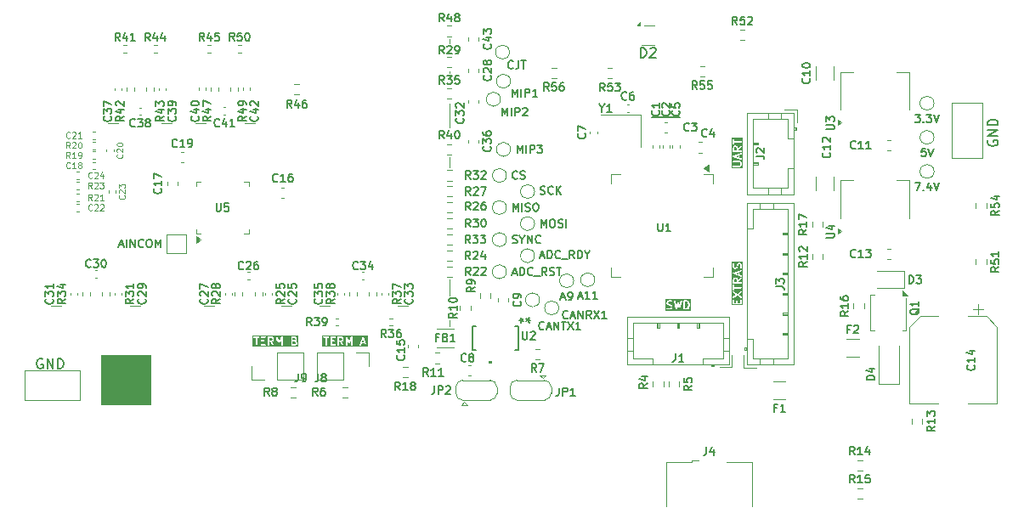
<source format=gbr>
%TF.GenerationSoftware,KiCad,Pcbnew,9.0.0*%
%TF.CreationDate,2025-05-15T12:14:53+12:00*%
%TF.ProjectId,ADC_Board,4144435f-426f-4617-9264-2e6b69636164,A*%
%TF.SameCoordinates,Original*%
%TF.FileFunction,Legend,Top*%
%TF.FilePolarity,Positive*%
%FSLAX46Y46*%
G04 Gerber Fmt 4.6, Leading zero omitted, Abs format (unit mm)*
G04 Created by KiCad (PCBNEW 9.0.0) date 2025-05-15 12:14:53*
%MOMM*%
%LPD*%
G01*
G04 APERTURE LIST*
%ADD10C,0.100000*%
%ADD11C,0.150000*%
%ADD12C,0.120000*%
%ADD13C,0.152400*%
%ADD14C,0.000000*%
G04 APERTURE END LIST*
G36*
X99900000Y-104300000D02*
G01*
X104900000Y-104300000D01*
X104900000Y-109300000D01*
X99900000Y-109300000D01*
X99900000Y-104300000D01*
G37*
D10*
X117900000Y-99400000D02*
X118900000Y-99400000D01*
X134600000Y-76200000D02*
X134600000Y-76000000D01*
X121700000Y-99400000D02*
X122700000Y-99400000D01*
X105900000Y-81200000D02*
X106900000Y-81200000D01*
D11*
X154800000Y-80600000D02*
X157600000Y-80600000D01*
D10*
X134600000Y-101400000D02*
X134600000Y-100800000D01*
X100600000Y-81200000D02*
X101600000Y-81200000D01*
X134600000Y-98400000D02*
X134600000Y-96800000D01*
X114200000Y-81180000D02*
X115200000Y-81180000D01*
X129500000Y-99400000D02*
X130500000Y-99400000D01*
X134600000Y-73200000D02*
X134600000Y-72800000D01*
X109300000Y-81180000D02*
X110300000Y-81180000D01*
X134600000Y-81600000D02*
X134600000Y-79200000D01*
X102800000Y-99400000D02*
X103800000Y-99400000D01*
X110200000Y-99400000D02*
X111200000Y-99400000D01*
X94900000Y-99400000D02*
X95900000Y-99400000D01*
X134600000Y-85600000D02*
X134600000Y-84600000D01*
D11*
G36*
X158292820Y-98997942D02*
G01*
X158347884Y-99053006D01*
X158376854Y-99110945D01*
X158410715Y-99246387D01*
X158410715Y-99342202D01*
X158376854Y-99477643D01*
X158347884Y-99535582D01*
X158292819Y-99590648D01*
X158206878Y-99619295D01*
X158103572Y-99619295D01*
X158103572Y-98969295D01*
X158206878Y-98969295D01*
X158292820Y-98997942D01*
G37*
G36*
X158649604Y-99858184D02*
G01*
X156150396Y-99858184D01*
X156150396Y-99046676D01*
X156239285Y-99046676D01*
X156239285Y-99122866D01*
X156240726Y-99137498D01*
X156241756Y-99139986D01*
X156241948Y-99142676D01*
X156247203Y-99156407D01*
X156285299Y-99232598D01*
X156289262Y-99238894D01*
X156290021Y-99240725D01*
X156291712Y-99242786D01*
X156293132Y-99245041D01*
X156294627Y-99246337D01*
X156299348Y-99252090D01*
X156337443Y-99290185D01*
X156343192Y-99294903D01*
X156344492Y-99296402D01*
X156346751Y-99297823D01*
X156348808Y-99299512D01*
X156350635Y-99300269D01*
X156356935Y-99304234D01*
X156433125Y-99342329D01*
X156434194Y-99342738D01*
X156434630Y-99343061D01*
X156440775Y-99345256D01*
X156446857Y-99347584D01*
X156447396Y-99347622D01*
X156448476Y-99348008D01*
X156592870Y-99384106D01*
X156650811Y-99413077D01*
X156671694Y-99433960D01*
X156696428Y-99483428D01*
X156696428Y-99524209D01*
X156671693Y-99573677D01*
X156650810Y-99594561D01*
X156601342Y-99619295D01*
X156440741Y-99619295D01*
X156338002Y-99585049D01*
X156323665Y-99581789D01*
X156294475Y-99583864D01*
X156268302Y-99596950D01*
X156249128Y-99619058D01*
X156239874Y-99646820D01*
X156241949Y-99676010D01*
X156255035Y-99702183D01*
X156277143Y-99721357D01*
X156290568Y-99727351D01*
X156404854Y-99765446D01*
X156412107Y-99767095D01*
X156413939Y-99767854D01*
X156416593Y-99768115D01*
X156419191Y-99768706D01*
X156421165Y-99768565D01*
X156428571Y-99769295D01*
X156619047Y-99769295D01*
X156633679Y-99767854D01*
X156636168Y-99766822D01*
X156638856Y-99766632D01*
X156652588Y-99761377D01*
X156728779Y-99723282D01*
X156735078Y-99719317D01*
X156736906Y-99718560D01*
X156738962Y-99716872D01*
X156741222Y-99715450D01*
X156742522Y-99713950D01*
X156748272Y-99709232D01*
X156786367Y-99671136D01*
X156791084Y-99665387D01*
X156792583Y-99664088D01*
X156794004Y-99661829D01*
X156795694Y-99659771D01*
X156796451Y-99657941D01*
X156800415Y-99651645D01*
X156838510Y-99575455D01*
X156843765Y-99561723D01*
X156843955Y-99559035D01*
X156844987Y-99556546D01*
X156846428Y-99541914D01*
X156846428Y-99465723D01*
X156844987Y-99451091D01*
X156843955Y-99448601D01*
X156843765Y-99445914D01*
X156838510Y-99432182D01*
X156800415Y-99355992D01*
X156796450Y-99349692D01*
X156795693Y-99347865D01*
X156794004Y-99345808D01*
X156792583Y-99343549D01*
X156791084Y-99342249D01*
X156786366Y-99336500D01*
X156748271Y-99298405D01*
X156742518Y-99293684D01*
X156741222Y-99292189D01*
X156738967Y-99290769D01*
X156736906Y-99289078D01*
X156735075Y-99288319D01*
X156728779Y-99284356D01*
X156652588Y-99246260D01*
X156651518Y-99245850D01*
X156651083Y-99245528D01*
X156644946Y-99243335D01*
X156638857Y-99241005D01*
X156638316Y-99240966D01*
X156637237Y-99240581D01*
X156492841Y-99204482D01*
X156434903Y-99175513D01*
X156414020Y-99154630D01*
X156389285Y-99105160D01*
X156389285Y-99064381D01*
X156414020Y-99014911D01*
X156434903Y-98994029D01*
X156484371Y-98969295D01*
X156644973Y-98969295D01*
X156747711Y-99003541D01*
X156762048Y-99006801D01*
X156791238Y-99004726D01*
X156817411Y-98991640D01*
X156836585Y-98969533D01*
X156845839Y-98941770D01*
X156843764Y-98912580D01*
X156836024Y-98897099D01*
X156963147Y-98897099D01*
X156965135Y-98911667D01*
X157155611Y-99711666D01*
X157157340Y-99716685D01*
X157157580Y-99718488D01*
X157158522Y-99720116D01*
X157160401Y-99725567D01*
X157166787Y-99734391D01*
X157172242Y-99743813D01*
X157175299Y-99746153D01*
X157177558Y-99749274D01*
X157186833Y-99754981D01*
X157195480Y-99761600D01*
X157199200Y-99762592D01*
X157202480Y-99764610D01*
X157213234Y-99766334D01*
X157223756Y-99769140D01*
X157227571Y-99768633D01*
X157231375Y-99769243D01*
X157241969Y-99766720D01*
X157252764Y-99765286D01*
X157256097Y-99763355D01*
X157259843Y-99762464D01*
X157268663Y-99756081D01*
X157278089Y-99750624D01*
X157280429Y-99747566D01*
X157283550Y-99745308D01*
X157289257Y-99736032D01*
X157295876Y-99727386D01*
X157297901Y-99721986D01*
X157298886Y-99720386D01*
X157299173Y-99718594D01*
X157301039Y-99713620D01*
X157380951Y-99413945D01*
X157460865Y-99713620D01*
X157462730Y-99718595D01*
X157463018Y-99720386D01*
X157464002Y-99721985D01*
X157466028Y-99727387D01*
X157472648Y-99736035D01*
X157478354Y-99745308D01*
X157481474Y-99747566D01*
X157483815Y-99750624D01*
X157493236Y-99756078D01*
X157502061Y-99762465D01*
X157505808Y-99763357D01*
X157509140Y-99765286D01*
X157519933Y-99766720D01*
X157530529Y-99769243D01*
X157534330Y-99768633D01*
X157538149Y-99769141D01*
X157548680Y-99766332D01*
X157559424Y-99764610D01*
X157562700Y-99762594D01*
X157566424Y-99761601D01*
X157575076Y-99754977D01*
X157584346Y-99749274D01*
X157586602Y-99746155D01*
X157589662Y-99743814D01*
X157595119Y-99734387D01*
X157601503Y-99725567D01*
X157603380Y-99720118D01*
X157604324Y-99718489D01*
X157604563Y-99716685D01*
X157606293Y-99711667D01*
X157796770Y-98911667D01*
X157798758Y-98897099D01*
X157798308Y-98894295D01*
X157953572Y-98894295D01*
X157953572Y-99694295D01*
X157955013Y-99708927D01*
X157966212Y-99735963D01*
X157986904Y-99756655D01*
X158013940Y-99767854D01*
X158028572Y-99769295D01*
X158219048Y-99769295D01*
X158226453Y-99768565D01*
X158228428Y-99768706D01*
X158231025Y-99768115D01*
X158233680Y-99767854D01*
X158235511Y-99767095D01*
X158242765Y-99765446D01*
X158357051Y-99727351D01*
X158370476Y-99721357D01*
X158372511Y-99719591D01*
X158375002Y-99718560D01*
X158386367Y-99709233D01*
X158462558Y-99633041D01*
X158467275Y-99627292D01*
X158468774Y-99625993D01*
X158470195Y-99623734D01*
X158471885Y-99621676D01*
X158472642Y-99619846D01*
X158476606Y-99613550D01*
X158514701Y-99537360D01*
X158515110Y-99536290D01*
X158515433Y-99535855D01*
X158517631Y-99529703D01*
X158519956Y-99523628D01*
X158519994Y-99523089D01*
X158520380Y-99522010D01*
X158558476Y-99369628D01*
X158558851Y-99367091D01*
X158559274Y-99366070D01*
X158559816Y-99360557D01*
X158560626Y-99355084D01*
X158560463Y-99353991D01*
X158560715Y-99351438D01*
X158560715Y-99237152D01*
X158560463Y-99234598D01*
X158560626Y-99233506D01*
X158559816Y-99228032D01*
X158559274Y-99222520D01*
X158558851Y-99221498D01*
X158558476Y-99218962D01*
X158520380Y-99066580D01*
X158519994Y-99065500D01*
X158519956Y-99064962D01*
X158517631Y-99058886D01*
X158515433Y-99052735D01*
X158515110Y-99052299D01*
X158514701Y-99051230D01*
X158476606Y-98975039D01*
X158472643Y-98968744D01*
X158471885Y-98966912D01*
X158470193Y-98964850D01*
X158468774Y-98962596D01*
X158467277Y-98961297D01*
X158462557Y-98955547D01*
X158386367Y-98879357D01*
X158375002Y-98870030D01*
X158372511Y-98868998D01*
X158370476Y-98867233D01*
X158357051Y-98861239D01*
X158242765Y-98823144D01*
X158235511Y-98821494D01*
X158233680Y-98820736D01*
X158231025Y-98820474D01*
X158228428Y-98819884D01*
X158226453Y-98820024D01*
X158219048Y-98819295D01*
X158028572Y-98819295D01*
X158013940Y-98820736D01*
X157986904Y-98831935D01*
X157966212Y-98852627D01*
X157955013Y-98879663D01*
X157953572Y-98894295D01*
X157798308Y-98894295D01*
X157794125Y-98868204D01*
X157778789Y-98843282D01*
X157755082Y-98826126D01*
X157726614Y-98819348D01*
X157697719Y-98823980D01*
X157672797Y-98839317D01*
X157655640Y-98863023D01*
X157650849Y-98876924D01*
X157529216Y-99387779D01*
X157453420Y-99103541D01*
X157452134Y-99100113D01*
X157451943Y-99098672D01*
X157450951Y-99096959D01*
X157448257Y-99089775D01*
X157442243Y-99081918D01*
X157437281Y-99073347D01*
X157433421Y-99070392D01*
X157430470Y-99066537D01*
X157421907Y-99061579D01*
X157414043Y-99055560D01*
X157409346Y-99054307D01*
X157405145Y-99051875D01*
X157395338Y-99050572D01*
X157385768Y-99048020D01*
X157380949Y-99048660D01*
X157376137Y-99048021D01*
X157366576Y-99050570D01*
X157356759Y-99051875D01*
X157352553Y-99054309D01*
X157347861Y-99055561D01*
X157340001Y-99061576D01*
X157331434Y-99066537D01*
X157328480Y-99070395D01*
X157324623Y-99073348D01*
X157319664Y-99081913D01*
X157313647Y-99089774D01*
X157310950Y-99096963D01*
X157309961Y-99098673D01*
X157309769Y-99100112D01*
X157308484Y-99103541D01*
X157232687Y-99387778D01*
X157111055Y-98876923D01*
X157106265Y-98863023D01*
X157089108Y-98839316D01*
X157064186Y-98823980D01*
X157035291Y-98819347D01*
X157006823Y-98826125D01*
X156983116Y-98843282D01*
X156967780Y-98868204D01*
X156963147Y-98897099D01*
X156836024Y-98897099D01*
X156830678Y-98886407D01*
X156808571Y-98867233D01*
X156795145Y-98861239D01*
X156680860Y-98823144D01*
X156673606Y-98821494D01*
X156671775Y-98820736D01*
X156669120Y-98820474D01*
X156666523Y-98819884D01*
X156664548Y-98820024D01*
X156657143Y-98819295D01*
X156466666Y-98819295D01*
X156452034Y-98820736D01*
X156449544Y-98821767D01*
X156446857Y-98821958D01*
X156433125Y-98827213D01*
X156356935Y-98865308D01*
X156350635Y-98869272D01*
X156348808Y-98870030D01*
X156346751Y-98871718D01*
X156344492Y-98873140D01*
X156343192Y-98874638D01*
X156337443Y-98879357D01*
X156299348Y-98917452D01*
X156294627Y-98923204D01*
X156293132Y-98924501D01*
X156291712Y-98926755D01*
X156290021Y-98928817D01*
X156289262Y-98930647D01*
X156285299Y-98936944D01*
X156247203Y-99013135D01*
X156241948Y-99026866D01*
X156241756Y-99029555D01*
X156240726Y-99032044D01*
X156239285Y-99046676D01*
X156150396Y-99046676D01*
X156150396Y-98730406D01*
X158649604Y-98730406D01*
X158649604Y-99858184D01*
G37*
G36*
X163390723Y-84572132D02*
G01*
X163131465Y-84485713D01*
X163390723Y-84399294D01*
X163390723Y-84572132D01*
G37*
G36*
X163192725Y-83594972D02*
G01*
X163213608Y-83615855D01*
X163238342Y-83665323D01*
X163238342Y-83877380D01*
X162969295Y-83877380D01*
X162969295Y-83665323D01*
X162994029Y-83615855D01*
X163014912Y-83594971D01*
X163064381Y-83570237D01*
X163143256Y-83570237D01*
X163192725Y-83594972D01*
G37*
G36*
X163858184Y-85640078D02*
G01*
X162730406Y-85640078D01*
X162730406Y-85004414D01*
X162820736Y-85004414D01*
X162820736Y-85033678D01*
X162831935Y-85060714D01*
X162852627Y-85081406D01*
X162879663Y-85092605D01*
X162894295Y-85094046D01*
X163524208Y-85094046D01*
X163573676Y-85118780D01*
X163594561Y-85139664D01*
X163619295Y-85189132D01*
X163619295Y-85306103D01*
X163594561Y-85355571D01*
X163573677Y-85376454D01*
X163524209Y-85401189D01*
X162894295Y-85401189D01*
X162879663Y-85402630D01*
X162852627Y-85413829D01*
X162831935Y-85434521D01*
X162820736Y-85461557D01*
X162820736Y-85490821D01*
X162831935Y-85517857D01*
X162852627Y-85538549D01*
X162879663Y-85549748D01*
X162894295Y-85551189D01*
X163541914Y-85551189D01*
X163556546Y-85549748D01*
X163559035Y-85548716D01*
X163561723Y-85548526D01*
X163575455Y-85543271D01*
X163651645Y-85505176D01*
X163657941Y-85501212D01*
X163659771Y-85500455D01*
X163661829Y-85498765D01*
X163664088Y-85497344D01*
X163665387Y-85495845D01*
X163671136Y-85491128D01*
X163709232Y-85453033D01*
X163713952Y-85447281D01*
X163715450Y-85445983D01*
X163716869Y-85443727D01*
X163718560Y-85441668D01*
X163719318Y-85439837D01*
X163723282Y-85433540D01*
X163761377Y-85357349D01*
X163766632Y-85343617D01*
X163766822Y-85340929D01*
X163767854Y-85338440D01*
X163769295Y-85323808D01*
X163769295Y-85171427D01*
X163767854Y-85156795D01*
X163766822Y-85154305D01*
X163766632Y-85151618D01*
X163761377Y-85137886D01*
X163723282Y-85061696D01*
X163719318Y-85055398D01*
X163718560Y-85053568D01*
X163716869Y-85051508D01*
X163715450Y-85049253D01*
X163713952Y-85047954D01*
X163709232Y-85042203D01*
X163671136Y-85004108D01*
X163665384Y-84999387D01*
X163664088Y-84997893D01*
X163661834Y-84996474D01*
X163659771Y-84994781D01*
X163657939Y-84994022D01*
X163651645Y-84990060D01*
X163575456Y-84951964D01*
X163561724Y-84946709D01*
X163559034Y-84946517D01*
X163556546Y-84945487D01*
X163541914Y-84944046D01*
X162894295Y-84944046D01*
X162879663Y-84945487D01*
X162852627Y-84956686D01*
X162831935Y-84977378D01*
X162820736Y-85004414D01*
X162730406Y-85004414D01*
X162730406Y-84476333D01*
X162819884Y-84476333D01*
X162820550Y-84485713D01*
X162819884Y-84495093D01*
X162821579Y-84500178D01*
X162821959Y-84505523D01*
X162826164Y-84513933D01*
X162829138Y-84522855D01*
X162832648Y-84526902D01*
X162835045Y-84531696D01*
X162842150Y-84537859D01*
X162848312Y-84544963D01*
X162853103Y-84547358D01*
X162857152Y-84550870D01*
X162870578Y-84556864D01*
X163670578Y-84823531D01*
X163684915Y-84826791D01*
X163714105Y-84824716D01*
X163740278Y-84811630D01*
X163759452Y-84789523D01*
X163768706Y-84761760D01*
X163766631Y-84732570D01*
X163753545Y-84706397D01*
X163731437Y-84687223D01*
X163718012Y-84681229D01*
X163540723Y-84622132D01*
X163540723Y-84349294D01*
X163718012Y-84290198D01*
X163731438Y-84284204D01*
X163753545Y-84265030D01*
X163766632Y-84238857D01*
X163768706Y-84209667D01*
X163759452Y-84181904D01*
X163740279Y-84159797D01*
X163714105Y-84146710D01*
X163684915Y-84144636D01*
X163670578Y-84147896D01*
X162870578Y-84414562D01*
X162857153Y-84420556D01*
X162853105Y-84424066D01*
X162848312Y-84426463D01*
X162842148Y-84433568D01*
X162835045Y-84439730D01*
X162832649Y-84444521D01*
X162829138Y-84448570D01*
X162826163Y-84457493D01*
X162821959Y-84465903D01*
X162821579Y-84471247D01*
X162819884Y-84476333D01*
X162730406Y-84476333D01*
X162730406Y-83647618D01*
X162819295Y-83647618D01*
X162819295Y-83952380D01*
X162820736Y-83967012D01*
X162831935Y-83994048D01*
X162852627Y-84014740D01*
X162879663Y-84025939D01*
X162894295Y-84027380D01*
X163694295Y-84027380D01*
X163708927Y-84025939D01*
X163735963Y-84014740D01*
X163756655Y-83994048D01*
X163767854Y-83967012D01*
X163767854Y-83937748D01*
X163756655Y-83910712D01*
X163735963Y-83890020D01*
X163708927Y-83878821D01*
X163694295Y-83877380D01*
X163388342Y-83877380D01*
X163388342Y-83800953D01*
X163737304Y-83556680D01*
X163748465Y-83547108D01*
X163764192Y-83522429D01*
X163769277Y-83493612D01*
X163762948Y-83465041D01*
X163746166Y-83441067D01*
X163721487Y-83425340D01*
X163692669Y-83420255D01*
X163664098Y-83426584D01*
X163651285Y-83433795D01*
X163383237Y-83621428D01*
X163380424Y-83614077D01*
X163342329Y-83537887D01*
X163338364Y-83531587D01*
X163337607Y-83529760D01*
X163335918Y-83527703D01*
X163334497Y-83525444D01*
X163332998Y-83524144D01*
X163328280Y-83518395D01*
X163290185Y-83480300D01*
X163284432Y-83475579D01*
X163283136Y-83474084D01*
X163280881Y-83472664D01*
X163278820Y-83470973D01*
X163276989Y-83470214D01*
X163270693Y-83466251D01*
X163194502Y-83428155D01*
X163180771Y-83422900D01*
X163178081Y-83422708D01*
X163175593Y-83421678D01*
X163160961Y-83420237D01*
X163046676Y-83420237D01*
X163032044Y-83421678D01*
X163029555Y-83422708D01*
X163026866Y-83422900D01*
X163013134Y-83428155D01*
X162936944Y-83466251D01*
X162930647Y-83470214D01*
X162928817Y-83470973D01*
X162926755Y-83472664D01*
X162924501Y-83474084D01*
X162923204Y-83475579D01*
X162917452Y-83480300D01*
X162879357Y-83518395D01*
X162874638Y-83524144D01*
X162873140Y-83525444D01*
X162871718Y-83527703D01*
X162870030Y-83529760D01*
X162869272Y-83531587D01*
X162865308Y-83537887D01*
X162827213Y-83614077D01*
X162821958Y-83627809D01*
X162821767Y-83630496D01*
X162820736Y-83632986D01*
X162819295Y-83647618D01*
X162730406Y-83647618D01*
X162730406Y-82809523D01*
X162819295Y-82809523D01*
X162819295Y-83266666D01*
X162820736Y-83281298D01*
X162831935Y-83308334D01*
X162852627Y-83329026D01*
X162879663Y-83340225D01*
X162908927Y-83340225D01*
X162935963Y-83329026D01*
X162956655Y-83308334D01*
X162967854Y-83281298D01*
X162969295Y-83266666D01*
X162969295Y-83113095D01*
X163694295Y-83113095D01*
X163708927Y-83111654D01*
X163735963Y-83100455D01*
X163756655Y-83079763D01*
X163767854Y-83052727D01*
X163767854Y-83023463D01*
X163756655Y-82996427D01*
X163735963Y-82975735D01*
X163708927Y-82964536D01*
X163694295Y-82963095D01*
X162969295Y-82963095D01*
X162969295Y-82809523D01*
X162967854Y-82794891D01*
X162956655Y-82767855D01*
X162935963Y-82747163D01*
X162908927Y-82735964D01*
X162879663Y-82735964D01*
X162852627Y-82747163D01*
X162831935Y-82767855D01*
X162820736Y-82794891D01*
X162819295Y-82809523D01*
X162730406Y-82809523D01*
X162730406Y-82647075D01*
X163858184Y-82647075D01*
X163858184Y-85640078D01*
G37*
G36*
X123888906Y-102594029D02*
G01*
X123909789Y-102614912D01*
X123934524Y-102664381D01*
X123934524Y-102743255D01*
X123909789Y-102792724D01*
X123888906Y-102813608D01*
X123839438Y-102838342D01*
X123627381Y-102838342D01*
X123627381Y-102569295D01*
X123839438Y-102569295D01*
X123888906Y-102594029D01*
G37*
G36*
X126114991Y-102990723D02*
G01*
X125942152Y-102990723D01*
X126028571Y-102731465D01*
X126114991Y-102990723D01*
G37*
G36*
X126458538Y-103458184D02*
G01*
X121942313Y-103458184D01*
X121942313Y-102479663D01*
X122031202Y-102479663D01*
X122031202Y-102508927D01*
X122042401Y-102535963D01*
X122063093Y-102556655D01*
X122090129Y-102567854D01*
X122104761Y-102569295D01*
X122258332Y-102569295D01*
X122258332Y-103294295D01*
X122259773Y-103308927D01*
X122270972Y-103335963D01*
X122291664Y-103356655D01*
X122318700Y-103367854D01*
X122347964Y-103367854D01*
X122375000Y-103356655D01*
X122395692Y-103335963D01*
X122406891Y-103308927D01*
X122408332Y-103294295D01*
X122408332Y-102569295D01*
X122561904Y-102569295D01*
X122576536Y-102567854D01*
X122603572Y-102556655D01*
X122624264Y-102535963D01*
X122635463Y-102508927D01*
X122635463Y-102494295D01*
X122753571Y-102494295D01*
X122753571Y-103294295D01*
X122755012Y-103308927D01*
X122766211Y-103335963D01*
X122786903Y-103356655D01*
X122813939Y-103367854D01*
X122828571Y-103369295D01*
X123209523Y-103369295D01*
X123224155Y-103367854D01*
X123251191Y-103356655D01*
X123271883Y-103335963D01*
X123283082Y-103308927D01*
X123283082Y-103279663D01*
X123271883Y-103252627D01*
X123251191Y-103231935D01*
X123224155Y-103220736D01*
X123209523Y-103219295D01*
X122903571Y-103219295D01*
X122903571Y-102950247D01*
X123095237Y-102950247D01*
X123109869Y-102948806D01*
X123136905Y-102937607D01*
X123157597Y-102916915D01*
X123168796Y-102889879D01*
X123168796Y-102860615D01*
X123157597Y-102833579D01*
X123136905Y-102812887D01*
X123109869Y-102801688D01*
X123095237Y-102800247D01*
X122903571Y-102800247D01*
X122903571Y-102569295D01*
X123209523Y-102569295D01*
X123224155Y-102567854D01*
X123251191Y-102556655D01*
X123271883Y-102535963D01*
X123283082Y-102508927D01*
X123283082Y-102494295D01*
X123477381Y-102494295D01*
X123477381Y-103294295D01*
X123478822Y-103308927D01*
X123490021Y-103335963D01*
X123510713Y-103356655D01*
X123537749Y-103367854D01*
X123567013Y-103367854D01*
X123594049Y-103356655D01*
X123614741Y-103335963D01*
X123625940Y-103308927D01*
X123627381Y-103294295D01*
X123627381Y-102988342D01*
X123703808Y-102988342D01*
X123948081Y-103337304D01*
X123957653Y-103348465D01*
X123982332Y-103364192D01*
X124011149Y-103369277D01*
X124039720Y-103362948D01*
X124063694Y-103346166D01*
X124079421Y-103321487D01*
X124084506Y-103292669D01*
X124078177Y-103264098D01*
X124070966Y-103251285D01*
X123883332Y-102983237D01*
X123890684Y-102980424D01*
X123966874Y-102942329D01*
X123973173Y-102938364D01*
X123975001Y-102937607D01*
X123977057Y-102935918D01*
X123979317Y-102934497D01*
X123980616Y-102932998D01*
X123986366Y-102928280D01*
X124024461Y-102890185D01*
X124029181Y-102884432D01*
X124030677Y-102883136D01*
X124032096Y-102880881D01*
X124033788Y-102878820D01*
X124034546Y-102876989D01*
X124038510Y-102870693D01*
X124076606Y-102794503D01*
X124081861Y-102780771D01*
X124082052Y-102778081D01*
X124083083Y-102775593D01*
X124084524Y-102760961D01*
X124084524Y-102646676D01*
X124083083Y-102632044D01*
X124082052Y-102629555D01*
X124081861Y-102626866D01*
X124076606Y-102613134D01*
X124038510Y-102536944D01*
X124034546Y-102530647D01*
X124033788Y-102528817D01*
X124032096Y-102526755D01*
X124030677Y-102524501D01*
X124029181Y-102523204D01*
X124024461Y-102517452D01*
X124001304Y-102494295D01*
X124277381Y-102494295D01*
X124277381Y-103294295D01*
X124278822Y-103308927D01*
X124290021Y-103335963D01*
X124310713Y-103356655D01*
X124337749Y-103367854D01*
X124367013Y-103367854D01*
X124394049Y-103356655D01*
X124414741Y-103335963D01*
X124425940Y-103308927D01*
X124427381Y-103294295D01*
X124427381Y-102832363D01*
X124551083Y-103097440D01*
X124554257Y-103102799D01*
X124554917Y-103104612D01*
X124556091Y-103105894D01*
X124558577Y-103110090D01*
X124566986Y-103117790D01*
X124574681Y-103126193D01*
X124577699Y-103127601D01*
X124580158Y-103129853D01*
X124590870Y-103133748D01*
X124601199Y-103138569D01*
X124604527Y-103138715D01*
X124607659Y-103139854D01*
X124619053Y-103139353D01*
X124630435Y-103139853D01*
X124633563Y-103138715D01*
X124636895Y-103138569D01*
X124647230Y-103133745D01*
X124657936Y-103129853D01*
X124660391Y-103127603D01*
X124663413Y-103126194D01*
X124671114Y-103117783D01*
X124679517Y-103110089D01*
X124682000Y-103105896D01*
X124683177Y-103104612D01*
X124683837Y-103102796D01*
X124687011Y-103097439D01*
X124810714Y-102832361D01*
X124810714Y-103294295D01*
X124812155Y-103308927D01*
X124823354Y-103335963D01*
X124844046Y-103356655D01*
X124871082Y-103367854D01*
X124900346Y-103367854D01*
X124927382Y-103356655D01*
X124948074Y-103335963D01*
X124959273Y-103308927D01*
X124960714Y-103294295D01*
X124960714Y-103284915D01*
X125687494Y-103284915D01*
X125689569Y-103314105D01*
X125702655Y-103340278D01*
X125724762Y-103359452D01*
X125752525Y-103368706D01*
X125781715Y-103366631D01*
X125807888Y-103353545D01*
X125827062Y-103331438D01*
X125833056Y-103318012D01*
X125892152Y-103140723D01*
X126164991Y-103140723D01*
X126224087Y-103318012D01*
X126230081Y-103331438D01*
X126249255Y-103353545D01*
X126275428Y-103366632D01*
X126304618Y-103368706D01*
X126332381Y-103359452D01*
X126354488Y-103340279D01*
X126367575Y-103314105D01*
X126369649Y-103284915D01*
X126366389Y-103270578D01*
X126099723Y-102470578D01*
X126093729Y-102457153D01*
X126090218Y-102453105D01*
X126087822Y-102448312D01*
X126080716Y-102442148D01*
X126074555Y-102435045D01*
X126069763Y-102432649D01*
X126065715Y-102429138D01*
X126056791Y-102426163D01*
X126048382Y-102421959D01*
X126043037Y-102421579D01*
X126037952Y-102419884D01*
X126028572Y-102420550D01*
X126019192Y-102419884D01*
X126014106Y-102421579D01*
X126008762Y-102421959D01*
X126000351Y-102426164D01*
X125991430Y-102429138D01*
X125987382Y-102432648D01*
X125982589Y-102435045D01*
X125976426Y-102442149D01*
X125969322Y-102448312D01*
X125966925Y-102453105D01*
X125963415Y-102457153D01*
X125957421Y-102470578D01*
X125690754Y-103270578D01*
X125687494Y-103284915D01*
X124960714Y-103284915D01*
X124960714Y-102494295D01*
X124959766Y-102484673D01*
X124959844Y-102482907D01*
X124959499Y-102481958D01*
X124959273Y-102479663D01*
X124954291Y-102467636D01*
X124949844Y-102455406D01*
X124948714Y-102454172D01*
X124948074Y-102452627D01*
X124938868Y-102443421D01*
X124930080Y-102433825D01*
X124928564Y-102433117D01*
X124927382Y-102431935D01*
X124915360Y-102426955D01*
X124903562Y-102421449D01*
X124901890Y-102421375D01*
X124900346Y-102420736D01*
X124887327Y-102420736D01*
X124874326Y-102420165D01*
X124872756Y-102420736D01*
X124871082Y-102420736D01*
X124859055Y-102425717D01*
X124846825Y-102430165D01*
X124845591Y-102431294D01*
X124844046Y-102431935D01*
X124834840Y-102441140D01*
X124825244Y-102449929D01*
X124824069Y-102451911D01*
X124823354Y-102452627D01*
X124822675Y-102454263D01*
X124817750Y-102462579D01*
X124619047Y-102888369D01*
X124420345Y-102462579D01*
X124415419Y-102454263D01*
X124414741Y-102452627D01*
X124414025Y-102451911D01*
X124412851Y-102449929D01*
X124403254Y-102441140D01*
X124394049Y-102431935D01*
X124392503Y-102431294D01*
X124391270Y-102430165D01*
X124379039Y-102425717D01*
X124367013Y-102420736D01*
X124365339Y-102420736D01*
X124363769Y-102420165D01*
X124350768Y-102420736D01*
X124337749Y-102420736D01*
X124336204Y-102421375D01*
X124334533Y-102421449D01*
X124322734Y-102426955D01*
X124310713Y-102431935D01*
X124309530Y-102433117D01*
X124308015Y-102433825D01*
X124299226Y-102443421D01*
X124290021Y-102452627D01*
X124289380Y-102454172D01*
X124288251Y-102455406D01*
X124283803Y-102467636D01*
X124278822Y-102479663D01*
X124278595Y-102481958D01*
X124278251Y-102482907D01*
X124278328Y-102484673D01*
X124277381Y-102494295D01*
X124001304Y-102494295D01*
X123986366Y-102479357D01*
X123980616Y-102474638D01*
X123979317Y-102473140D01*
X123977057Y-102471718D01*
X123975001Y-102470030D01*
X123973173Y-102469272D01*
X123966874Y-102465308D01*
X123890684Y-102427213D01*
X123876952Y-102421958D01*
X123874264Y-102421767D01*
X123871775Y-102420736D01*
X123857143Y-102419295D01*
X123552381Y-102419295D01*
X123537749Y-102420736D01*
X123510713Y-102431935D01*
X123490021Y-102452627D01*
X123478822Y-102479663D01*
X123477381Y-102494295D01*
X123283082Y-102494295D01*
X123283082Y-102479663D01*
X123271883Y-102452627D01*
X123251191Y-102431935D01*
X123224155Y-102420736D01*
X123209523Y-102419295D01*
X122828571Y-102419295D01*
X122813939Y-102420736D01*
X122786903Y-102431935D01*
X122766211Y-102452627D01*
X122755012Y-102479663D01*
X122753571Y-102494295D01*
X122635463Y-102494295D01*
X122635463Y-102479663D01*
X122624264Y-102452627D01*
X122603572Y-102431935D01*
X122576536Y-102420736D01*
X122561904Y-102419295D01*
X122104761Y-102419295D01*
X122090129Y-102420736D01*
X122063093Y-102431935D01*
X122042401Y-102452627D01*
X122031202Y-102479663D01*
X121942313Y-102479663D01*
X121942313Y-102330406D01*
X126458538Y-102330406D01*
X126458538Y-103458184D01*
G37*
G36*
X163192725Y-96728305D02*
G01*
X163213608Y-96749188D01*
X163238342Y-96798656D01*
X163238342Y-97010713D01*
X162969295Y-97010713D01*
X162969295Y-96798656D01*
X162994029Y-96749188D01*
X163014912Y-96728304D01*
X163064381Y-96703570D01*
X163143256Y-96703570D01*
X163192725Y-96728305D01*
G37*
G36*
X163390723Y-96219751D02*
G01*
X163131465Y-96133332D01*
X163390723Y-96046913D01*
X163390723Y-96219751D01*
G37*
G36*
X163858184Y-99344841D02*
G01*
X162730406Y-99344841D01*
X162730406Y-98800000D01*
X162819295Y-98800000D01*
X162819295Y-99180952D01*
X162820736Y-99195584D01*
X162831935Y-99222620D01*
X162852627Y-99243312D01*
X162879663Y-99254511D01*
X162894295Y-99255952D01*
X163694295Y-99255952D01*
X163708927Y-99254511D01*
X163735963Y-99243312D01*
X163756655Y-99222620D01*
X163767854Y-99195584D01*
X163769295Y-99180952D01*
X163769295Y-98800000D01*
X163767854Y-98785368D01*
X163756655Y-98758332D01*
X163735963Y-98737640D01*
X163708927Y-98726441D01*
X163679663Y-98726441D01*
X163652627Y-98737640D01*
X163631935Y-98758332D01*
X163620736Y-98785368D01*
X163619295Y-98800000D01*
X163619295Y-99105952D01*
X163350247Y-99105952D01*
X163350247Y-98914286D01*
X163348806Y-98899654D01*
X163337607Y-98872618D01*
X163316915Y-98851926D01*
X163289879Y-98840727D01*
X163260615Y-98840727D01*
X163233579Y-98851926D01*
X163212887Y-98872618D01*
X163201688Y-98899654D01*
X163200247Y-98914286D01*
X163200247Y-99105952D01*
X162969295Y-99105952D01*
X162969295Y-98800000D01*
X162967854Y-98785368D01*
X162956655Y-98758332D01*
X162935963Y-98737640D01*
X162908927Y-98726441D01*
X162879663Y-98726441D01*
X162852627Y-98737640D01*
X162831935Y-98758332D01*
X162820736Y-98785368D01*
X162819295Y-98800000D01*
X162730406Y-98800000D01*
X162730406Y-98000078D01*
X162819295Y-98000078D01*
X162825034Y-98028772D01*
X162841317Y-98053087D01*
X162852692Y-98062403D01*
X163159086Y-98266666D01*
X162852692Y-98470929D01*
X162841317Y-98480245D01*
X162825034Y-98504560D01*
X162819295Y-98533254D01*
X162824974Y-98561962D01*
X162841207Y-98586311D01*
X162865522Y-98602594D01*
X162894216Y-98608333D01*
X162922924Y-98602654D01*
X162935898Y-98595737D01*
X163294295Y-98356805D01*
X163652693Y-98595737D01*
X163665667Y-98602654D01*
X163694374Y-98608333D01*
X163723069Y-98602594D01*
X163747384Y-98586311D01*
X163763616Y-98561962D01*
X163769295Y-98533254D01*
X163763556Y-98504560D01*
X163747273Y-98480245D01*
X163735898Y-98470929D01*
X163429503Y-98266666D01*
X163735898Y-98062403D01*
X163747273Y-98053087D01*
X163763556Y-98028772D01*
X163769295Y-98000078D01*
X163763616Y-97971370D01*
X163747384Y-97947021D01*
X163723069Y-97930738D01*
X163694374Y-97924999D01*
X163665667Y-97930678D01*
X163652693Y-97937595D01*
X163294295Y-98176526D01*
X162935898Y-97937595D01*
X162922924Y-97930678D01*
X162894216Y-97924999D01*
X162865522Y-97930738D01*
X162841207Y-97947021D01*
X162824974Y-97971370D01*
X162819295Y-98000078D01*
X162730406Y-98000078D01*
X162730406Y-97352380D01*
X162819295Y-97352380D01*
X162819295Y-97809523D01*
X162820736Y-97824155D01*
X162831935Y-97851191D01*
X162852627Y-97871883D01*
X162879663Y-97883082D01*
X162908927Y-97883082D01*
X162935963Y-97871883D01*
X162956655Y-97851191D01*
X162967854Y-97824155D01*
X162969295Y-97809523D01*
X162969295Y-97655952D01*
X163694295Y-97655952D01*
X163708927Y-97654511D01*
X163735963Y-97643312D01*
X163756655Y-97622620D01*
X163767854Y-97595584D01*
X163767854Y-97566320D01*
X163756655Y-97539284D01*
X163735963Y-97518592D01*
X163708927Y-97507393D01*
X163694295Y-97505952D01*
X162969295Y-97505952D01*
X162969295Y-97352380D01*
X162967854Y-97337748D01*
X162956655Y-97310712D01*
X162935963Y-97290020D01*
X162908927Y-97278821D01*
X162879663Y-97278821D01*
X162852627Y-97290020D01*
X162831935Y-97310712D01*
X162820736Y-97337748D01*
X162819295Y-97352380D01*
X162730406Y-97352380D01*
X162730406Y-96780951D01*
X162819295Y-96780951D01*
X162819295Y-97085713D01*
X162820736Y-97100345D01*
X162831935Y-97127381D01*
X162852627Y-97148073D01*
X162879663Y-97159272D01*
X162894295Y-97160713D01*
X163694295Y-97160713D01*
X163708927Y-97159272D01*
X163735963Y-97148073D01*
X163756655Y-97127381D01*
X163767854Y-97100345D01*
X163767854Y-97071081D01*
X163756655Y-97044045D01*
X163735963Y-97023353D01*
X163708927Y-97012154D01*
X163694295Y-97010713D01*
X163388342Y-97010713D01*
X163388342Y-96934286D01*
X163737304Y-96690013D01*
X163748465Y-96680441D01*
X163764192Y-96655762D01*
X163769277Y-96626945D01*
X163762948Y-96598374D01*
X163746166Y-96574400D01*
X163721487Y-96558673D01*
X163692669Y-96553588D01*
X163664098Y-96559917D01*
X163651285Y-96567128D01*
X163383237Y-96754761D01*
X163380424Y-96747410D01*
X163342329Y-96671220D01*
X163338364Y-96664920D01*
X163337607Y-96663093D01*
X163335918Y-96661036D01*
X163334497Y-96658777D01*
X163332998Y-96657477D01*
X163328280Y-96651728D01*
X163290185Y-96613633D01*
X163284432Y-96608912D01*
X163283136Y-96607417D01*
X163280881Y-96605997D01*
X163278820Y-96604306D01*
X163276989Y-96603547D01*
X163270693Y-96599584D01*
X163194502Y-96561488D01*
X163180771Y-96556233D01*
X163178081Y-96556041D01*
X163175593Y-96555011D01*
X163160961Y-96553570D01*
X163046676Y-96553570D01*
X163032044Y-96555011D01*
X163029555Y-96556041D01*
X163026866Y-96556233D01*
X163013134Y-96561488D01*
X162936944Y-96599584D01*
X162930647Y-96603547D01*
X162928817Y-96604306D01*
X162926755Y-96605997D01*
X162924501Y-96607417D01*
X162923204Y-96608912D01*
X162917452Y-96613633D01*
X162879357Y-96651728D01*
X162874638Y-96657477D01*
X162873140Y-96658777D01*
X162871718Y-96661036D01*
X162870030Y-96663093D01*
X162869272Y-96664920D01*
X162865308Y-96671220D01*
X162827213Y-96747410D01*
X162821958Y-96761142D01*
X162821767Y-96763829D01*
X162820736Y-96766319D01*
X162819295Y-96780951D01*
X162730406Y-96780951D01*
X162730406Y-96123952D01*
X162819884Y-96123952D01*
X162820550Y-96133332D01*
X162819884Y-96142712D01*
X162821579Y-96147797D01*
X162821959Y-96153142D01*
X162826164Y-96161552D01*
X162829138Y-96170474D01*
X162832648Y-96174521D01*
X162835045Y-96179315D01*
X162842150Y-96185478D01*
X162848312Y-96192582D01*
X162853103Y-96194977D01*
X162857152Y-96198489D01*
X162870578Y-96204483D01*
X163670578Y-96471150D01*
X163684915Y-96474410D01*
X163714105Y-96472335D01*
X163740278Y-96459249D01*
X163759452Y-96437142D01*
X163768706Y-96409379D01*
X163766631Y-96380189D01*
X163753545Y-96354016D01*
X163731437Y-96334842D01*
X163718012Y-96328848D01*
X163540723Y-96269751D01*
X163540723Y-95996913D01*
X163718012Y-95937817D01*
X163731438Y-95931823D01*
X163753545Y-95912649D01*
X163766632Y-95886476D01*
X163768706Y-95857286D01*
X163759452Y-95829523D01*
X163740279Y-95807416D01*
X163714105Y-95794329D01*
X163684915Y-95792255D01*
X163670578Y-95795515D01*
X162870578Y-96062181D01*
X162857153Y-96068175D01*
X162853105Y-96071685D01*
X162848312Y-96074082D01*
X162842148Y-96081187D01*
X162835045Y-96087349D01*
X162832649Y-96092140D01*
X162829138Y-96096189D01*
X162826163Y-96105112D01*
X162821959Y-96113522D01*
X162821579Y-96118866D01*
X162819884Y-96123952D01*
X162730406Y-96123952D01*
X162730406Y-95295237D01*
X162819295Y-95295237D01*
X162819295Y-95485714D01*
X162820736Y-95500346D01*
X162821767Y-95502835D01*
X162821958Y-95505523D01*
X162827213Y-95519255D01*
X162865308Y-95595445D01*
X162869272Y-95601744D01*
X162870030Y-95603572D01*
X162871718Y-95605628D01*
X162873140Y-95607888D01*
X162874638Y-95609187D01*
X162879357Y-95614937D01*
X162917452Y-95653032D01*
X162923204Y-95657752D01*
X162924501Y-95659248D01*
X162926755Y-95660667D01*
X162928817Y-95662359D01*
X162930647Y-95663117D01*
X162936944Y-95667081D01*
X163013134Y-95705177D01*
X163026866Y-95710432D01*
X163029555Y-95710623D01*
X163032044Y-95711654D01*
X163046676Y-95713095D01*
X163122866Y-95713095D01*
X163137498Y-95711654D01*
X163139986Y-95710623D01*
X163142676Y-95710432D01*
X163156407Y-95705177D01*
X163232598Y-95667081D01*
X163238894Y-95663117D01*
X163240725Y-95662359D01*
X163242786Y-95660667D01*
X163245041Y-95659248D01*
X163246337Y-95657752D01*
X163252090Y-95653032D01*
X163290185Y-95614937D01*
X163294903Y-95609187D01*
X163296402Y-95607888D01*
X163297823Y-95605628D01*
X163299512Y-95603572D01*
X163300269Y-95601744D01*
X163304234Y-95595445D01*
X163342329Y-95519255D01*
X163342738Y-95518185D01*
X163343061Y-95517750D01*
X163345256Y-95511604D01*
X163347584Y-95505523D01*
X163347622Y-95504983D01*
X163348008Y-95503904D01*
X163384106Y-95359509D01*
X163413077Y-95301568D01*
X163433960Y-95280686D01*
X163483428Y-95255952D01*
X163524209Y-95255952D01*
X163573677Y-95280686D01*
X163594561Y-95301569D01*
X163619295Y-95351037D01*
X163619295Y-95511639D01*
X163585049Y-95614378D01*
X163581789Y-95628715D01*
X163583864Y-95657905D01*
X163596950Y-95684078D01*
X163619058Y-95703252D01*
X163646820Y-95712506D01*
X163676010Y-95710431D01*
X163702183Y-95697345D01*
X163721357Y-95675237D01*
X163727351Y-95661812D01*
X163765446Y-95547526D01*
X163767095Y-95540272D01*
X163767854Y-95538441D01*
X163768115Y-95535786D01*
X163768706Y-95533189D01*
X163768565Y-95531214D01*
X163769295Y-95523809D01*
X163769295Y-95333333D01*
X163767854Y-95318701D01*
X163766822Y-95316211D01*
X163766632Y-95313524D01*
X163761377Y-95299792D01*
X163723282Y-95223601D01*
X163719318Y-95217303D01*
X163718560Y-95215473D01*
X163716869Y-95213413D01*
X163715450Y-95211158D01*
X163713952Y-95209859D01*
X163709232Y-95204108D01*
X163671136Y-95166013D01*
X163665387Y-95161295D01*
X163664088Y-95159797D01*
X163661829Y-95158375D01*
X163659771Y-95156686D01*
X163657941Y-95155928D01*
X163651645Y-95151965D01*
X163575455Y-95113870D01*
X163561723Y-95108615D01*
X163559035Y-95108424D01*
X163556546Y-95107393D01*
X163541914Y-95105952D01*
X163465723Y-95105952D01*
X163451091Y-95107393D01*
X163448601Y-95108424D01*
X163445914Y-95108615D01*
X163432182Y-95113870D01*
X163355992Y-95151965D01*
X163349692Y-95155929D01*
X163347865Y-95156687D01*
X163345808Y-95158375D01*
X163343549Y-95159797D01*
X163342249Y-95161295D01*
X163336500Y-95166014D01*
X163298405Y-95204109D01*
X163293684Y-95209861D01*
X163292189Y-95211158D01*
X163290769Y-95213412D01*
X163289078Y-95215474D01*
X163288319Y-95217304D01*
X163284356Y-95223601D01*
X163246260Y-95299792D01*
X163245850Y-95300861D01*
X163245528Y-95301297D01*
X163243335Y-95307433D01*
X163241005Y-95313523D01*
X163240966Y-95314063D01*
X163240581Y-95315143D01*
X163204482Y-95459538D01*
X163175513Y-95517477D01*
X163154630Y-95538359D01*
X163105161Y-95563095D01*
X163064381Y-95563095D01*
X163014912Y-95538360D01*
X162994029Y-95517477D01*
X162969295Y-95468009D01*
X162969295Y-95307407D01*
X163003541Y-95204669D01*
X163006801Y-95190332D01*
X163004726Y-95161142D01*
X162991640Y-95134969D01*
X162969533Y-95115795D01*
X162941770Y-95106541D01*
X162912580Y-95108616D01*
X162886407Y-95121702D01*
X162867233Y-95143809D01*
X162861239Y-95157235D01*
X162823144Y-95271520D01*
X162821494Y-95278773D01*
X162820736Y-95280605D01*
X162820474Y-95283259D01*
X162819884Y-95285857D01*
X162820024Y-95287831D01*
X162819295Y-95295237D01*
X162730406Y-95295237D01*
X162730406Y-95017063D01*
X163858184Y-95017063D01*
X163858184Y-99344841D01*
G37*
G36*
X119259485Y-102978893D02*
G01*
X119276455Y-102995863D01*
X119301191Y-103045333D01*
X119301191Y-103124208D01*
X119276455Y-103173678D01*
X119255572Y-103194561D01*
X119206105Y-103219295D01*
X118994048Y-103219295D01*
X118994048Y-102950247D01*
X119173544Y-102950247D01*
X119259485Y-102978893D01*
G37*
G36*
X119217478Y-102594029D02*
G01*
X119238360Y-102614911D01*
X119263095Y-102664380D01*
X119263095Y-102705161D01*
X119238360Y-102754630D01*
X119217478Y-102775512D01*
X119168009Y-102800247D01*
X118994048Y-102800247D01*
X118994048Y-102569295D01*
X119168009Y-102569295D01*
X119217478Y-102594029D01*
G37*
G36*
X116931763Y-102594029D02*
G01*
X116952646Y-102614912D01*
X116977381Y-102664381D01*
X116977381Y-102743255D01*
X116952646Y-102792724D01*
X116931763Y-102813608D01*
X116882295Y-102838342D01*
X116670238Y-102838342D01*
X116670238Y-102569295D01*
X116882295Y-102569295D01*
X116931763Y-102594029D01*
G37*
G36*
X119540080Y-103458184D02*
G01*
X114985170Y-103458184D01*
X114985170Y-102479663D01*
X115074059Y-102479663D01*
X115074059Y-102508927D01*
X115085258Y-102535963D01*
X115105950Y-102556655D01*
X115132986Y-102567854D01*
X115147618Y-102569295D01*
X115301189Y-102569295D01*
X115301189Y-103294295D01*
X115302630Y-103308927D01*
X115313829Y-103335963D01*
X115334521Y-103356655D01*
X115361557Y-103367854D01*
X115390821Y-103367854D01*
X115417857Y-103356655D01*
X115438549Y-103335963D01*
X115449748Y-103308927D01*
X115451189Y-103294295D01*
X115451189Y-102569295D01*
X115604761Y-102569295D01*
X115619393Y-102567854D01*
X115646429Y-102556655D01*
X115667121Y-102535963D01*
X115678320Y-102508927D01*
X115678320Y-102494295D01*
X115796428Y-102494295D01*
X115796428Y-103294295D01*
X115797869Y-103308927D01*
X115809068Y-103335963D01*
X115829760Y-103356655D01*
X115856796Y-103367854D01*
X115871428Y-103369295D01*
X116252380Y-103369295D01*
X116267012Y-103367854D01*
X116294048Y-103356655D01*
X116314740Y-103335963D01*
X116325939Y-103308927D01*
X116325939Y-103279663D01*
X116314740Y-103252627D01*
X116294048Y-103231935D01*
X116267012Y-103220736D01*
X116252380Y-103219295D01*
X115946428Y-103219295D01*
X115946428Y-102950247D01*
X116138094Y-102950247D01*
X116152726Y-102948806D01*
X116179762Y-102937607D01*
X116200454Y-102916915D01*
X116211653Y-102889879D01*
X116211653Y-102860615D01*
X116200454Y-102833579D01*
X116179762Y-102812887D01*
X116152726Y-102801688D01*
X116138094Y-102800247D01*
X115946428Y-102800247D01*
X115946428Y-102569295D01*
X116252380Y-102569295D01*
X116267012Y-102567854D01*
X116294048Y-102556655D01*
X116314740Y-102535963D01*
X116325939Y-102508927D01*
X116325939Y-102494295D01*
X116520238Y-102494295D01*
X116520238Y-103294295D01*
X116521679Y-103308927D01*
X116532878Y-103335963D01*
X116553570Y-103356655D01*
X116580606Y-103367854D01*
X116609870Y-103367854D01*
X116636906Y-103356655D01*
X116657598Y-103335963D01*
X116668797Y-103308927D01*
X116670238Y-103294295D01*
X116670238Y-102988342D01*
X116746665Y-102988342D01*
X116990938Y-103337304D01*
X117000510Y-103348465D01*
X117025189Y-103364192D01*
X117054006Y-103369277D01*
X117082577Y-103362948D01*
X117106551Y-103346166D01*
X117122278Y-103321487D01*
X117127363Y-103292669D01*
X117121034Y-103264098D01*
X117113823Y-103251285D01*
X116926189Y-102983237D01*
X116933541Y-102980424D01*
X117009731Y-102942329D01*
X117016030Y-102938364D01*
X117017858Y-102937607D01*
X117019914Y-102935918D01*
X117022174Y-102934497D01*
X117023473Y-102932998D01*
X117029223Y-102928280D01*
X117067318Y-102890185D01*
X117072038Y-102884432D01*
X117073534Y-102883136D01*
X117074953Y-102880881D01*
X117076645Y-102878820D01*
X117077403Y-102876989D01*
X117081367Y-102870693D01*
X117119463Y-102794503D01*
X117124718Y-102780771D01*
X117124909Y-102778081D01*
X117125940Y-102775593D01*
X117127381Y-102760961D01*
X117127381Y-102646676D01*
X117125940Y-102632044D01*
X117124909Y-102629555D01*
X117124718Y-102626866D01*
X117119463Y-102613134D01*
X117081367Y-102536944D01*
X117077403Y-102530647D01*
X117076645Y-102528817D01*
X117074953Y-102526755D01*
X117073534Y-102524501D01*
X117072038Y-102523204D01*
X117067318Y-102517452D01*
X117044161Y-102494295D01*
X117320238Y-102494295D01*
X117320238Y-103294295D01*
X117321679Y-103308927D01*
X117332878Y-103335963D01*
X117353570Y-103356655D01*
X117380606Y-103367854D01*
X117409870Y-103367854D01*
X117436906Y-103356655D01*
X117457598Y-103335963D01*
X117468797Y-103308927D01*
X117470238Y-103294295D01*
X117470238Y-102832363D01*
X117593940Y-103097440D01*
X117597114Y-103102799D01*
X117597774Y-103104612D01*
X117598948Y-103105894D01*
X117601434Y-103110090D01*
X117609843Y-103117790D01*
X117617538Y-103126193D01*
X117620556Y-103127601D01*
X117623015Y-103129853D01*
X117633727Y-103133748D01*
X117644056Y-103138569D01*
X117647384Y-103138715D01*
X117650516Y-103139854D01*
X117661910Y-103139353D01*
X117673292Y-103139853D01*
X117676420Y-103138715D01*
X117679752Y-103138569D01*
X117690087Y-103133745D01*
X117700793Y-103129853D01*
X117703248Y-103127603D01*
X117706270Y-103126194D01*
X117713971Y-103117783D01*
X117722374Y-103110089D01*
X117724857Y-103105896D01*
X117726034Y-103104612D01*
X117726694Y-103102796D01*
X117729868Y-103097439D01*
X117853571Y-102832361D01*
X117853571Y-103294295D01*
X117855012Y-103308927D01*
X117866211Y-103335963D01*
X117886903Y-103356655D01*
X117913939Y-103367854D01*
X117943203Y-103367854D01*
X117970239Y-103356655D01*
X117990931Y-103335963D01*
X118002130Y-103308927D01*
X118003571Y-103294295D01*
X118003571Y-102494295D01*
X118844048Y-102494295D01*
X118844048Y-103294295D01*
X118845489Y-103308927D01*
X118856688Y-103335963D01*
X118877380Y-103356655D01*
X118904416Y-103367854D01*
X118919048Y-103369295D01*
X119223810Y-103369295D01*
X119238442Y-103367854D01*
X119240931Y-103366822D01*
X119243619Y-103366632D01*
X119257351Y-103361377D01*
X119333541Y-103323282D01*
X119339840Y-103319317D01*
X119341668Y-103318560D01*
X119343724Y-103316872D01*
X119345984Y-103315450D01*
X119347284Y-103313950D01*
X119353034Y-103309232D01*
X119391129Y-103271136D01*
X119395849Y-103265384D01*
X119397344Y-103264088D01*
X119398763Y-103261833D01*
X119400456Y-103259771D01*
X119401214Y-103257940D01*
X119405177Y-103251646D01*
X119443272Y-103175456D01*
X119448527Y-103161724D01*
X119448717Y-103159037D01*
X119449750Y-103156546D01*
X119451191Y-103141914D01*
X119451191Y-103027628D01*
X119449750Y-103012996D01*
X119448717Y-103010504D01*
X119448527Y-103007818D01*
X119443272Y-102994086D01*
X119405177Y-102917896D01*
X119401214Y-102911601D01*
X119400456Y-102909771D01*
X119398763Y-102907708D01*
X119397344Y-102905454D01*
X119395849Y-102904157D01*
X119391129Y-102898406D01*
X119353034Y-102860310D01*
X119348518Y-102856604D01*
X119353033Y-102852090D01*
X119357751Y-102846340D01*
X119359250Y-102845041D01*
X119360671Y-102842781D01*
X119362360Y-102840725D01*
X119363117Y-102838897D01*
X119367082Y-102832598D01*
X119405177Y-102756407D01*
X119410432Y-102742675D01*
X119410622Y-102739987D01*
X119411654Y-102737498D01*
X119413095Y-102722866D01*
X119413095Y-102646676D01*
X119411654Y-102632044D01*
X119410622Y-102629554D01*
X119410432Y-102626867D01*
X119405177Y-102613135D01*
X119367082Y-102536944D01*
X119363117Y-102530644D01*
X119362360Y-102528817D01*
X119360671Y-102526760D01*
X119359250Y-102524501D01*
X119357751Y-102523201D01*
X119353033Y-102517452D01*
X119314938Y-102479357D01*
X119309188Y-102474638D01*
X119307889Y-102473140D01*
X119305629Y-102471718D01*
X119303573Y-102470030D01*
X119301745Y-102469272D01*
X119295446Y-102465308D01*
X119219255Y-102427213D01*
X119205523Y-102421958D01*
X119202835Y-102421767D01*
X119200346Y-102420736D01*
X119185714Y-102419295D01*
X118919048Y-102419295D01*
X118904416Y-102420736D01*
X118877380Y-102431935D01*
X118856688Y-102452627D01*
X118845489Y-102479663D01*
X118844048Y-102494295D01*
X118003571Y-102494295D01*
X118002623Y-102484673D01*
X118002701Y-102482907D01*
X118002356Y-102481958D01*
X118002130Y-102479663D01*
X117997148Y-102467636D01*
X117992701Y-102455406D01*
X117991571Y-102454172D01*
X117990931Y-102452627D01*
X117981725Y-102443421D01*
X117972937Y-102433825D01*
X117971421Y-102433117D01*
X117970239Y-102431935D01*
X117958217Y-102426955D01*
X117946419Y-102421449D01*
X117944747Y-102421375D01*
X117943203Y-102420736D01*
X117930184Y-102420736D01*
X117917183Y-102420165D01*
X117915613Y-102420736D01*
X117913939Y-102420736D01*
X117901912Y-102425717D01*
X117889682Y-102430165D01*
X117888448Y-102431294D01*
X117886903Y-102431935D01*
X117877697Y-102441140D01*
X117868101Y-102449929D01*
X117866926Y-102451911D01*
X117866211Y-102452627D01*
X117865532Y-102454263D01*
X117860607Y-102462579D01*
X117661904Y-102888369D01*
X117463202Y-102462579D01*
X117458276Y-102454263D01*
X117457598Y-102452627D01*
X117456882Y-102451911D01*
X117455708Y-102449929D01*
X117446111Y-102441140D01*
X117436906Y-102431935D01*
X117435360Y-102431294D01*
X117434127Y-102430165D01*
X117421896Y-102425717D01*
X117409870Y-102420736D01*
X117408196Y-102420736D01*
X117406626Y-102420165D01*
X117393625Y-102420736D01*
X117380606Y-102420736D01*
X117379061Y-102421375D01*
X117377390Y-102421449D01*
X117365591Y-102426955D01*
X117353570Y-102431935D01*
X117352387Y-102433117D01*
X117350872Y-102433825D01*
X117342083Y-102443421D01*
X117332878Y-102452627D01*
X117332237Y-102454172D01*
X117331108Y-102455406D01*
X117326660Y-102467636D01*
X117321679Y-102479663D01*
X117321452Y-102481958D01*
X117321108Y-102482907D01*
X117321185Y-102484673D01*
X117320238Y-102494295D01*
X117044161Y-102494295D01*
X117029223Y-102479357D01*
X117023473Y-102474638D01*
X117022174Y-102473140D01*
X117019914Y-102471718D01*
X117017858Y-102470030D01*
X117016030Y-102469272D01*
X117009731Y-102465308D01*
X116933541Y-102427213D01*
X116919809Y-102421958D01*
X116917121Y-102421767D01*
X116914632Y-102420736D01*
X116900000Y-102419295D01*
X116595238Y-102419295D01*
X116580606Y-102420736D01*
X116553570Y-102431935D01*
X116532878Y-102452627D01*
X116521679Y-102479663D01*
X116520238Y-102494295D01*
X116325939Y-102494295D01*
X116325939Y-102479663D01*
X116314740Y-102452627D01*
X116294048Y-102431935D01*
X116267012Y-102420736D01*
X116252380Y-102419295D01*
X115871428Y-102419295D01*
X115856796Y-102420736D01*
X115829760Y-102431935D01*
X115809068Y-102452627D01*
X115797869Y-102479663D01*
X115796428Y-102494295D01*
X115678320Y-102494295D01*
X115678320Y-102479663D01*
X115667121Y-102452627D01*
X115646429Y-102431935D01*
X115619393Y-102420736D01*
X115604761Y-102419295D01*
X115147618Y-102419295D01*
X115132986Y-102420736D01*
X115105950Y-102431935D01*
X115085258Y-102452627D01*
X115074059Y-102479663D01*
X114985170Y-102479663D01*
X114985170Y-102330406D01*
X119540080Y-102330406D01*
X119540080Y-103458184D01*
G37*
X155486104Y-79933332D02*
X155524200Y-79971428D01*
X155524200Y-79971428D02*
X155562295Y-80085713D01*
X155562295Y-80085713D02*
X155562295Y-80161904D01*
X155562295Y-80161904D02*
X155524200Y-80276190D01*
X155524200Y-80276190D02*
X155448009Y-80352380D01*
X155448009Y-80352380D02*
X155371819Y-80390475D01*
X155371819Y-80390475D02*
X155219438Y-80428571D01*
X155219438Y-80428571D02*
X155105152Y-80428571D01*
X155105152Y-80428571D02*
X154952771Y-80390475D01*
X154952771Y-80390475D02*
X154876580Y-80352380D01*
X154876580Y-80352380D02*
X154800390Y-80276190D01*
X154800390Y-80276190D02*
X154762295Y-80161904D01*
X154762295Y-80161904D02*
X154762295Y-80085713D01*
X154762295Y-80085713D02*
X154800390Y-79971428D01*
X154800390Y-79971428D02*
X154838485Y-79933332D01*
X155562295Y-79171428D02*
X155562295Y-79628571D01*
X155562295Y-79399999D02*
X154762295Y-79399999D01*
X154762295Y-79399999D02*
X154876580Y-79476190D01*
X154876580Y-79476190D02*
X154952771Y-79552380D01*
X154952771Y-79552380D02*
X154990866Y-79628571D01*
X133533333Y-102543247D02*
X133266667Y-102543247D01*
X133266667Y-102962295D02*
X133266667Y-102162295D01*
X133266667Y-102162295D02*
X133647619Y-102162295D01*
X134219047Y-102543247D02*
X134333333Y-102581342D01*
X134333333Y-102581342D02*
X134371428Y-102619438D01*
X134371428Y-102619438D02*
X134409524Y-102695628D01*
X134409524Y-102695628D02*
X134409524Y-102809914D01*
X134409524Y-102809914D02*
X134371428Y-102886104D01*
X134371428Y-102886104D02*
X134333333Y-102924200D01*
X134333333Y-102924200D02*
X134257143Y-102962295D01*
X134257143Y-102962295D02*
X133952381Y-102962295D01*
X133952381Y-102962295D02*
X133952381Y-102162295D01*
X133952381Y-102162295D02*
X134219047Y-102162295D01*
X134219047Y-102162295D02*
X134295238Y-102200390D01*
X134295238Y-102200390D02*
X134333333Y-102238485D01*
X134333333Y-102238485D02*
X134371428Y-102314676D01*
X134371428Y-102314676D02*
X134371428Y-102390866D01*
X134371428Y-102390866D02*
X134333333Y-102467057D01*
X134333333Y-102467057D02*
X134295238Y-102505152D01*
X134295238Y-102505152D02*
X134219047Y-102543247D01*
X134219047Y-102543247D02*
X133952381Y-102543247D01*
X135171428Y-102962295D02*
X134714285Y-102962295D01*
X134942857Y-102962295D02*
X134942857Y-102162295D01*
X134942857Y-102162295D02*
X134866666Y-102276580D01*
X134866666Y-102276580D02*
X134790476Y-102352771D01*
X134790476Y-102352771D02*
X134714285Y-102390866D01*
X138716104Y-73314285D02*
X138754200Y-73352381D01*
X138754200Y-73352381D02*
X138792295Y-73466666D01*
X138792295Y-73466666D02*
X138792295Y-73542857D01*
X138792295Y-73542857D02*
X138754200Y-73657143D01*
X138754200Y-73657143D02*
X138678009Y-73733333D01*
X138678009Y-73733333D02*
X138601819Y-73771428D01*
X138601819Y-73771428D02*
X138449438Y-73809524D01*
X138449438Y-73809524D02*
X138335152Y-73809524D01*
X138335152Y-73809524D02*
X138182771Y-73771428D01*
X138182771Y-73771428D02*
X138106580Y-73733333D01*
X138106580Y-73733333D02*
X138030390Y-73657143D01*
X138030390Y-73657143D02*
X137992295Y-73542857D01*
X137992295Y-73542857D02*
X137992295Y-73466666D01*
X137992295Y-73466666D02*
X138030390Y-73352381D01*
X138030390Y-73352381D02*
X138068485Y-73314285D01*
X138258961Y-72628571D02*
X138792295Y-72628571D01*
X137954200Y-72819047D02*
X138525628Y-73009524D01*
X138525628Y-73009524D02*
X138525628Y-72514285D01*
X137992295Y-72285714D02*
X137992295Y-71790476D01*
X137992295Y-71790476D02*
X138297057Y-72057142D01*
X138297057Y-72057142D02*
X138297057Y-71942857D01*
X138297057Y-71942857D02*
X138335152Y-71866666D01*
X138335152Y-71866666D02*
X138373247Y-71828571D01*
X138373247Y-71828571D02*
X138449438Y-71790476D01*
X138449438Y-71790476D02*
X138639914Y-71790476D01*
X138639914Y-71790476D02*
X138716104Y-71828571D01*
X138716104Y-71828571D02*
X138754200Y-71866666D01*
X138754200Y-71866666D02*
X138792295Y-71942857D01*
X138792295Y-71942857D02*
X138792295Y-72171428D01*
X138792295Y-72171428D02*
X138754200Y-72247619D01*
X138754200Y-72247619D02*
X138716104Y-72285714D01*
X165162295Y-84466666D02*
X165733723Y-84466666D01*
X165733723Y-84466666D02*
X165848009Y-84504761D01*
X165848009Y-84504761D02*
X165924200Y-84580952D01*
X165924200Y-84580952D02*
X165962295Y-84695237D01*
X165962295Y-84695237D02*
X165962295Y-84771428D01*
X165238485Y-84123809D02*
X165200390Y-84085713D01*
X165200390Y-84085713D02*
X165162295Y-84009523D01*
X165162295Y-84009523D02*
X165162295Y-83819047D01*
X165162295Y-83819047D02*
X165200390Y-83742856D01*
X165200390Y-83742856D02*
X165238485Y-83704761D01*
X165238485Y-83704761D02*
X165314676Y-83666666D01*
X165314676Y-83666666D02*
X165390866Y-83666666D01*
X165390866Y-83666666D02*
X165505152Y-83704761D01*
X165505152Y-83704761D02*
X165962295Y-84161904D01*
X165962295Y-84161904D02*
X165962295Y-83666666D01*
X140942857Y-89962295D02*
X140942857Y-89162295D01*
X140942857Y-89162295D02*
X141209523Y-89733723D01*
X141209523Y-89733723D02*
X141476190Y-89162295D01*
X141476190Y-89162295D02*
X141476190Y-89962295D01*
X141857143Y-89962295D02*
X141857143Y-89162295D01*
X142199999Y-89924200D02*
X142314285Y-89962295D01*
X142314285Y-89962295D02*
X142504761Y-89962295D01*
X142504761Y-89962295D02*
X142580952Y-89924200D01*
X142580952Y-89924200D02*
X142619047Y-89886104D01*
X142619047Y-89886104D02*
X142657142Y-89809914D01*
X142657142Y-89809914D02*
X142657142Y-89733723D01*
X142657142Y-89733723D02*
X142619047Y-89657533D01*
X142619047Y-89657533D02*
X142580952Y-89619438D01*
X142580952Y-89619438D02*
X142504761Y-89581342D01*
X142504761Y-89581342D02*
X142352380Y-89543247D01*
X142352380Y-89543247D02*
X142276190Y-89505152D01*
X142276190Y-89505152D02*
X142238095Y-89467057D01*
X142238095Y-89467057D02*
X142199999Y-89390866D01*
X142199999Y-89390866D02*
X142199999Y-89314676D01*
X142199999Y-89314676D02*
X142238095Y-89238485D01*
X142238095Y-89238485D02*
X142276190Y-89200390D01*
X142276190Y-89200390D02*
X142352380Y-89162295D01*
X142352380Y-89162295D02*
X142542857Y-89162295D01*
X142542857Y-89162295D02*
X142657142Y-89200390D01*
X143152381Y-89162295D02*
X143304762Y-89162295D01*
X143304762Y-89162295D02*
X143380952Y-89200390D01*
X143380952Y-89200390D02*
X143457143Y-89276580D01*
X143457143Y-89276580D02*
X143495238Y-89428961D01*
X143495238Y-89428961D02*
X143495238Y-89695628D01*
X143495238Y-89695628D02*
X143457143Y-89848009D01*
X143457143Y-89848009D02*
X143380952Y-89924200D01*
X143380952Y-89924200D02*
X143304762Y-89962295D01*
X143304762Y-89962295D02*
X143152381Y-89962295D01*
X143152381Y-89962295D02*
X143076190Y-89924200D01*
X143076190Y-89924200D02*
X143000000Y-89848009D01*
X143000000Y-89848009D02*
X142961904Y-89695628D01*
X142961904Y-89695628D02*
X142961904Y-89428961D01*
X142961904Y-89428961D02*
X143000000Y-89276580D01*
X143000000Y-89276580D02*
X143076190Y-89200390D01*
X143076190Y-89200390D02*
X143152381Y-89162295D01*
X135986104Y-80714285D02*
X136024200Y-80752381D01*
X136024200Y-80752381D02*
X136062295Y-80866666D01*
X136062295Y-80866666D02*
X136062295Y-80942857D01*
X136062295Y-80942857D02*
X136024200Y-81057143D01*
X136024200Y-81057143D02*
X135948009Y-81133333D01*
X135948009Y-81133333D02*
X135871819Y-81171428D01*
X135871819Y-81171428D02*
X135719438Y-81209524D01*
X135719438Y-81209524D02*
X135605152Y-81209524D01*
X135605152Y-81209524D02*
X135452771Y-81171428D01*
X135452771Y-81171428D02*
X135376580Y-81133333D01*
X135376580Y-81133333D02*
X135300390Y-81057143D01*
X135300390Y-81057143D02*
X135262295Y-80942857D01*
X135262295Y-80942857D02*
X135262295Y-80866666D01*
X135262295Y-80866666D02*
X135300390Y-80752381D01*
X135300390Y-80752381D02*
X135338485Y-80714285D01*
X135262295Y-80447619D02*
X135262295Y-79952381D01*
X135262295Y-79952381D02*
X135567057Y-80219047D01*
X135567057Y-80219047D02*
X135567057Y-80104762D01*
X135567057Y-80104762D02*
X135605152Y-80028571D01*
X135605152Y-80028571D02*
X135643247Y-79990476D01*
X135643247Y-79990476D02*
X135719438Y-79952381D01*
X135719438Y-79952381D02*
X135909914Y-79952381D01*
X135909914Y-79952381D02*
X135986104Y-79990476D01*
X135986104Y-79990476D02*
X136024200Y-80028571D01*
X136024200Y-80028571D02*
X136062295Y-80104762D01*
X136062295Y-80104762D02*
X136062295Y-80333333D01*
X136062295Y-80333333D02*
X136024200Y-80409524D01*
X136024200Y-80409524D02*
X135986104Y-80447619D01*
X135338485Y-79647619D02*
X135300390Y-79609523D01*
X135300390Y-79609523D02*
X135262295Y-79533333D01*
X135262295Y-79533333D02*
X135262295Y-79342857D01*
X135262295Y-79342857D02*
X135300390Y-79266666D01*
X135300390Y-79266666D02*
X135338485Y-79228571D01*
X135338485Y-79228571D02*
X135414676Y-79190476D01*
X135414676Y-79190476D02*
X135490866Y-79190476D01*
X135490866Y-79190476D02*
X135605152Y-79228571D01*
X135605152Y-79228571D02*
X136062295Y-79685714D01*
X136062295Y-79685714D02*
X136062295Y-79190476D01*
X130886104Y-98714285D02*
X130924200Y-98752381D01*
X130924200Y-98752381D02*
X130962295Y-98866666D01*
X130962295Y-98866666D02*
X130962295Y-98942857D01*
X130962295Y-98942857D02*
X130924200Y-99057143D01*
X130924200Y-99057143D02*
X130848009Y-99133333D01*
X130848009Y-99133333D02*
X130771819Y-99171428D01*
X130771819Y-99171428D02*
X130619438Y-99209524D01*
X130619438Y-99209524D02*
X130505152Y-99209524D01*
X130505152Y-99209524D02*
X130352771Y-99171428D01*
X130352771Y-99171428D02*
X130276580Y-99133333D01*
X130276580Y-99133333D02*
X130200390Y-99057143D01*
X130200390Y-99057143D02*
X130162295Y-98942857D01*
X130162295Y-98942857D02*
X130162295Y-98866666D01*
X130162295Y-98866666D02*
X130200390Y-98752381D01*
X130200390Y-98752381D02*
X130238485Y-98714285D01*
X130162295Y-98447619D02*
X130162295Y-97952381D01*
X130162295Y-97952381D02*
X130467057Y-98219047D01*
X130467057Y-98219047D02*
X130467057Y-98104762D01*
X130467057Y-98104762D02*
X130505152Y-98028571D01*
X130505152Y-98028571D02*
X130543247Y-97990476D01*
X130543247Y-97990476D02*
X130619438Y-97952381D01*
X130619438Y-97952381D02*
X130809914Y-97952381D01*
X130809914Y-97952381D02*
X130886104Y-97990476D01*
X130886104Y-97990476D02*
X130924200Y-98028571D01*
X130924200Y-98028571D02*
X130962295Y-98104762D01*
X130962295Y-98104762D02*
X130962295Y-98333333D01*
X130962295Y-98333333D02*
X130924200Y-98409524D01*
X130924200Y-98409524D02*
X130886104Y-98447619D01*
X130162295Y-97685714D02*
X130162295Y-97190476D01*
X130162295Y-97190476D02*
X130467057Y-97457142D01*
X130467057Y-97457142D02*
X130467057Y-97342857D01*
X130467057Y-97342857D02*
X130505152Y-97266666D01*
X130505152Y-97266666D02*
X130543247Y-97228571D01*
X130543247Y-97228571D02*
X130619438Y-97190476D01*
X130619438Y-97190476D02*
X130809914Y-97190476D01*
X130809914Y-97190476D02*
X130886104Y-97228571D01*
X130886104Y-97228571D02*
X130924200Y-97266666D01*
X130924200Y-97266666D02*
X130962295Y-97342857D01*
X130962295Y-97342857D02*
X130962295Y-97571428D01*
X130962295Y-97571428D02*
X130924200Y-97647619D01*
X130924200Y-97647619D02*
X130886104Y-97685714D01*
X100886104Y-80514285D02*
X100924200Y-80552381D01*
X100924200Y-80552381D02*
X100962295Y-80666666D01*
X100962295Y-80666666D02*
X100962295Y-80742857D01*
X100962295Y-80742857D02*
X100924200Y-80857143D01*
X100924200Y-80857143D02*
X100848009Y-80933333D01*
X100848009Y-80933333D02*
X100771819Y-80971428D01*
X100771819Y-80971428D02*
X100619438Y-81009524D01*
X100619438Y-81009524D02*
X100505152Y-81009524D01*
X100505152Y-81009524D02*
X100352771Y-80971428D01*
X100352771Y-80971428D02*
X100276580Y-80933333D01*
X100276580Y-80933333D02*
X100200390Y-80857143D01*
X100200390Y-80857143D02*
X100162295Y-80742857D01*
X100162295Y-80742857D02*
X100162295Y-80666666D01*
X100162295Y-80666666D02*
X100200390Y-80552381D01*
X100200390Y-80552381D02*
X100238485Y-80514285D01*
X100162295Y-80247619D02*
X100162295Y-79752381D01*
X100162295Y-79752381D02*
X100467057Y-80019047D01*
X100467057Y-80019047D02*
X100467057Y-79904762D01*
X100467057Y-79904762D02*
X100505152Y-79828571D01*
X100505152Y-79828571D02*
X100543247Y-79790476D01*
X100543247Y-79790476D02*
X100619438Y-79752381D01*
X100619438Y-79752381D02*
X100809914Y-79752381D01*
X100809914Y-79752381D02*
X100886104Y-79790476D01*
X100886104Y-79790476D02*
X100924200Y-79828571D01*
X100924200Y-79828571D02*
X100962295Y-79904762D01*
X100962295Y-79904762D02*
X100962295Y-80133333D01*
X100962295Y-80133333D02*
X100924200Y-80209524D01*
X100924200Y-80209524D02*
X100886104Y-80247619D01*
X100162295Y-79485714D02*
X100162295Y-78952380D01*
X100162295Y-78952380D02*
X100962295Y-79295238D01*
X121886104Y-98714285D02*
X121924200Y-98752381D01*
X121924200Y-98752381D02*
X121962295Y-98866666D01*
X121962295Y-98866666D02*
X121962295Y-98942857D01*
X121962295Y-98942857D02*
X121924200Y-99057143D01*
X121924200Y-99057143D02*
X121848009Y-99133333D01*
X121848009Y-99133333D02*
X121771819Y-99171428D01*
X121771819Y-99171428D02*
X121619438Y-99209524D01*
X121619438Y-99209524D02*
X121505152Y-99209524D01*
X121505152Y-99209524D02*
X121352771Y-99171428D01*
X121352771Y-99171428D02*
X121276580Y-99133333D01*
X121276580Y-99133333D02*
X121200390Y-99057143D01*
X121200390Y-99057143D02*
X121162295Y-98942857D01*
X121162295Y-98942857D02*
X121162295Y-98866666D01*
X121162295Y-98866666D02*
X121200390Y-98752381D01*
X121200390Y-98752381D02*
X121238485Y-98714285D01*
X121162295Y-98447619D02*
X121162295Y-97952381D01*
X121162295Y-97952381D02*
X121467057Y-98219047D01*
X121467057Y-98219047D02*
X121467057Y-98104762D01*
X121467057Y-98104762D02*
X121505152Y-98028571D01*
X121505152Y-98028571D02*
X121543247Y-97990476D01*
X121543247Y-97990476D02*
X121619438Y-97952381D01*
X121619438Y-97952381D02*
X121809914Y-97952381D01*
X121809914Y-97952381D02*
X121886104Y-97990476D01*
X121886104Y-97990476D02*
X121924200Y-98028571D01*
X121924200Y-98028571D02*
X121962295Y-98104762D01*
X121962295Y-98104762D02*
X121962295Y-98333333D01*
X121962295Y-98333333D02*
X121924200Y-98409524D01*
X121924200Y-98409524D02*
X121886104Y-98447619D01*
X121162295Y-97228571D02*
X121162295Y-97609523D01*
X121162295Y-97609523D02*
X121543247Y-97647619D01*
X121543247Y-97647619D02*
X121505152Y-97609523D01*
X121505152Y-97609523D02*
X121467057Y-97533333D01*
X121467057Y-97533333D02*
X121467057Y-97342857D01*
X121467057Y-97342857D02*
X121505152Y-97266666D01*
X121505152Y-97266666D02*
X121543247Y-97228571D01*
X121543247Y-97228571D02*
X121619438Y-97190476D01*
X121619438Y-97190476D02*
X121809914Y-97190476D01*
X121809914Y-97190476D02*
X121886104Y-97228571D01*
X121886104Y-97228571D02*
X121924200Y-97266666D01*
X121924200Y-97266666D02*
X121962295Y-97342857D01*
X121962295Y-97342857D02*
X121962295Y-97533333D01*
X121962295Y-97533333D02*
X121924200Y-97609523D01*
X121924200Y-97609523D02*
X121886104Y-97647619D01*
X123162295Y-98714285D02*
X122781342Y-98980952D01*
X123162295Y-99171428D02*
X122362295Y-99171428D01*
X122362295Y-99171428D02*
X122362295Y-98866666D01*
X122362295Y-98866666D02*
X122400390Y-98790476D01*
X122400390Y-98790476D02*
X122438485Y-98752381D01*
X122438485Y-98752381D02*
X122514676Y-98714285D01*
X122514676Y-98714285D02*
X122628961Y-98714285D01*
X122628961Y-98714285D02*
X122705152Y-98752381D01*
X122705152Y-98752381D02*
X122743247Y-98790476D01*
X122743247Y-98790476D02*
X122781342Y-98866666D01*
X122781342Y-98866666D02*
X122781342Y-99171428D01*
X122362295Y-98447619D02*
X122362295Y-97952381D01*
X122362295Y-97952381D02*
X122667057Y-98219047D01*
X122667057Y-98219047D02*
X122667057Y-98104762D01*
X122667057Y-98104762D02*
X122705152Y-98028571D01*
X122705152Y-98028571D02*
X122743247Y-97990476D01*
X122743247Y-97990476D02*
X122819438Y-97952381D01*
X122819438Y-97952381D02*
X123009914Y-97952381D01*
X123009914Y-97952381D02*
X123086104Y-97990476D01*
X123086104Y-97990476D02*
X123124200Y-98028571D01*
X123124200Y-98028571D02*
X123162295Y-98104762D01*
X123162295Y-98104762D02*
X123162295Y-98333333D01*
X123162295Y-98333333D02*
X123124200Y-98409524D01*
X123124200Y-98409524D02*
X123086104Y-98447619D01*
X122705152Y-97495238D02*
X122667057Y-97571428D01*
X122667057Y-97571428D02*
X122628961Y-97609523D01*
X122628961Y-97609523D02*
X122552771Y-97647619D01*
X122552771Y-97647619D02*
X122514676Y-97647619D01*
X122514676Y-97647619D02*
X122438485Y-97609523D01*
X122438485Y-97609523D02*
X122400390Y-97571428D01*
X122400390Y-97571428D02*
X122362295Y-97495238D01*
X122362295Y-97495238D02*
X122362295Y-97342857D01*
X122362295Y-97342857D02*
X122400390Y-97266666D01*
X122400390Y-97266666D02*
X122438485Y-97228571D01*
X122438485Y-97228571D02*
X122514676Y-97190476D01*
X122514676Y-97190476D02*
X122552771Y-97190476D01*
X122552771Y-97190476D02*
X122628961Y-97228571D01*
X122628961Y-97228571D02*
X122667057Y-97266666D01*
X122667057Y-97266666D02*
X122705152Y-97342857D01*
X122705152Y-97342857D02*
X122705152Y-97495238D01*
X122705152Y-97495238D02*
X122743247Y-97571428D01*
X122743247Y-97571428D02*
X122781342Y-97609523D01*
X122781342Y-97609523D02*
X122857533Y-97647619D01*
X122857533Y-97647619D02*
X123009914Y-97647619D01*
X123009914Y-97647619D02*
X123086104Y-97609523D01*
X123086104Y-97609523D02*
X123124200Y-97571428D01*
X123124200Y-97571428D02*
X123162295Y-97495238D01*
X123162295Y-97495238D02*
X123162295Y-97342857D01*
X123162295Y-97342857D02*
X123124200Y-97266666D01*
X123124200Y-97266666D02*
X123086104Y-97228571D01*
X123086104Y-97228571D02*
X123009914Y-97190476D01*
X123009914Y-97190476D02*
X122857533Y-97190476D01*
X122857533Y-97190476D02*
X122781342Y-97228571D01*
X122781342Y-97228571D02*
X122743247Y-97266666D01*
X122743247Y-97266666D02*
X122705152Y-97342857D01*
X120885714Y-101362295D02*
X120619047Y-100981342D01*
X120428571Y-101362295D02*
X120428571Y-100562295D01*
X120428571Y-100562295D02*
X120733333Y-100562295D01*
X120733333Y-100562295D02*
X120809523Y-100600390D01*
X120809523Y-100600390D02*
X120847618Y-100638485D01*
X120847618Y-100638485D02*
X120885714Y-100714676D01*
X120885714Y-100714676D02*
X120885714Y-100828961D01*
X120885714Y-100828961D02*
X120847618Y-100905152D01*
X120847618Y-100905152D02*
X120809523Y-100943247D01*
X120809523Y-100943247D02*
X120733333Y-100981342D01*
X120733333Y-100981342D02*
X120428571Y-100981342D01*
X121152380Y-100562295D02*
X121647618Y-100562295D01*
X121647618Y-100562295D02*
X121380952Y-100867057D01*
X121380952Y-100867057D02*
X121495237Y-100867057D01*
X121495237Y-100867057D02*
X121571428Y-100905152D01*
X121571428Y-100905152D02*
X121609523Y-100943247D01*
X121609523Y-100943247D02*
X121647618Y-101019438D01*
X121647618Y-101019438D02*
X121647618Y-101209914D01*
X121647618Y-101209914D02*
X121609523Y-101286104D01*
X121609523Y-101286104D02*
X121571428Y-101324200D01*
X121571428Y-101324200D02*
X121495237Y-101362295D01*
X121495237Y-101362295D02*
X121266666Y-101362295D01*
X121266666Y-101362295D02*
X121190475Y-101324200D01*
X121190475Y-101324200D02*
X121152380Y-101286104D01*
X122028571Y-101362295D02*
X122180952Y-101362295D01*
X122180952Y-101362295D02*
X122257142Y-101324200D01*
X122257142Y-101324200D02*
X122295238Y-101286104D01*
X122295238Y-101286104D02*
X122371428Y-101171819D01*
X122371428Y-101171819D02*
X122409523Y-101019438D01*
X122409523Y-101019438D02*
X122409523Y-100714676D01*
X122409523Y-100714676D02*
X122371428Y-100638485D01*
X122371428Y-100638485D02*
X122333333Y-100600390D01*
X122333333Y-100600390D02*
X122257142Y-100562295D01*
X122257142Y-100562295D02*
X122104761Y-100562295D01*
X122104761Y-100562295D02*
X122028571Y-100600390D01*
X122028571Y-100600390D02*
X121990476Y-100638485D01*
X121990476Y-100638485D02*
X121952380Y-100714676D01*
X121952380Y-100714676D02*
X121952380Y-100905152D01*
X121952380Y-100905152D02*
X121990476Y-100981342D01*
X121990476Y-100981342D02*
X122028571Y-101019438D01*
X122028571Y-101019438D02*
X122104761Y-101057533D01*
X122104761Y-101057533D02*
X122257142Y-101057533D01*
X122257142Y-101057533D02*
X122333333Y-101019438D01*
X122333333Y-101019438D02*
X122371428Y-100981342D01*
X122371428Y-100981342D02*
X122409523Y-100905152D01*
X95086104Y-98714285D02*
X95124200Y-98752381D01*
X95124200Y-98752381D02*
X95162295Y-98866666D01*
X95162295Y-98866666D02*
X95162295Y-98942857D01*
X95162295Y-98942857D02*
X95124200Y-99057143D01*
X95124200Y-99057143D02*
X95048009Y-99133333D01*
X95048009Y-99133333D02*
X94971819Y-99171428D01*
X94971819Y-99171428D02*
X94819438Y-99209524D01*
X94819438Y-99209524D02*
X94705152Y-99209524D01*
X94705152Y-99209524D02*
X94552771Y-99171428D01*
X94552771Y-99171428D02*
X94476580Y-99133333D01*
X94476580Y-99133333D02*
X94400390Y-99057143D01*
X94400390Y-99057143D02*
X94362295Y-98942857D01*
X94362295Y-98942857D02*
X94362295Y-98866666D01*
X94362295Y-98866666D02*
X94400390Y-98752381D01*
X94400390Y-98752381D02*
X94438485Y-98714285D01*
X94362295Y-98447619D02*
X94362295Y-97952381D01*
X94362295Y-97952381D02*
X94667057Y-98219047D01*
X94667057Y-98219047D02*
X94667057Y-98104762D01*
X94667057Y-98104762D02*
X94705152Y-98028571D01*
X94705152Y-98028571D02*
X94743247Y-97990476D01*
X94743247Y-97990476D02*
X94819438Y-97952381D01*
X94819438Y-97952381D02*
X95009914Y-97952381D01*
X95009914Y-97952381D02*
X95086104Y-97990476D01*
X95086104Y-97990476D02*
X95124200Y-98028571D01*
X95124200Y-98028571D02*
X95162295Y-98104762D01*
X95162295Y-98104762D02*
X95162295Y-98333333D01*
X95162295Y-98333333D02*
X95124200Y-98409524D01*
X95124200Y-98409524D02*
X95086104Y-98447619D01*
X95162295Y-97190476D02*
X95162295Y-97647619D01*
X95162295Y-97419047D02*
X94362295Y-97419047D01*
X94362295Y-97419047D02*
X94476580Y-97495238D01*
X94476580Y-97495238D02*
X94552771Y-97571428D01*
X94552771Y-97571428D02*
X94590866Y-97647619D01*
X101775714Y-72992295D02*
X101509047Y-72611342D01*
X101318571Y-72992295D02*
X101318571Y-72192295D01*
X101318571Y-72192295D02*
X101623333Y-72192295D01*
X101623333Y-72192295D02*
X101699523Y-72230390D01*
X101699523Y-72230390D02*
X101737618Y-72268485D01*
X101737618Y-72268485D02*
X101775714Y-72344676D01*
X101775714Y-72344676D02*
X101775714Y-72458961D01*
X101775714Y-72458961D02*
X101737618Y-72535152D01*
X101737618Y-72535152D02*
X101699523Y-72573247D01*
X101699523Y-72573247D02*
X101623333Y-72611342D01*
X101623333Y-72611342D02*
X101318571Y-72611342D01*
X102461428Y-72458961D02*
X102461428Y-72992295D01*
X102270952Y-72154200D02*
X102080475Y-72725628D01*
X102080475Y-72725628D02*
X102575714Y-72725628D01*
X103299523Y-72992295D02*
X102842380Y-72992295D01*
X103070952Y-72992295D02*
X103070952Y-72192295D01*
X103070952Y-72192295D02*
X102994761Y-72306580D01*
X102994761Y-72306580D02*
X102918571Y-72382771D01*
X102918571Y-72382771D02*
X102842380Y-72420866D01*
X121533333Y-106162295D02*
X121533333Y-106733723D01*
X121533333Y-106733723D02*
X121495238Y-106848009D01*
X121495238Y-106848009D02*
X121419047Y-106924200D01*
X121419047Y-106924200D02*
X121304762Y-106962295D01*
X121304762Y-106962295D02*
X121228571Y-106962295D01*
X122028571Y-106505152D02*
X121952381Y-106467057D01*
X121952381Y-106467057D02*
X121914286Y-106428961D01*
X121914286Y-106428961D02*
X121876190Y-106352771D01*
X121876190Y-106352771D02*
X121876190Y-106314676D01*
X121876190Y-106314676D02*
X121914286Y-106238485D01*
X121914286Y-106238485D02*
X121952381Y-106200390D01*
X121952381Y-106200390D02*
X122028571Y-106162295D01*
X122028571Y-106162295D02*
X122180952Y-106162295D01*
X122180952Y-106162295D02*
X122257143Y-106200390D01*
X122257143Y-106200390D02*
X122295238Y-106238485D01*
X122295238Y-106238485D02*
X122333333Y-106314676D01*
X122333333Y-106314676D02*
X122333333Y-106352771D01*
X122333333Y-106352771D02*
X122295238Y-106428961D01*
X122295238Y-106428961D02*
X122257143Y-106467057D01*
X122257143Y-106467057D02*
X122180952Y-106505152D01*
X122180952Y-106505152D02*
X122028571Y-106505152D01*
X122028571Y-106505152D02*
X121952381Y-106543247D01*
X121952381Y-106543247D02*
X121914286Y-106581342D01*
X121914286Y-106581342D02*
X121876190Y-106657533D01*
X121876190Y-106657533D02*
X121876190Y-106809914D01*
X121876190Y-106809914D02*
X121914286Y-106886104D01*
X121914286Y-106886104D02*
X121952381Y-106924200D01*
X121952381Y-106924200D02*
X122028571Y-106962295D01*
X122028571Y-106962295D02*
X122180952Y-106962295D01*
X122180952Y-106962295D02*
X122257143Y-106924200D01*
X122257143Y-106924200D02*
X122295238Y-106886104D01*
X122295238Y-106886104D02*
X122333333Y-106809914D01*
X122333333Y-106809914D02*
X122333333Y-106657533D01*
X122333333Y-106657533D02*
X122295238Y-106581342D01*
X122295238Y-106581342D02*
X122257143Y-106543247D01*
X122257143Y-106543247D02*
X122180952Y-106505152D01*
X134085713Y-77256232D02*
X133819046Y-76875279D01*
X133628570Y-77256232D02*
X133628570Y-76456232D01*
X133628570Y-76456232D02*
X133933332Y-76456232D01*
X133933332Y-76456232D02*
X134009522Y-76494327D01*
X134009522Y-76494327D02*
X134047617Y-76532422D01*
X134047617Y-76532422D02*
X134085713Y-76608613D01*
X134085713Y-76608613D02*
X134085713Y-76722898D01*
X134085713Y-76722898D02*
X134047617Y-76799089D01*
X134047617Y-76799089D02*
X134009522Y-76837184D01*
X134009522Y-76837184D02*
X133933332Y-76875279D01*
X133933332Y-76875279D02*
X133628570Y-76875279D01*
X134352379Y-76456232D02*
X134847617Y-76456232D01*
X134847617Y-76456232D02*
X134580951Y-76760994D01*
X134580951Y-76760994D02*
X134695236Y-76760994D01*
X134695236Y-76760994D02*
X134771427Y-76799089D01*
X134771427Y-76799089D02*
X134809522Y-76837184D01*
X134809522Y-76837184D02*
X134847617Y-76913375D01*
X134847617Y-76913375D02*
X134847617Y-77103851D01*
X134847617Y-77103851D02*
X134809522Y-77180041D01*
X134809522Y-77180041D02*
X134771427Y-77218137D01*
X134771427Y-77218137D02*
X134695236Y-77256232D01*
X134695236Y-77256232D02*
X134466665Y-77256232D01*
X134466665Y-77256232D02*
X134390474Y-77218137D01*
X134390474Y-77218137D02*
X134352379Y-77180041D01*
X135571427Y-76456232D02*
X135190475Y-76456232D01*
X135190475Y-76456232D02*
X135152379Y-76837184D01*
X135152379Y-76837184D02*
X135190475Y-76799089D01*
X135190475Y-76799089D02*
X135266665Y-76760994D01*
X135266665Y-76760994D02*
X135457141Y-76760994D01*
X135457141Y-76760994D02*
X135533332Y-76799089D01*
X135533332Y-76799089D02*
X135571427Y-76837184D01*
X135571427Y-76837184D02*
X135609522Y-76913375D01*
X135609522Y-76913375D02*
X135609522Y-77103851D01*
X135609522Y-77103851D02*
X135571427Y-77180041D01*
X135571427Y-77180041D02*
X135533332Y-77218137D01*
X135533332Y-77218137D02*
X135457141Y-77256232D01*
X135457141Y-77256232D02*
X135266665Y-77256232D01*
X135266665Y-77256232D02*
X135190475Y-77218137D01*
X135190475Y-77218137D02*
X135152379Y-77180041D01*
X138716104Y-76439285D02*
X138754200Y-76477381D01*
X138754200Y-76477381D02*
X138792295Y-76591666D01*
X138792295Y-76591666D02*
X138792295Y-76667857D01*
X138792295Y-76667857D02*
X138754200Y-76782143D01*
X138754200Y-76782143D02*
X138678009Y-76858333D01*
X138678009Y-76858333D02*
X138601819Y-76896428D01*
X138601819Y-76896428D02*
X138449438Y-76934524D01*
X138449438Y-76934524D02*
X138335152Y-76934524D01*
X138335152Y-76934524D02*
X138182771Y-76896428D01*
X138182771Y-76896428D02*
X138106580Y-76858333D01*
X138106580Y-76858333D02*
X138030390Y-76782143D01*
X138030390Y-76782143D02*
X137992295Y-76667857D01*
X137992295Y-76667857D02*
X137992295Y-76591666D01*
X137992295Y-76591666D02*
X138030390Y-76477381D01*
X138030390Y-76477381D02*
X138068485Y-76439285D01*
X138068485Y-76134524D02*
X138030390Y-76096428D01*
X138030390Y-76096428D02*
X137992295Y-76020238D01*
X137992295Y-76020238D02*
X137992295Y-75829762D01*
X137992295Y-75829762D02*
X138030390Y-75753571D01*
X138030390Y-75753571D02*
X138068485Y-75715476D01*
X138068485Y-75715476D02*
X138144676Y-75677381D01*
X138144676Y-75677381D02*
X138220866Y-75677381D01*
X138220866Y-75677381D02*
X138335152Y-75715476D01*
X138335152Y-75715476D02*
X138792295Y-76172619D01*
X138792295Y-76172619D02*
X138792295Y-75677381D01*
X138335152Y-75220238D02*
X138297057Y-75296428D01*
X138297057Y-75296428D02*
X138258961Y-75334523D01*
X138258961Y-75334523D02*
X138182771Y-75372619D01*
X138182771Y-75372619D02*
X138144676Y-75372619D01*
X138144676Y-75372619D02*
X138068485Y-75334523D01*
X138068485Y-75334523D02*
X138030390Y-75296428D01*
X138030390Y-75296428D02*
X137992295Y-75220238D01*
X137992295Y-75220238D02*
X137992295Y-75067857D01*
X137992295Y-75067857D02*
X138030390Y-74991666D01*
X138030390Y-74991666D02*
X138068485Y-74953571D01*
X138068485Y-74953571D02*
X138144676Y-74915476D01*
X138144676Y-74915476D02*
X138182771Y-74915476D01*
X138182771Y-74915476D02*
X138258961Y-74953571D01*
X138258961Y-74953571D02*
X138297057Y-74991666D01*
X138297057Y-74991666D02*
X138335152Y-75067857D01*
X138335152Y-75067857D02*
X138335152Y-75220238D01*
X138335152Y-75220238D02*
X138373247Y-75296428D01*
X138373247Y-75296428D02*
X138411342Y-75334523D01*
X138411342Y-75334523D02*
X138487533Y-75372619D01*
X138487533Y-75372619D02*
X138639914Y-75372619D01*
X138639914Y-75372619D02*
X138716104Y-75334523D01*
X138716104Y-75334523D02*
X138754200Y-75296428D01*
X138754200Y-75296428D02*
X138792295Y-75220238D01*
X138792295Y-75220238D02*
X138792295Y-75067857D01*
X138792295Y-75067857D02*
X138754200Y-74991666D01*
X138754200Y-74991666D02*
X138716104Y-74953571D01*
X138716104Y-74953571D02*
X138639914Y-74915476D01*
X138639914Y-74915476D02*
X138487533Y-74915476D01*
X138487533Y-74915476D02*
X138411342Y-74953571D01*
X138411342Y-74953571D02*
X138373247Y-74991666D01*
X138373247Y-74991666D02*
X138335152Y-75067857D01*
X119286104Y-98714285D02*
X119324200Y-98752381D01*
X119324200Y-98752381D02*
X119362295Y-98866666D01*
X119362295Y-98866666D02*
X119362295Y-98942857D01*
X119362295Y-98942857D02*
X119324200Y-99057143D01*
X119324200Y-99057143D02*
X119248009Y-99133333D01*
X119248009Y-99133333D02*
X119171819Y-99171428D01*
X119171819Y-99171428D02*
X119019438Y-99209524D01*
X119019438Y-99209524D02*
X118905152Y-99209524D01*
X118905152Y-99209524D02*
X118752771Y-99171428D01*
X118752771Y-99171428D02*
X118676580Y-99133333D01*
X118676580Y-99133333D02*
X118600390Y-99057143D01*
X118600390Y-99057143D02*
X118562295Y-98942857D01*
X118562295Y-98942857D02*
X118562295Y-98866666D01*
X118562295Y-98866666D02*
X118600390Y-98752381D01*
X118600390Y-98752381D02*
X118638485Y-98714285D01*
X118638485Y-98409524D02*
X118600390Y-98371428D01*
X118600390Y-98371428D02*
X118562295Y-98295238D01*
X118562295Y-98295238D02*
X118562295Y-98104762D01*
X118562295Y-98104762D02*
X118600390Y-98028571D01*
X118600390Y-98028571D02*
X118638485Y-97990476D01*
X118638485Y-97990476D02*
X118714676Y-97952381D01*
X118714676Y-97952381D02*
X118790866Y-97952381D01*
X118790866Y-97952381D02*
X118905152Y-97990476D01*
X118905152Y-97990476D02*
X119362295Y-98447619D01*
X119362295Y-98447619D02*
X119362295Y-97952381D01*
X118562295Y-97228571D02*
X118562295Y-97609523D01*
X118562295Y-97609523D02*
X118943247Y-97647619D01*
X118943247Y-97647619D02*
X118905152Y-97609523D01*
X118905152Y-97609523D02*
X118867057Y-97533333D01*
X118867057Y-97533333D02*
X118867057Y-97342857D01*
X118867057Y-97342857D02*
X118905152Y-97266666D01*
X118905152Y-97266666D02*
X118943247Y-97228571D01*
X118943247Y-97228571D02*
X119019438Y-97190476D01*
X119019438Y-97190476D02*
X119209914Y-97190476D01*
X119209914Y-97190476D02*
X119286104Y-97228571D01*
X119286104Y-97228571D02*
X119324200Y-97266666D01*
X119324200Y-97266666D02*
X119362295Y-97342857D01*
X119362295Y-97342857D02*
X119362295Y-97533333D01*
X119362295Y-97533333D02*
X119324200Y-97609523D01*
X119324200Y-97609523D02*
X119286104Y-97647619D01*
X182992295Y-111414285D02*
X182611342Y-111680952D01*
X182992295Y-111871428D02*
X182192295Y-111871428D01*
X182192295Y-111871428D02*
X182192295Y-111566666D01*
X182192295Y-111566666D02*
X182230390Y-111490476D01*
X182230390Y-111490476D02*
X182268485Y-111452381D01*
X182268485Y-111452381D02*
X182344676Y-111414285D01*
X182344676Y-111414285D02*
X182458961Y-111414285D01*
X182458961Y-111414285D02*
X182535152Y-111452381D01*
X182535152Y-111452381D02*
X182573247Y-111490476D01*
X182573247Y-111490476D02*
X182611342Y-111566666D01*
X182611342Y-111566666D02*
X182611342Y-111871428D01*
X182992295Y-110652381D02*
X182992295Y-111109524D01*
X182992295Y-110880952D02*
X182192295Y-110880952D01*
X182192295Y-110880952D02*
X182306580Y-110957143D01*
X182306580Y-110957143D02*
X182382771Y-111033333D01*
X182382771Y-111033333D02*
X182420866Y-111109524D01*
X182192295Y-110385714D02*
X182192295Y-109890476D01*
X182192295Y-109890476D02*
X182497057Y-110157142D01*
X182497057Y-110157142D02*
X182497057Y-110042857D01*
X182497057Y-110042857D02*
X182535152Y-109966666D01*
X182535152Y-109966666D02*
X182573247Y-109928571D01*
X182573247Y-109928571D02*
X182649438Y-109890476D01*
X182649438Y-109890476D02*
X182839914Y-109890476D01*
X182839914Y-109890476D02*
X182916104Y-109928571D01*
X182916104Y-109928571D02*
X182954200Y-109966666D01*
X182954200Y-109966666D02*
X182992295Y-110042857D01*
X182992295Y-110042857D02*
X182992295Y-110271428D01*
X182992295Y-110271428D02*
X182954200Y-110347619D01*
X182954200Y-110347619D02*
X182916104Y-110385714D01*
X98885714Y-95486104D02*
X98847618Y-95524200D01*
X98847618Y-95524200D02*
X98733333Y-95562295D01*
X98733333Y-95562295D02*
X98657142Y-95562295D01*
X98657142Y-95562295D02*
X98542856Y-95524200D01*
X98542856Y-95524200D02*
X98466666Y-95448009D01*
X98466666Y-95448009D02*
X98428571Y-95371819D01*
X98428571Y-95371819D02*
X98390475Y-95219438D01*
X98390475Y-95219438D02*
X98390475Y-95105152D01*
X98390475Y-95105152D02*
X98428571Y-94952771D01*
X98428571Y-94952771D02*
X98466666Y-94876580D01*
X98466666Y-94876580D02*
X98542856Y-94800390D01*
X98542856Y-94800390D02*
X98657142Y-94762295D01*
X98657142Y-94762295D02*
X98733333Y-94762295D01*
X98733333Y-94762295D02*
X98847618Y-94800390D01*
X98847618Y-94800390D02*
X98885714Y-94838485D01*
X99152380Y-94762295D02*
X99647618Y-94762295D01*
X99647618Y-94762295D02*
X99380952Y-95067057D01*
X99380952Y-95067057D02*
X99495237Y-95067057D01*
X99495237Y-95067057D02*
X99571428Y-95105152D01*
X99571428Y-95105152D02*
X99609523Y-95143247D01*
X99609523Y-95143247D02*
X99647618Y-95219438D01*
X99647618Y-95219438D02*
X99647618Y-95409914D01*
X99647618Y-95409914D02*
X99609523Y-95486104D01*
X99609523Y-95486104D02*
X99571428Y-95524200D01*
X99571428Y-95524200D02*
X99495237Y-95562295D01*
X99495237Y-95562295D02*
X99266666Y-95562295D01*
X99266666Y-95562295D02*
X99190475Y-95524200D01*
X99190475Y-95524200D02*
X99152380Y-95486104D01*
X100142857Y-94762295D02*
X100219047Y-94762295D01*
X100219047Y-94762295D02*
X100295238Y-94800390D01*
X100295238Y-94800390D02*
X100333333Y-94838485D01*
X100333333Y-94838485D02*
X100371428Y-94914676D01*
X100371428Y-94914676D02*
X100409523Y-95067057D01*
X100409523Y-95067057D02*
X100409523Y-95257533D01*
X100409523Y-95257533D02*
X100371428Y-95409914D01*
X100371428Y-95409914D02*
X100333333Y-95486104D01*
X100333333Y-95486104D02*
X100295238Y-95524200D01*
X100295238Y-95524200D02*
X100219047Y-95562295D01*
X100219047Y-95562295D02*
X100142857Y-95562295D01*
X100142857Y-95562295D02*
X100066666Y-95524200D01*
X100066666Y-95524200D02*
X100028571Y-95486104D01*
X100028571Y-95486104D02*
X99990476Y-95409914D01*
X99990476Y-95409914D02*
X99952380Y-95257533D01*
X99952380Y-95257533D02*
X99952380Y-95067057D01*
X99952380Y-95067057D02*
X99990476Y-94914676D01*
X99990476Y-94914676D02*
X100028571Y-94838485D01*
X100028571Y-94838485D02*
X100066666Y-94800390D01*
X100066666Y-94800390D02*
X100142857Y-94762295D01*
X152266667Y-78786104D02*
X152228571Y-78824200D01*
X152228571Y-78824200D02*
X152114286Y-78862295D01*
X152114286Y-78862295D02*
X152038095Y-78862295D01*
X152038095Y-78862295D02*
X151923809Y-78824200D01*
X151923809Y-78824200D02*
X151847619Y-78748009D01*
X151847619Y-78748009D02*
X151809524Y-78671819D01*
X151809524Y-78671819D02*
X151771428Y-78519438D01*
X151771428Y-78519438D02*
X151771428Y-78405152D01*
X151771428Y-78405152D02*
X151809524Y-78252771D01*
X151809524Y-78252771D02*
X151847619Y-78176580D01*
X151847619Y-78176580D02*
X151923809Y-78100390D01*
X151923809Y-78100390D02*
X152038095Y-78062295D01*
X152038095Y-78062295D02*
X152114286Y-78062295D01*
X152114286Y-78062295D02*
X152228571Y-78100390D01*
X152228571Y-78100390D02*
X152266667Y-78138485D01*
X152952381Y-78062295D02*
X152800000Y-78062295D01*
X152800000Y-78062295D02*
X152723809Y-78100390D01*
X152723809Y-78100390D02*
X152685714Y-78138485D01*
X152685714Y-78138485D02*
X152609524Y-78252771D01*
X152609524Y-78252771D02*
X152571428Y-78405152D01*
X152571428Y-78405152D02*
X152571428Y-78709914D01*
X152571428Y-78709914D02*
X152609524Y-78786104D01*
X152609524Y-78786104D02*
X152647619Y-78824200D01*
X152647619Y-78824200D02*
X152723809Y-78862295D01*
X152723809Y-78862295D02*
X152876190Y-78862295D01*
X152876190Y-78862295D02*
X152952381Y-78824200D01*
X152952381Y-78824200D02*
X152990476Y-78786104D01*
X152990476Y-78786104D02*
X153028571Y-78709914D01*
X153028571Y-78709914D02*
X153028571Y-78519438D01*
X153028571Y-78519438D02*
X152990476Y-78443247D01*
X152990476Y-78443247D02*
X152952381Y-78405152D01*
X152952381Y-78405152D02*
X152876190Y-78367057D01*
X152876190Y-78367057D02*
X152723809Y-78367057D01*
X152723809Y-78367057D02*
X152647619Y-78405152D01*
X152647619Y-78405152D02*
X152609524Y-78443247D01*
X152609524Y-78443247D02*
X152571428Y-78519438D01*
X170232295Y-95001785D02*
X169851342Y-95268452D01*
X170232295Y-95458928D02*
X169432295Y-95458928D01*
X169432295Y-95458928D02*
X169432295Y-95154166D01*
X169432295Y-95154166D02*
X169470390Y-95077976D01*
X169470390Y-95077976D02*
X169508485Y-95039881D01*
X169508485Y-95039881D02*
X169584676Y-95001785D01*
X169584676Y-95001785D02*
X169698961Y-95001785D01*
X169698961Y-95001785D02*
X169775152Y-95039881D01*
X169775152Y-95039881D02*
X169813247Y-95077976D01*
X169813247Y-95077976D02*
X169851342Y-95154166D01*
X169851342Y-95154166D02*
X169851342Y-95458928D01*
X170232295Y-94239881D02*
X170232295Y-94697024D01*
X170232295Y-94468452D02*
X169432295Y-94468452D01*
X169432295Y-94468452D02*
X169546580Y-94544643D01*
X169546580Y-94544643D02*
X169622771Y-94620833D01*
X169622771Y-94620833D02*
X169660866Y-94697024D01*
X169508485Y-93935119D02*
X169470390Y-93897023D01*
X169470390Y-93897023D02*
X169432295Y-93820833D01*
X169432295Y-93820833D02*
X169432295Y-93630357D01*
X169432295Y-93630357D02*
X169470390Y-93554166D01*
X169470390Y-93554166D02*
X169508485Y-93516071D01*
X169508485Y-93516071D02*
X169584676Y-93477976D01*
X169584676Y-93477976D02*
X169660866Y-93477976D01*
X169660866Y-93477976D02*
X169775152Y-93516071D01*
X169775152Y-93516071D02*
X170232295Y-93973214D01*
X170232295Y-93973214D02*
X170232295Y-93477976D01*
X181019047Y-87112295D02*
X181552381Y-87112295D01*
X181552381Y-87112295D02*
X181209523Y-87912295D01*
X181857143Y-87836104D02*
X181895238Y-87874200D01*
X181895238Y-87874200D02*
X181857143Y-87912295D01*
X181857143Y-87912295D02*
X181819047Y-87874200D01*
X181819047Y-87874200D02*
X181857143Y-87836104D01*
X181857143Y-87836104D02*
X181857143Y-87912295D01*
X182580952Y-87378961D02*
X182580952Y-87912295D01*
X182390476Y-87074200D02*
X182199999Y-87645628D01*
X182199999Y-87645628D02*
X182695238Y-87645628D01*
X182885714Y-87112295D02*
X183152381Y-87912295D01*
X183152381Y-87912295D02*
X183419047Y-87112295D01*
X134085714Y-74262295D02*
X133819047Y-73881342D01*
X133628571Y-74262295D02*
X133628571Y-73462295D01*
X133628571Y-73462295D02*
X133933333Y-73462295D01*
X133933333Y-73462295D02*
X134009523Y-73500390D01*
X134009523Y-73500390D02*
X134047618Y-73538485D01*
X134047618Y-73538485D02*
X134085714Y-73614676D01*
X134085714Y-73614676D02*
X134085714Y-73728961D01*
X134085714Y-73728961D02*
X134047618Y-73805152D01*
X134047618Y-73805152D02*
X134009523Y-73843247D01*
X134009523Y-73843247D02*
X133933333Y-73881342D01*
X133933333Y-73881342D02*
X133628571Y-73881342D01*
X134390475Y-73538485D02*
X134428571Y-73500390D01*
X134428571Y-73500390D02*
X134504761Y-73462295D01*
X134504761Y-73462295D02*
X134695237Y-73462295D01*
X134695237Y-73462295D02*
X134771428Y-73500390D01*
X134771428Y-73500390D02*
X134809523Y-73538485D01*
X134809523Y-73538485D02*
X134847618Y-73614676D01*
X134847618Y-73614676D02*
X134847618Y-73690866D01*
X134847618Y-73690866D02*
X134809523Y-73805152D01*
X134809523Y-73805152D02*
X134352380Y-74262295D01*
X134352380Y-74262295D02*
X134847618Y-74262295D01*
X135228571Y-74262295D02*
X135380952Y-74262295D01*
X135380952Y-74262295D02*
X135457142Y-74224200D01*
X135457142Y-74224200D02*
X135495238Y-74186104D01*
X135495238Y-74186104D02*
X135571428Y-74071819D01*
X135571428Y-74071819D02*
X135609523Y-73919438D01*
X135609523Y-73919438D02*
X135609523Y-73614676D01*
X135609523Y-73614676D02*
X135571428Y-73538485D01*
X135571428Y-73538485D02*
X135533333Y-73500390D01*
X135533333Y-73500390D02*
X135457142Y-73462295D01*
X135457142Y-73462295D02*
X135304761Y-73462295D01*
X135304761Y-73462295D02*
X135228571Y-73500390D01*
X135228571Y-73500390D02*
X135190476Y-73538485D01*
X135190476Y-73538485D02*
X135152380Y-73614676D01*
X135152380Y-73614676D02*
X135152380Y-73805152D01*
X135152380Y-73805152D02*
X135190476Y-73881342D01*
X135190476Y-73881342D02*
X135228571Y-73919438D01*
X135228571Y-73919438D02*
X135304761Y-73957533D01*
X135304761Y-73957533D02*
X135457142Y-73957533D01*
X135457142Y-73957533D02*
X135533333Y-73919438D01*
X135533333Y-73919438D02*
X135571428Y-73881342D01*
X135571428Y-73881342D02*
X135609523Y-73805152D01*
X130086104Y-104314285D02*
X130124200Y-104352381D01*
X130124200Y-104352381D02*
X130162295Y-104466666D01*
X130162295Y-104466666D02*
X130162295Y-104542857D01*
X130162295Y-104542857D02*
X130124200Y-104657143D01*
X130124200Y-104657143D02*
X130048009Y-104733333D01*
X130048009Y-104733333D02*
X129971819Y-104771428D01*
X129971819Y-104771428D02*
X129819438Y-104809524D01*
X129819438Y-104809524D02*
X129705152Y-104809524D01*
X129705152Y-104809524D02*
X129552771Y-104771428D01*
X129552771Y-104771428D02*
X129476580Y-104733333D01*
X129476580Y-104733333D02*
X129400390Y-104657143D01*
X129400390Y-104657143D02*
X129362295Y-104542857D01*
X129362295Y-104542857D02*
X129362295Y-104466666D01*
X129362295Y-104466666D02*
X129400390Y-104352381D01*
X129400390Y-104352381D02*
X129438485Y-104314285D01*
X130162295Y-103552381D02*
X130162295Y-104009524D01*
X130162295Y-103780952D02*
X129362295Y-103780952D01*
X129362295Y-103780952D02*
X129476580Y-103857143D01*
X129476580Y-103857143D02*
X129552771Y-103933333D01*
X129552771Y-103933333D02*
X129590866Y-104009524D01*
X129362295Y-102828571D02*
X129362295Y-103209523D01*
X129362295Y-103209523D02*
X129743247Y-103247619D01*
X129743247Y-103247619D02*
X129705152Y-103209523D01*
X129705152Y-103209523D02*
X129667057Y-103133333D01*
X129667057Y-103133333D02*
X129667057Y-102942857D01*
X129667057Y-102942857D02*
X129705152Y-102866666D01*
X129705152Y-102866666D02*
X129743247Y-102828571D01*
X129743247Y-102828571D02*
X129819438Y-102790476D01*
X129819438Y-102790476D02*
X130009914Y-102790476D01*
X130009914Y-102790476D02*
X130086104Y-102828571D01*
X130086104Y-102828571D02*
X130124200Y-102866666D01*
X130124200Y-102866666D02*
X130162295Y-102942857D01*
X130162295Y-102942857D02*
X130162295Y-103133333D01*
X130162295Y-103133333D02*
X130124200Y-103209523D01*
X130124200Y-103209523D02*
X130086104Y-103247619D01*
X134085714Y-82732295D02*
X133819047Y-82351342D01*
X133628571Y-82732295D02*
X133628571Y-81932295D01*
X133628571Y-81932295D02*
X133933333Y-81932295D01*
X133933333Y-81932295D02*
X134009523Y-81970390D01*
X134009523Y-81970390D02*
X134047618Y-82008485D01*
X134047618Y-82008485D02*
X134085714Y-82084676D01*
X134085714Y-82084676D02*
X134085714Y-82198961D01*
X134085714Y-82198961D02*
X134047618Y-82275152D01*
X134047618Y-82275152D02*
X134009523Y-82313247D01*
X134009523Y-82313247D02*
X133933333Y-82351342D01*
X133933333Y-82351342D02*
X133628571Y-82351342D01*
X134771428Y-82198961D02*
X134771428Y-82732295D01*
X134580952Y-81894200D02*
X134390475Y-82465628D01*
X134390475Y-82465628D02*
X134885714Y-82465628D01*
X135342857Y-81932295D02*
X135419047Y-81932295D01*
X135419047Y-81932295D02*
X135495238Y-81970390D01*
X135495238Y-81970390D02*
X135533333Y-82008485D01*
X135533333Y-82008485D02*
X135571428Y-82084676D01*
X135571428Y-82084676D02*
X135609523Y-82237057D01*
X135609523Y-82237057D02*
X135609523Y-82427533D01*
X135609523Y-82427533D02*
X135571428Y-82579914D01*
X135571428Y-82579914D02*
X135533333Y-82656104D01*
X135533333Y-82656104D02*
X135495238Y-82694200D01*
X135495238Y-82694200D02*
X135419047Y-82732295D01*
X135419047Y-82732295D02*
X135342857Y-82732295D01*
X135342857Y-82732295D02*
X135266666Y-82694200D01*
X135266666Y-82694200D02*
X135228571Y-82656104D01*
X135228571Y-82656104D02*
X135190476Y-82579914D01*
X135190476Y-82579914D02*
X135152380Y-82427533D01*
X135152380Y-82427533D02*
X135152380Y-82237057D01*
X135152380Y-82237057D02*
X135190476Y-82084676D01*
X135190476Y-82084676D02*
X135228571Y-82008485D01*
X135228571Y-82008485D02*
X135266666Y-81970390D01*
X135266666Y-81970390D02*
X135342857Y-81932295D01*
X143661904Y-94433723D02*
X144042857Y-94433723D01*
X143585714Y-94662295D02*
X143852381Y-93862295D01*
X143852381Y-93862295D02*
X144119047Y-94662295D01*
X144385714Y-94662295D02*
X144385714Y-93862295D01*
X144385714Y-93862295D02*
X144576190Y-93862295D01*
X144576190Y-93862295D02*
X144690476Y-93900390D01*
X144690476Y-93900390D02*
X144766666Y-93976580D01*
X144766666Y-93976580D02*
X144804761Y-94052771D01*
X144804761Y-94052771D02*
X144842857Y-94205152D01*
X144842857Y-94205152D02*
X144842857Y-94319438D01*
X144842857Y-94319438D02*
X144804761Y-94471819D01*
X144804761Y-94471819D02*
X144766666Y-94548009D01*
X144766666Y-94548009D02*
X144690476Y-94624200D01*
X144690476Y-94624200D02*
X144576190Y-94662295D01*
X144576190Y-94662295D02*
X144385714Y-94662295D01*
X145642857Y-94586104D02*
X145604761Y-94624200D01*
X145604761Y-94624200D02*
X145490476Y-94662295D01*
X145490476Y-94662295D02*
X145414285Y-94662295D01*
X145414285Y-94662295D02*
X145299999Y-94624200D01*
X145299999Y-94624200D02*
X145223809Y-94548009D01*
X145223809Y-94548009D02*
X145185714Y-94471819D01*
X145185714Y-94471819D02*
X145147618Y-94319438D01*
X145147618Y-94319438D02*
X145147618Y-94205152D01*
X145147618Y-94205152D02*
X145185714Y-94052771D01*
X145185714Y-94052771D02*
X145223809Y-93976580D01*
X145223809Y-93976580D02*
X145299999Y-93900390D01*
X145299999Y-93900390D02*
X145414285Y-93862295D01*
X145414285Y-93862295D02*
X145490476Y-93862295D01*
X145490476Y-93862295D02*
X145604761Y-93900390D01*
X145604761Y-93900390D02*
X145642857Y-93938485D01*
X145795238Y-94738485D02*
X146404761Y-94738485D01*
X147052381Y-94662295D02*
X146785714Y-94281342D01*
X146595238Y-94662295D02*
X146595238Y-93862295D01*
X146595238Y-93862295D02*
X146900000Y-93862295D01*
X146900000Y-93862295D02*
X146976190Y-93900390D01*
X146976190Y-93900390D02*
X147014285Y-93938485D01*
X147014285Y-93938485D02*
X147052381Y-94014676D01*
X147052381Y-94014676D02*
X147052381Y-94128961D01*
X147052381Y-94128961D02*
X147014285Y-94205152D01*
X147014285Y-94205152D02*
X146976190Y-94243247D01*
X146976190Y-94243247D02*
X146900000Y-94281342D01*
X146900000Y-94281342D02*
X146595238Y-94281342D01*
X147395238Y-94662295D02*
X147395238Y-93862295D01*
X147395238Y-93862295D02*
X147585714Y-93862295D01*
X147585714Y-93862295D02*
X147700000Y-93900390D01*
X147700000Y-93900390D02*
X147776190Y-93976580D01*
X147776190Y-93976580D02*
X147814285Y-94052771D01*
X147814285Y-94052771D02*
X147852381Y-94205152D01*
X147852381Y-94205152D02*
X147852381Y-94319438D01*
X147852381Y-94319438D02*
X147814285Y-94471819D01*
X147814285Y-94471819D02*
X147776190Y-94548009D01*
X147776190Y-94548009D02*
X147700000Y-94624200D01*
X147700000Y-94624200D02*
X147585714Y-94662295D01*
X147585714Y-94662295D02*
X147395238Y-94662295D01*
X148347619Y-94281342D02*
X148347619Y-94662295D01*
X148080952Y-93862295D02*
X148347619Y-94281342D01*
X148347619Y-94281342D02*
X148614285Y-93862295D01*
X181019047Y-80312295D02*
X181514285Y-80312295D01*
X181514285Y-80312295D02*
X181247619Y-80617057D01*
X181247619Y-80617057D02*
X181361904Y-80617057D01*
X181361904Y-80617057D02*
X181438095Y-80655152D01*
X181438095Y-80655152D02*
X181476190Y-80693247D01*
X181476190Y-80693247D02*
X181514285Y-80769438D01*
X181514285Y-80769438D02*
X181514285Y-80959914D01*
X181514285Y-80959914D02*
X181476190Y-81036104D01*
X181476190Y-81036104D02*
X181438095Y-81074200D01*
X181438095Y-81074200D02*
X181361904Y-81112295D01*
X181361904Y-81112295D02*
X181133333Y-81112295D01*
X181133333Y-81112295D02*
X181057142Y-81074200D01*
X181057142Y-81074200D02*
X181019047Y-81036104D01*
X181857143Y-81036104D02*
X181895238Y-81074200D01*
X181895238Y-81074200D02*
X181857143Y-81112295D01*
X181857143Y-81112295D02*
X181819047Y-81074200D01*
X181819047Y-81074200D02*
X181857143Y-81036104D01*
X181857143Y-81036104D02*
X181857143Y-81112295D01*
X182161904Y-80312295D02*
X182657142Y-80312295D01*
X182657142Y-80312295D02*
X182390476Y-80617057D01*
X182390476Y-80617057D02*
X182504761Y-80617057D01*
X182504761Y-80617057D02*
X182580952Y-80655152D01*
X182580952Y-80655152D02*
X182619047Y-80693247D01*
X182619047Y-80693247D02*
X182657142Y-80769438D01*
X182657142Y-80769438D02*
X182657142Y-80959914D01*
X182657142Y-80959914D02*
X182619047Y-81036104D01*
X182619047Y-81036104D02*
X182580952Y-81074200D01*
X182580952Y-81074200D02*
X182504761Y-81112295D01*
X182504761Y-81112295D02*
X182276190Y-81112295D01*
X182276190Y-81112295D02*
X182199999Y-81074200D01*
X182199999Y-81074200D02*
X182161904Y-81036104D01*
X182885714Y-80312295D02*
X183152381Y-81112295D01*
X183152381Y-81112295D02*
X183419047Y-80312295D01*
X133133333Y-107362295D02*
X133133333Y-107933723D01*
X133133333Y-107933723D02*
X133095238Y-108048009D01*
X133095238Y-108048009D02*
X133019047Y-108124200D01*
X133019047Y-108124200D02*
X132904762Y-108162295D01*
X132904762Y-108162295D02*
X132828571Y-108162295D01*
X133514286Y-108162295D02*
X133514286Y-107362295D01*
X133514286Y-107362295D02*
X133819048Y-107362295D01*
X133819048Y-107362295D02*
X133895238Y-107400390D01*
X133895238Y-107400390D02*
X133933333Y-107438485D01*
X133933333Y-107438485D02*
X133971429Y-107514676D01*
X133971429Y-107514676D02*
X133971429Y-107628961D01*
X133971429Y-107628961D02*
X133933333Y-107705152D01*
X133933333Y-107705152D02*
X133895238Y-107743247D01*
X133895238Y-107743247D02*
X133819048Y-107781342D01*
X133819048Y-107781342D02*
X133514286Y-107781342D01*
X134276190Y-107438485D02*
X134314286Y-107400390D01*
X134314286Y-107400390D02*
X134390476Y-107362295D01*
X134390476Y-107362295D02*
X134580952Y-107362295D01*
X134580952Y-107362295D02*
X134657143Y-107400390D01*
X134657143Y-107400390D02*
X134695238Y-107438485D01*
X134695238Y-107438485D02*
X134733333Y-107514676D01*
X134733333Y-107514676D02*
X134733333Y-107590866D01*
X134733333Y-107590866D02*
X134695238Y-107705152D01*
X134695238Y-107705152D02*
X134238095Y-108162295D01*
X134238095Y-108162295D02*
X134733333Y-108162295D01*
D10*
X96814285Y-84672371D02*
X96614285Y-84386657D01*
X96471428Y-84672371D02*
X96471428Y-84072371D01*
X96471428Y-84072371D02*
X96699999Y-84072371D01*
X96699999Y-84072371D02*
X96757142Y-84100942D01*
X96757142Y-84100942D02*
X96785713Y-84129514D01*
X96785713Y-84129514D02*
X96814285Y-84186657D01*
X96814285Y-84186657D02*
X96814285Y-84272371D01*
X96814285Y-84272371D02*
X96785713Y-84329514D01*
X96785713Y-84329514D02*
X96757142Y-84358085D01*
X96757142Y-84358085D02*
X96699999Y-84386657D01*
X96699999Y-84386657D02*
X96471428Y-84386657D01*
X97385713Y-84672371D02*
X97042856Y-84672371D01*
X97214285Y-84672371D02*
X97214285Y-84072371D01*
X97214285Y-84072371D02*
X97157142Y-84158085D01*
X97157142Y-84158085D02*
X97099999Y-84215228D01*
X97099999Y-84215228D02*
X97042856Y-84243800D01*
X97671428Y-84672371D02*
X97785714Y-84672371D01*
X97785714Y-84672371D02*
X97842857Y-84643800D01*
X97842857Y-84643800D02*
X97871428Y-84615228D01*
X97871428Y-84615228D02*
X97928571Y-84529514D01*
X97928571Y-84529514D02*
X97957142Y-84415228D01*
X97957142Y-84415228D02*
X97957142Y-84186657D01*
X97957142Y-84186657D02*
X97928571Y-84129514D01*
X97928571Y-84129514D02*
X97900000Y-84100942D01*
X97900000Y-84100942D02*
X97842857Y-84072371D01*
X97842857Y-84072371D02*
X97728571Y-84072371D01*
X97728571Y-84072371D02*
X97671428Y-84100942D01*
X97671428Y-84100942D02*
X97642857Y-84129514D01*
X97642857Y-84129514D02*
X97614285Y-84186657D01*
X97614285Y-84186657D02*
X97614285Y-84329514D01*
X97614285Y-84329514D02*
X97642857Y-84386657D01*
X97642857Y-84386657D02*
X97671428Y-84415228D01*
X97671428Y-84415228D02*
X97728571Y-84443800D01*
X97728571Y-84443800D02*
X97842857Y-84443800D01*
X97842857Y-84443800D02*
X97900000Y-84415228D01*
X97900000Y-84415228D02*
X97928571Y-84386657D01*
X97928571Y-84386657D02*
X97957142Y-84329514D01*
D11*
X136715033Y-86742813D02*
X136448366Y-86361860D01*
X136257890Y-86742813D02*
X136257890Y-85942813D01*
X136257890Y-85942813D02*
X136562652Y-85942813D01*
X136562652Y-85942813D02*
X136638842Y-85980908D01*
X136638842Y-85980908D02*
X136676937Y-86019003D01*
X136676937Y-86019003D02*
X136715033Y-86095194D01*
X136715033Y-86095194D02*
X136715033Y-86209479D01*
X136715033Y-86209479D02*
X136676937Y-86285670D01*
X136676937Y-86285670D02*
X136638842Y-86323765D01*
X136638842Y-86323765D02*
X136562652Y-86361860D01*
X136562652Y-86361860D02*
X136257890Y-86361860D01*
X136981699Y-85942813D02*
X137476937Y-85942813D01*
X137476937Y-85942813D02*
X137210271Y-86247575D01*
X137210271Y-86247575D02*
X137324556Y-86247575D01*
X137324556Y-86247575D02*
X137400747Y-86285670D01*
X137400747Y-86285670D02*
X137438842Y-86323765D01*
X137438842Y-86323765D02*
X137476937Y-86399956D01*
X137476937Y-86399956D02*
X137476937Y-86590432D01*
X137476937Y-86590432D02*
X137438842Y-86666622D01*
X137438842Y-86666622D02*
X137400747Y-86704718D01*
X137400747Y-86704718D02*
X137324556Y-86742813D01*
X137324556Y-86742813D02*
X137095985Y-86742813D01*
X137095985Y-86742813D02*
X137019794Y-86704718D01*
X137019794Y-86704718D02*
X136981699Y-86666622D01*
X137781699Y-86019003D02*
X137819795Y-85980908D01*
X137819795Y-85980908D02*
X137895985Y-85942813D01*
X137895985Y-85942813D02*
X138086461Y-85942813D01*
X138086461Y-85942813D02*
X138162652Y-85980908D01*
X138162652Y-85980908D02*
X138200747Y-86019003D01*
X138200747Y-86019003D02*
X138238842Y-86095194D01*
X138238842Y-86095194D02*
X138238842Y-86171384D01*
X138238842Y-86171384D02*
X138200747Y-86285670D01*
X138200747Y-86285670D02*
X137743604Y-86742813D01*
X137743604Y-86742813D02*
X138238842Y-86742813D01*
X170207295Y-91801785D02*
X169826342Y-92068452D01*
X170207295Y-92258928D02*
X169407295Y-92258928D01*
X169407295Y-92258928D02*
X169407295Y-91954166D01*
X169407295Y-91954166D02*
X169445390Y-91877976D01*
X169445390Y-91877976D02*
X169483485Y-91839881D01*
X169483485Y-91839881D02*
X169559676Y-91801785D01*
X169559676Y-91801785D02*
X169673961Y-91801785D01*
X169673961Y-91801785D02*
X169750152Y-91839881D01*
X169750152Y-91839881D02*
X169788247Y-91877976D01*
X169788247Y-91877976D02*
X169826342Y-91954166D01*
X169826342Y-91954166D02*
X169826342Y-92258928D01*
X170207295Y-91039881D02*
X170207295Y-91497024D01*
X170207295Y-91268452D02*
X169407295Y-91268452D01*
X169407295Y-91268452D02*
X169521580Y-91344643D01*
X169521580Y-91344643D02*
X169597771Y-91420833D01*
X169597771Y-91420833D02*
X169635866Y-91497024D01*
X169407295Y-90773214D02*
X169407295Y-90239880D01*
X169407295Y-90239880D02*
X170207295Y-90582738D01*
X96362295Y-98714285D02*
X95981342Y-98980952D01*
X96362295Y-99171428D02*
X95562295Y-99171428D01*
X95562295Y-99171428D02*
X95562295Y-98866666D01*
X95562295Y-98866666D02*
X95600390Y-98790476D01*
X95600390Y-98790476D02*
X95638485Y-98752381D01*
X95638485Y-98752381D02*
X95714676Y-98714285D01*
X95714676Y-98714285D02*
X95828961Y-98714285D01*
X95828961Y-98714285D02*
X95905152Y-98752381D01*
X95905152Y-98752381D02*
X95943247Y-98790476D01*
X95943247Y-98790476D02*
X95981342Y-98866666D01*
X95981342Y-98866666D02*
X95981342Y-99171428D01*
X95562295Y-98447619D02*
X95562295Y-97952381D01*
X95562295Y-97952381D02*
X95867057Y-98219047D01*
X95867057Y-98219047D02*
X95867057Y-98104762D01*
X95867057Y-98104762D02*
X95905152Y-98028571D01*
X95905152Y-98028571D02*
X95943247Y-97990476D01*
X95943247Y-97990476D02*
X96019438Y-97952381D01*
X96019438Y-97952381D02*
X96209914Y-97952381D01*
X96209914Y-97952381D02*
X96286104Y-97990476D01*
X96286104Y-97990476D02*
X96324200Y-98028571D01*
X96324200Y-98028571D02*
X96362295Y-98104762D01*
X96362295Y-98104762D02*
X96362295Y-98333333D01*
X96362295Y-98333333D02*
X96324200Y-98409524D01*
X96324200Y-98409524D02*
X96286104Y-98447619D01*
X95828961Y-97266666D02*
X96362295Y-97266666D01*
X95524200Y-97457142D02*
X96095628Y-97647619D01*
X96095628Y-97647619D02*
X96095628Y-97152380D01*
X156486104Y-79933332D02*
X156524200Y-79971428D01*
X156524200Y-79971428D02*
X156562295Y-80085713D01*
X156562295Y-80085713D02*
X156562295Y-80161904D01*
X156562295Y-80161904D02*
X156524200Y-80276190D01*
X156524200Y-80276190D02*
X156448009Y-80352380D01*
X156448009Y-80352380D02*
X156371819Y-80390475D01*
X156371819Y-80390475D02*
X156219438Y-80428571D01*
X156219438Y-80428571D02*
X156105152Y-80428571D01*
X156105152Y-80428571D02*
X155952771Y-80390475D01*
X155952771Y-80390475D02*
X155876580Y-80352380D01*
X155876580Y-80352380D02*
X155800390Y-80276190D01*
X155800390Y-80276190D02*
X155762295Y-80161904D01*
X155762295Y-80161904D02*
X155762295Y-80085713D01*
X155762295Y-80085713D02*
X155800390Y-79971428D01*
X155800390Y-79971428D02*
X155838485Y-79933332D01*
X155838485Y-79628571D02*
X155800390Y-79590475D01*
X155800390Y-79590475D02*
X155762295Y-79514285D01*
X155762295Y-79514285D02*
X155762295Y-79323809D01*
X155762295Y-79323809D02*
X155800390Y-79247618D01*
X155800390Y-79247618D02*
X155838485Y-79209523D01*
X155838485Y-79209523D02*
X155914676Y-79171428D01*
X155914676Y-79171428D02*
X155990866Y-79171428D01*
X155990866Y-79171428D02*
X156105152Y-79209523D01*
X156105152Y-79209523D02*
X156562295Y-79666666D01*
X156562295Y-79666666D02*
X156562295Y-79171428D01*
X136715033Y-89842813D02*
X136448366Y-89461860D01*
X136257890Y-89842813D02*
X136257890Y-89042813D01*
X136257890Y-89042813D02*
X136562652Y-89042813D01*
X136562652Y-89042813D02*
X136638842Y-89080908D01*
X136638842Y-89080908D02*
X136676937Y-89119003D01*
X136676937Y-89119003D02*
X136715033Y-89195194D01*
X136715033Y-89195194D02*
X136715033Y-89309479D01*
X136715033Y-89309479D02*
X136676937Y-89385670D01*
X136676937Y-89385670D02*
X136638842Y-89423765D01*
X136638842Y-89423765D02*
X136562652Y-89461860D01*
X136562652Y-89461860D02*
X136257890Y-89461860D01*
X137019794Y-89119003D02*
X137057890Y-89080908D01*
X137057890Y-89080908D02*
X137134080Y-89042813D01*
X137134080Y-89042813D02*
X137324556Y-89042813D01*
X137324556Y-89042813D02*
X137400747Y-89080908D01*
X137400747Y-89080908D02*
X137438842Y-89119003D01*
X137438842Y-89119003D02*
X137476937Y-89195194D01*
X137476937Y-89195194D02*
X137476937Y-89271384D01*
X137476937Y-89271384D02*
X137438842Y-89385670D01*
X137438842Y-89385670D02*
X136981699Y-89842813D01*
X136981699Y-89842813D02*
X137476937Y-89842813D01*
X138162652Y-89042813D02*
X138010271Y-89042813D01*
X138010271Y-89042813D02*
X137934080Y-89080908D01*
X137934080Y-89080908D02*
X137895985Y-89119003D01*
X137895985Y-89119003D02*
X137819795Y-89233289D01*
X137819795Y-89233289D02*
X137781699Y-89385670D01*
X137781699Y-89385670D02*
X137781699Y-89690432D01*
X137781699Y-89690432D02*
X137819795Y-89766622D01*
X137819795Y-89766622D02*
X137857890Y-89804718D01*
X137857890Y-89804718D02*
X137934080Y-89842813D01*
X137934080Y-89842813D02*
X138086461Y-89842813D01*
X138086461Y-89842813D02*
X138162652Y-89804718D01*
X138162652Y-89804718D02*
X138200747Y-89766622D01*
X138200747Y-89766622D02*
X138238842Y-89690432D01*
X138238842Y-89690432D02*
X138238842Y-89499956D01*
X138238842Y-89499956D02*
X138200747Y-89423765D01*
X138200747Y-89423765D02*
X138162652Y-89385670D01*
X138162652Y-89385670D02*
X138086461Y-89347575D01*
X138086461Y-89347575D02*
X137934080Y-89347575D01*
X137934080Y-89347575D02*
X137857890Y-89385670D01*
X137857890Y-89385670D02*
X137819795Y-89423765D01*
X137819795Y-89423765D02*
X137781699Y-89499956D01*
D10*
X99014285Y-88872371D02*
X98814285Y-88586657D01*
X98671428Y-88872371D02*
X98671428Y-88272371D01*
X98671428Y-88272371D02*
X98899999Y-88272371D01*
X98899999Y-88272371D02*
X98957142Y-88300942D01*
X98957142Y-88300942D02*
X98985713Y-88329514D01*
X98985713Y-88329514D02*
X99014285Y-88386657D01*
X99014285Y-88386657D02*
X99014285Y-88472371D01*
X99014285Y-88472371D02*
X98985713Y-88529514D01*
X98985713Y-88529514D02*
X98957142Y-88558085D01*
X98957142Y-88558085D02*
X98899999Y-88586657D01*
X98899999Y-88586657D02*
X98671428Y-88586657D01*
X99242856Y-88329514D02*
X99271428Y-88300942D01*
X99271428Y-88300942D02*
X99328571Y-88272371D01*
X99328571Y-88272371D02*
X99471428Y-88272371D01*
X99471428Y-88272371D02*
X99528571Y-88300942D01*
X99528571Y-88300942D02*
X99557142Y-88329514D01*
X99557142Y-88329514D02*
X99585713Y-88386657D01*
X99585713Y-88386657D02*
X99585713Y-88443800D01*
X99585713Y-88443800D02*
X99557142Y-88529514D01*
X99557142Y-88529514D02*
X99214285Y-88872371D01*
X99214285Y-88872371D02*
X99585713Y-88872371D01*
X100157142Y-88872371D02*
X99814285Y-88872371D01*
X99985714Y-88872371D02*
X99985714Y-88272371D01*
X99985714Y-88272371D02*
X99928571Y-88358085D01*
X99928571Y-88358085D02*
X99871428Y-88415228D01*
X99871428Y-88415228D02*
X99814285Y-88443800D01*
D11*
X94068095Y-104702438D02*
X93972857Y-104654819D01*
X93972857Y-104654819D02*
X93830000Y-104654819D01*
X93830000Y-104654819D02*
X93687143Y-104702438D01*
X93687143Y-104702438D02*
X93591905Y-104797676D01*
X93591905Y-104797676D02*
X93544286Y-104892914D01*
X93544286Y-104892914D02*
X93496667Y-105083390D01*
X93496667Y-105083390D02*
X93496667Y-105226247D01*
X93496667Y-105226247D02*
X93544286Y-105416723D01*
X93544286Y-105416723D02*
X93591905Y-105511961D01*
X93591905Y-105511961D02*
X93687143Y-105607200D01*
X93687143Y-105607200D02*
X93830000Y-105654819D01*
X93830000Y-105654819D02*
X93925238Y-105654819D01*
X93925238Y-105654819D02*
X94068095Y-105607200D01*
X94068095Y-105607200D02*
X94115714Y-105559580D01*
X94115714Y-105559580D02*
X94115714Y-105226247D01*
X94115714Y-105226247D02*
X93925238Y-105226247D01*
X94544286Y-105654819D02*
X94544286Y-104654819D01*
X94544286Y-104654819D02*
X95115714Y-105654819D01*
X95115714Y-105654819D02*
X95115714Y-104654819D01*
X95591905Y-105654819D02*
X95591905Y-104654819D01*
X95591905Y-104654819D02*
X95830000Y-104654819D01*
X95830000Y-104654819D02*
X95972857Y-104702438D01*
X95972857Y-104702438D02*
X96068095Y-104797676D01*
X96068095Y-104797676D02*
X96115714Y-104892914D01*
X96115714Y-104892914D02*
X96163333Y-105083390D01*
X96163333Y-105083390D02*
X96163333Y-105226247D01*
X96163333Y-105226247D02*
X96115714Y-105416723D01*
X96115714Y-105416723D02*
X96068095Y-105511961D01*
X96068095Y-105511961D02*
X95972857Y-105607200D01*
X95972857Y-105607200D02*
X95830000Y-105654819D01*
X95830000Y-105654819D02*
X95591905Y-105654819D01*
X119533333Y-106162295D02*
X119533333Y-106733723D01*
X119533333Y-106733723D02*
X119495238Y-106848009D01*
X119495238Y-106848009D02*
X119419047Y-106924200D01*
X119419047Y-106924200D02*
X119304762Y-106962295D01*
X119304762Y-106962295D02*
X119228571Y-106962295D01*
X119952381Y-106962295D02*
X120104762Y-106962295D01*
X120104762Y-106962295D02*
X120180952Y-106924200D01*
X120180952Y-106924200D02*
X120219048Y-106886104D01*
X120219048Y-106886104D02*
X120295238Y-106771819D01*
X120295238Y-106771819D02*
X120333333Y-106619438D01*
X120333333Y-106619438D02*
X120333333Y-106314676D01*
X120333333Y-106314676D02*
X120295238Y-106238485D01*
X120295238Y-106238485D02*
X120257143Y-106200390D01*
X120257143Y-106200390D02*
X120180952Y-106162295D01*
X120180952Y-106162295D02*
X120028571Y-106162295D01*
X120028571Y-106162295D02*
X119952381Y-106200390D01*
X119952381Y-106200390D02*
X119914286Y-106238485D01*
X119914286Y-106238485D02*
X119876190Y-106314676D01*
X119876190Y-106314676D02*
X119876190Y-106505152D01*
X119876190Y-106505152D02*
X119914286Y-106581342D01*
X119914286Y-106581342D02*
X119952381Y-106619438D01*
X119952381Y-106619438D02*
X120028571Y-106657533D01*
X120028571Y-106657533D02*
X120180952Y-106657533D01*
X120180952Y-106657533D02*
X120257143Y-106619438D01*
X120257143Y-106619438D02*
X120295238Y-106581342D01*
X120295238Y-106581342D02*
X120333333Y-106505152D01*
X163285714Y-71362295D02*
X163019047Y-70981342D01*
X162828571Y-71362295D02*
X162828571Y-70562295D01*
X162828571Y-70562295D02*
X163133333Y-70562295D01*
X163133333Y-70562295D02*
X163209523Y-70600390D01*
X163209523Y-70600390D02*
X163247618Y-70638485D01*
X163247618Y-70638485D02*
X163285714Y-70714676D01*
X163285714Y-70714676D02*
X163285714Y-70828961D01*
X163285714Y-70828961D02*
X163247618Y-70905152D01*
X163247618Y-70905152D02*
X163209523Y-70943247D01*
X163209523Y-70943247D02*
X163133333Y-70981342D01*
X163133333Y-70981342D02*
X162828571Y-70981342D01*
X164009523Y-70562295D02*
X163628571Y-70562295D01*
X163628571Y-70562295D02*
X163590475Y-70943247D01*
X163590475Y-70943247D02*
X163628571Y-70905152D01*
X163628571Y-70905152D02*
X163704761Y-70867057D01*
X163704761Y-70867057D02*
X163895237Y-70867057D01*
X163895237Y-70867057D02*
X163971428Y-70905152D01*
X163971428Y-70905152D02*
X164009523Y-70943247D01*
X164009523Y-70943247D02*
X164047618Y-71019438D01*
X164047618Y-71019438D02*
X164047618Y-71209914D01*
X164047618Y-71209914D02*
X164009523Y-71286104D01*
X164009523Y-71286104D02*
X163971428Y-71324200D01*
X163971428Y-71324200D02*
X163895237Y-71362295D01*
X163895237Y-71362295D02*
X163704761Y-71362295D01*
X163704761Y-71362295D02*
X163628571Y-71324200D01*
X163628571Y-71324200D02*
X163590475Y-71286104D01*
X164352380Y-70638485D02*
X164390476Y-70600390D01*
X164390476Y-70600390D02*
X164466666Y-70562295D01*
X164466666Y-70562295D02*
X164657142Y-70562295D01*
X164657142Y-70562295D02*
X164733333Y-70600390D01*
X164733333Y-70600390D02*
X164771428Y-70638485D01*
X164771428Y-70638485D02*
X164809523Y-70714676D01*
X164809523Y-70714676D02*
X164809523Y-70790866D01*
X164809523Y-70790866D02*
X164771428Y-70905152D01*
X164771428Y-70905152D02*
X164314285Y-71362295D01*
X164314285Y-71362295D02*
X164809523Y-71362295D01*
X180409524Y-97162295D02*
X180409524Y-96362295D01*
X180409524Y-96362295D02*
X180600000Y-96362295D01*
X180600000Y-96362295D02*
X180714286Y-96400390D01*
X180714286Y-96400390D02*
X180790476Y-96476580D01*
X180790476Y-96476580D02*
X180828571Y-96552771D01*
X180828571Y-96552771D02*
X180866667Y-96705152D01*
X180866667Y-96705152D02*
X180866667Y-96819438D01*
X180866667Y-96819438D02*
X180828571Y-96971819D01*
X180828571Y-96971819D02*
X180790476Y-97048009D01*
X180790476Y-97048009D02*
X180714286Y-97124200D01*
X180714286Y-97124200D02*
X180600000Y-97162295D01*
X180600000Y-97162295D02*
X180409524Y-97162295D01*
X181133333Y-96362295D02*
X181628571Y-96362295D01*
X181628571Y-96362295D02*
X181361905Y-96667057D01*
X181361905Y-96667057D02*
X181476190Y-96667057D01*
X181476190Y-96667057D02*
X181552381Y-96705152D01*
X181552381Y-96705152D02*
X181590476Y-96743247D01*
X181590476Y-96743247D02*
X181628571Y-96819438D01*
X181628571Y-96819438D02*
X181628571Y-97009914D01*
X181628571Y-97009914D02*
X181590476Y-97086104D01*
X181590476Y-97086104D02*
X181552381Y-97124200D01*
X181552381Y-97124200D02*
X181476190Y-97162295D01*
X181476190Y-97162295D02*
X181247619Y-97162295D01*
X181247619Y-97162295D02*
X181171428Y-97124200D01*
X181171428Y-97124200D02*
X181133333Y-97086104D01*
X141366667Y-86686104D02*
X141328571Y-86724200D01*
X141328571Y-86724200D02*
X141214286Y-86762295D01*
X141214286Y-86762295D02*
X141138095Y-86762295D01*
X141138095Y-86762295D02*
X141023809Y-86724200D01*
X141023809Y-86724200D02*
X140947619Y-86648009D01*
X140947619Y-86648009D02*
X140909524Y-86571819D01*
X140909524Y-86571819D02*
X140871428Y-86419438D01*
X140871428Y-86419438D02*
X140871428Y-86305152D01*
X140871428Y-86305152D02*
X140909524Y-86152771D01*
X140909524Y-86152771D02*
X140947619Y-86076580D01*
X140947619Y-86076580D02*
X141023809Y-86000390D01*
X141023809Y-86000390D02*
X141138095Y-85962295D01*
X141138095Y-85962295D02*
X141214286Y-85962295D01*
X141214286Y-85962295D02*
X141328571Y-86000390D01*
X141328571Y-86000390D02*
X141366667Y-86038485D01*
X141671428Y-86724200D02*
X141785714Y-86762295D01*
X141785714Y-86762295D02*
X141976190Y-86762295D01*
X141976190Y-86762295D02*
X142052381Y-86724200D01*
X142052381Y-86724200D02*
X142090476Y-86686104D01*
X142090476Y-86686104D02*
X142128571Y-86609914D01*
X142128571Y-86609914D02*
X142128571Y-86533723D01*
X142128571Y-86533723D02*
X142090476Y-86457533D01*
X142090476Y-86457533D02*
X142052381Y-86419438D01*
X142052381Y-86419438D02*
X141976190Y-86381342D01*
X141976190Y-86381342D02*
X141823809Y-86343247D01*
X141823809Y-86343247D02*
X141747619Y-86305152D01*
X141747619Y-86305152D02*
X141709524Y-86267057D01*
X141709524Y-86267057D02*
X141671428Y-86190866D01*
X141671428Y-86190866D02*
X141671428Y-86114676D01*
X141671428Y-86114676D02*
X141709524Y-86038485D01*
X141709524Y-86038485D02*
X141747619Y-86000390D01*
X141747619Y-86000390D02*
X141823809Y-85962295D01*
X141823809Y-85962295D02*
X142014286Y-85962295D01*
X142014286Y-85962295D02*
X142128571Y-86000390D01*
D10*
X96814285Y-85615228D02*
X96785713Y-85643800D01*
X96785713Y-85643800D02*
X96699999Y-85672371D01*
X96699999Y-85672371D02*
X96642856Y-85672371D01*
X96642856Y-85672371D02*
X96557142Y-85643800D01*
X96557142Y-85643800D02*
X96499999Y-85586657D01*
X96499999Y-85586657D02*
X96471428Y-85529514D01*
X96471428Y-85529514D02*
X96442856Y-85415228D01*
X96442856Y-85415228D02*
X96442856Y-85329514D01*
X96442856Y-85329514D02*
X96471428Y-85215228D01*
X96471428Y-85215228D02*
X96499999Y-85158085D01*
X96499999Y-85158085D02*
X96557142Y-85100942D01*
X96557142Y-85100942D02*
X96642856Y-85072371D01*
X96642856Y-85072371D02*
X96699999Y-85072371D01*
X96699999Y-85072371D02*
X96785713Y-85100942D01*
X96785713Y-85100942D02*
X96814285Y-85129514D01*
X97385713Y-85672371D02*
X97042856Y-85672371D01*
X97214285Y-85672371D02*
X97214285Y-85072371D01*
X97214285Y-85072371D02*
X97157142Y-85158085D01*
X97157142Y-85158085D02*
X97099999Y-85215228D01*
X97099999Y-85215228D02*
X97042856Y-85243800D01*
X97728571Y-85329514D02*
X97671428Y-85300942D01*
X97671428Y-85300942D02*
X97642857Y-85272371D01*
X97642857Y-85272371D02*
X97614285Y-85215228D01*
X97614285Y-85215228D02*
X97614285Y-85186657D01*
X97614285Y-85186657D02*
X97642857Y-85129514D01*
X97642857Y-85129514D02*
X97671428Y-85100942D01*
X97671428Y-85100942D02*
X97728571Y-85072371D01*
X97728571Y-85072371D02*
X97842857Y-85072371D01*
X97842857Y-85072371D02*
X97900000Y-85100942D01*
X97900000Y-85100942D02*
X97928571Y-85129514D01*
X97928571Y-85129514D02*
X97957142Y-85186657D01*
X97957142Y-85186657D02*
X97957142Y-85215228D01*
X97957142Y-85215228D02*
X97928571Y-85272371D01*
X97928571Y-85272371D02*
X97900000Y-85300942D01*
X97900000Y-85300942D02*
X97842857Y-85329514D01*
X97842857Y-85329514D02*
X97728571Y-85329514D01*
X97728571Y-85329514D02*
X97671428Y-85358085D01*
X97671428Y-85358085D02*
X97642857Y-85386657D01*
X97642857Y-85386657D02*
X97614285Y-85443800D01*
X97614285Y-85443800D02*
X97614285Y-85558085D01*
X97614285Y-85558085D02*
X97642857Y-85615228D01*
X97642857Y-85615228D02*
X97671428Y-85643800D01*
X97671428Y-85643800D02*
X97728571Y-85672371D01*
X97728571Y-85672371D02*
X97842857Y-85672371D01*
X97842857Y-85672371D02*
X97900000Y-85643800D01*
X97900000Y-85643800D02*
X97928571Y-85615228D01*
X97928571Y-85615228D02*
X97957142Y-85558085D01*
X97957142Y-85558085D02*
X97957142Y-85443800D01*
X97957142Y-85443800D02*
X97928571Y-85386657D01*
X97928571Y-85386657D02*
X97900000Y-85358085D01*
X97900000Y-85358085D02*
X97842857Y-85329514D01*
X102015228Y-84285714D02*
X102043800Y-84314286D01*
X102043800Y-84314286D02*
X102072371Y-84400000D01*
X102072371Y-84400000D02*
X102072371Y-84457143D01*
X102072371Y-84457143D02*
X102043800Y-84542857D01*
X102043800Y-84542857D02*
X101986657Y-84600000D01*
X101986657Y-84600000D02*
X101929514Y-84628571D01*
X101929514Y-84628571D02*
X101815228Y-84657143D01*
X101815228Y-84657143D02*
X101729514Y-84657143D01*
X101729514Y-84657143D02*
X101615228Y-84628571D01*
X101615228Y-84628571D02*
X101558085Y-84600000D01*
X101558085Y-84600000D02*
X101500942Y-84542857D01*
X101500942Y-84542857D02*
X101472371Y-84457143D01*
X101472371Y-84457143D02*
X101472371Y-84400000D01*
X101472371Y-84400000D02*
X101500942Y-84314286D01*
X101500942Y-84314286D02*
X101529514Y-84285714D01*
X101529514Y-84057143D02*
X101500942Y-84028571D01*
X101500942Y-84028571D02*
X101472371Y-83971429D01*
X101472371Y-83971429D02*
X101472371Y-83828571D01*
X101472371Y-83828571D02*
X101500942Y-83771429D01*
X101500942Y-83771429D02*
X101529514Y-83742857D01*
X101529514Y-83742857D02*
X101586657Y-83714286D01*
X101586657Y-83714286D02*
X101643800Y-83714286D01*
X101643800Y-83714286D02*
X101729514Y-83742857D01*
X101729514Y-83742857D02*
X102072371Y-84085714D01*
X102072371Y-84085714D02*
X102072371Y-83714286D01*
X101472371Y-83342857D02*
X101472371Y-83285714D01*
X101472371Y-83285714D02*
X101500942Y-83228571D01*
X101500942Y-83228571D02*
X101529514Y-83200000D01*
X101529514Y-83200000D02*
X101586657Y-83171428D01*
X101586657Y-83171428D02*
X101700942Y-83142857D01*
X101700942Y-83142857D02*
X101843800Y-83142857D01*
X101843800Y-83142857D02*
X101958085Y-83171428D01*
X101958085Y-83171428D02*
X102015228Y-83200000D01*
X102015228Y-83200000D02*
X102043800Y-83228571D01*
X102043800Y-83228571D02*
X102072371Y-83285714D01*
X102072371Y-83285714D02*
X102072371Y-83342857D01*
X102072371Y-83342857D02*
X102043800Y-83400000D01*
X102043800Y-83400000D02*
X102015228Y-83428571D01*
X102015228Y-83428571D02*
X101958085Y-83457142D01*
X101958085Y-83457142D02*
X101843800Y-83485714D01*
X101843800Y-83485714D02*
X101700942Y-83485714D01*
X101700942Y-83485714D02*
X101586657Y-83457142D01*
X101586657Y-83457142D02*
X101529514Y-83428571D01*
X101529514Y-83428571D02*
X101500942Y-83400000D01*
X101500942Y-83400000D02*
X101472371Y-83342857D01*
D11*
X115486104Y-80494285D02*
X115524200Y-80532381D01*
X115524200Y-80532381D02*
X115562295Y-80646666D01*
X115562295Y-80646666D02*
X115562295Y-80722857D01*
X115562295Y-80722857D02*
X115524200Y-80837143D01*
X115524200Y-80837143D02*
X115448009Y-80913333D01*
X115448009Y-80913333D02*
X115371819Y-80951428D01*
X115371819Y-80951428D02*
X115219438Y-80989524D01*
X115219438Y-80989524D02*
X115105152Y-80989524D01*
X115105152Y-80989524D02*
X114952771Y-80951428D01*
X114952771Y-80951428D02*
X114876580Y-80913333D01*
X114876580Y-80913333D02*
X114800390Y-80837143D01*
X114800390Y-80837143D02*
X114762295Y-80722857D01*
X114762295Y-80722857D02*
X114762295Y-80646666D01*
X114762295Y-80646666D02*
X114800390Y-80532381D01*
X114800390Y-80532381D02*
X114838485Y-80494285D01*
X115028961Y-79808571D02*
X115562295Y-79808571D01*
X114724200Y-79999047D02*
X115295628Y-80189524D01*
X115295628Y-80189524D02*
X115295628Y-79694285D01*
X114838485Y-79427619D02*
X114800390Y-79389523D01*
X114800390Y-79389523D02*
X114762295Y-79313333D01*
X114762295Y-79313333D02*
X114762295Y-79122857D01*
X114762295Y-79122857D02*
X114800390Y-79046666D01*
X114800390Y-79046666D02*
X114838485Y-79008571D01*
X114838485Y-79008571D02*
X114914676Y-78970476D01*
X114914676Y-78970476D02*
X114990866Y-78970476D01*
X114990866Y-78970476D02*
X115105152Y-79008571D01*
X115105152Y-79008571D02*
X115562295Y-79465714D01*
X115562295Y-79465714D02*
X115562295Y-78970476D01*
D10*
X99014285Y-87672371D02*
X98814285Y-87386657D01*
X98671428Y-87672371D02*
X98671428Y-87072371D01*
X98671428Y-87072371D02*
X98899999Y-87072371D01*
X98899999Y-87072371D02*
X98957142Y-87100942D01*
X98957142Y-87100942D02*
X98985713Y-87129514D01*
X98985713Y-87129514D02*
X99014285Y-87186657D01*
X99014285Y-87186657D02*
X99014285Y-87272371D01*
X99014285Y-87272371D02*
X98985713Y-87329514D01*
X98985713Y-87329514D02*
X98957142Y-87358085D01*
X98957142Y-87358085D02*
X98899999Y-87386657D01*
X98899999Y-87386657D02*
X98671428Y-87386657D01*
X99242856Y-87129514D02*
X99271428Y-87100942D01*
X99271428Y-87100942D02*
X99328571Y-87072371D01*
X99328571Y-87072371D02*
X99471428Y-87072371D01*
X99471428Y-87072371D02*
X99528571Y-87100942D01*
X99528571Y-87100942D02*
X99557142Y-87129514D01*
X99557142Y-87129514D02*
X99585713Y-87186657D01*
X99585713Y-87186657D02*
X99585713Y-87243800D01*
X99585713Y-87243800D02*
X99557142Y-87329514D01*
X99557142Y-87329514D02*
X99214285Y-87672371D01*
X99214285Y-87672371D02*
X99585713Y-87672371D01*
X99785714Y-87072371D02*
X100157142Y-87072371D01*
X100157142Y-87072371D02*
X99957142Y-87300942D01*
X99957142Y-87300942D02*
X100042857Y-87300942D01*
X100042857Y-87300942D02*
X100100000Y-87329514D01*
X100100000Y-87329514D02*
X100128571Y-87358085D01*
X100128571Y-87358085D02*
X100157142Y-87415228D01*
X100157142Y-87415228D02*
X100157142Y-87558085D01*
X100157142Y-87558085D02*
X100128571Y-87615228D01*
X100128571Y-87615228D02*
X100100000Y-87643800D01*
X100100000Y-87643800D02*
X100042857Y-87672371D01*
X100042857Y-87672371D02*
X99871428Y-87672371D01*
X99871428Y-87672371D02*
X99814285Y-87643800D01*
X99814285Y-87643800D02*
X99785714Y-87615228D01*
D11*
X160266667Y-82486104D02*
X160228571Y-82524200D01*
X160228571Y-82524200D02*
X160114286Y-82562295D01*
X160114286Y-82562295D02*
X160038095Y-82562295D01*
X160038095Y-82562295D02*
X159923809Y-82524200D01*
X159923809Y-82524200D02*
X159847619Y-82448009D01*
X159847619Y-82448009D02*
X159809524Y-82371819D01*
X159809524Y-82371819D02*
X159771428Y-82219438D01*
X159771428Y-82219438D02*
X159771428Y-82105152D01*
X159771428Y-82105152D02*
X159809524Y-81952771D01*
X159809524Y-81952771D02*
X159847619Y-81876580D01*
X159847619Y-81876580D02*
X159923809Y-81800390D01*
X159923809Y-81800390D02*
X160038095Y-81762295D01*
X160038095Y-81762295D02*
X160114286Y-81762295D01*
X160114286Y-81762295D02*
X160228571Y-81800390D01*
X160228571Y-81800390D02*
X160266667Y-81838485D01*
X160952381Y-82028961D02*
X160952381Y-82562295D01*
X160761905Y-81724200D02*
X160571428Y-82295628D01*
X160571428Y-82295628D02*
X161066667Y-82295628D01*
X136715033Y-96342813D02*
X136448366Y-95961860D01*
X136257890Y-96342813D02*
X136257890Y-95542813D01*
X136257890Y-95542813D02*
X136562652Y-95542813D01*
X136562652Y-95542813D02*
X136638842Y-95580908D01*
X136638842Y-95580908D02*
X136676937Y-95619003D01*
X136676937Y-95619003D02*
X136715033Y-95695194D01*
X136715033Y-95695194D02*
X136715033Y-95809479D01*
X136715033Y-95809479D02*
X136676937Y-95885670D01*
X136676937Y-95885670D02*
X136638842Y-95923765D01*
X136638842Y-95923765D02*
X136562652Y-95961860D01*
X136562652Y-95961860D02*
X136257890Y-95961860D01*
X137019794Y-95619003D02*
X137057890Y-95580908D01*
X137057890Y-95580908D02*
X137134080Y-95542813D01*
X137134080Y-95542813D02*
X137324556Y-95542813D01*
X137324556Y-95542813D02*
X137400747Y-95580908D01*
X137400747Y-95580908D02*
X137438842Y-95619003D01*
X137438842Y-95619003D02*
X137476937Y-95695194D01*
X137476937Y-95695194D02*
X137476937Y-95771384D01*
X137476937Y-95771384D02*
X137438842Y-95885670D01*
X137438842Y-95885670D02*
X136981699Y-96342813D01*
X136981699Y-96342813D02*
X137476937Y-96342813D01*
X137781699Y-95619003D02*
X137819795Y-95580908D01*
X137819795Y-95580908D02*
X137895985Y-95542813D01*
X137895985Y-95542813D02*
X138086461Y-95542813D01*
X138086461Y-95542813D02*
X138162652Y-95580908D01*
X138162652Y-95580908D02*
X138200747Y-95619003D01*
X138200747Y-95619003D02*
X138238842Y-95695194D01*
X138238842Y-95695194D02*
X138238842Y-95771384D01*
X138238842Y-95771384D02*
X138200747Y-95885670D01*
X138200747Y-95885670D02*
X137743604Y-96342813D01*
X137743604Y-96342813D02*
X138238842Y-96342813D01*
X136690033Y-93142813D02*
X136423366Y-92761860D01*
X136232890Y-93142813D02*
X136232890Y-92342813D01*
X136232890Y-92342813D02*
X136537652Y-92342813D01*
X136537652Y-92342813D02*
X136613842Y-92380908D01*
X136613842Y-92380908D02*
X136651937Y-92419003D01*
X136651937Y-92419003D02*
X136690033Y-92495194D01*
X136690033Y-92495194D02*
X136690033Y-92609479D01*
X136690033Y-92609479D02*
X136651937Y-92685670D01*
X136651937Y-92685670D02*
X136613842Y-92723765D01*
X136613842Y-92723765D02*
X136537652Y-92761860D01*
X136537652Y-92761860D02*
X136232890Y-92761860D01*
X136956699Y-92342813D02*
X137451937Y-92342813D01*
X137451937Y-92342813D02*
X137185271Y-92647575D01*
X137185271Y-92647575D02*
X137299556Y-92647575D01*
X137299556Y-92647575D02*
X137375747Y-92685670D01*
X137375747Y-92685670D02*
X137413842Y-92723765D01*
X137413842Y-92723765D02*
X137451937Y-92799956D01*
X137451937Y-92799956D02*
X137451937Y-92990432D01*
X137451937Y-92990432D02*
X137413842Y-93066622D01*
X137413842Y-93066622D02*
X137375747Y-93104718D01*
X137375747Y-93104718D02*
X137299556Y-93142813D01*
X137299556Y-93142813D02*
X137070985Y-93142813D01*
X137070985Y-93142813D02*
X136994794Y-93104718D01*
X136994794Y-93104718D02*
X136956699Y-93066622D01*
X137718604Y-92342813D02*
X138213842Y-92342813D01*
X138213842Y-92342813D02*
X137947176Y-92647575D01*
X137947176Y-92647575D02*
X138061461Y-92647575D01*
X138061461Y-92647575D02*
X138137652Y-92685670D01*
X138137652Y-92685670D02*
X138175747Y-92723765D01*
X138175747Y-92723765D02*
X138213842Y-92799956D01*
X138213842Y-92799956D02*
X138213842Y-92990432D01*
X138213842Y-92990432D02*
X138175747Y-93066622D01*
X138175747Y-93066622D02*
X138137652Y-93104718D01*
X138137652Y-93104718D02*
X138061461Y-93142813D01*
X138061461Y-93142813D02*
X137832890Y-93142813D01*
X137832890Y-93142813D02*
X137756699Y-93104718D01*
X137756699Y-93104718D02*
X137718604Y-93066622D01*
X140909523Y-93124200D02*
X141023809Y-93162295D01*
X141023809Y-93162295D02*
X141214285Y-93162295D01*
X141214285Y-93162295D02*
X141290476Y-93124200D01*
X141290476Y-93124200D02*
X141328571Y-93086104D01*
X141328571Y-93086104D02*
X141366666Y-93009914D01*
X141366666Y-93009914D02*
X141366666Y-92933723D01*
X141366666Y-92933723D02*
X141328571Y-92857533D01*
X141328571Y-92857533D02*
X141290476Y-92819438D01*
X141290476Y-92819438D02*
X141214285Y-92781342D01*
X141214285Y-92781342D02*
X141061904Y-92743247D01*
X141061904Y-92743247D02*
X140985714Y-92705152D01*
X140985714Y-92705152D02*
X140947619Y-92667057D01*
X140947619Y-92667057D02*
X140909523Y-92590866D01*
X140909523Y-92590866D02*
X140909523Y-92514676D01*
X140909523Y-92514676D02*
X140947619Y-92438485D01*
X140947619Y-92438485D02*
X140985714Y-92400390D01*
X140985714Y-92400390D02*
X141061904Y-92362295D01*
X141061904Y-92362295D02*
X141252381Y-92362295D01*
X141252381Y-92362295D02*
X141366666Y-92400390D01*
X141861905Y-92781342D02*
X141861905Y-93162295D01*
X141595238Y-92362295D02*
X141861905Y-92781342D01*
X141861905Y-92781342D02*
X142128571Y-92362295D01*
X142395238Y-93162295D02*
X142395238Y-92362295D01*
X142395238Y-92362295D02*
X142852381Y-93162295D01*
X142852381Y-93162295D02*
X142852381Y-92362295D01*
X143690476Y-93086104D02*
X143652380Y-93124200D01*
X143652380Y-93124200D02*
X143538095Y-93162295D01*
X143538095Y-93162295D02*
X143461904Y-93162295D01*
X143461904Y-93162295D02*
X143347618Y-93124200D01*
X143347618Y-93124200D02*
X143271428Y-93048009D01*
X143271428Y-93048009D02*
X143233333Y-92971819D01*
X143233333Y-92971819D02*
X143195237Y-92819438D01*
X143195237Y-92819438D02*
X143195237Y-92705152D01*
X143195237Y-92705152D02*
X143233333Y-92552771D01*
X143233333Y-92552771D02*
X143271428Y-92476580D01*
X143271428Y-92476580D02*
X143347618Y-92400390D01*
X143347618Y-92400390D02*
X143461904Y-92362295D01*
X143461904Y-92362295D02*
X143538095Y-92362295D01*
X143538095Y-92362295D02*
X143652380Y-92400390D01*
X143652380Y-92400390D02*
X143690476Y-92438485D01*
X102162295Y-80514285D02*
X101781342Y-80780952D01*
X102162295Y-80971428D02*
X101362295Y-80971428D01*
X101362295Y-80971428D02*
X101362295Y-80666666D01*
X101362295Y-80666666D02*
X101400390Y-80590476D01*
X101400390Y-80590476D02*
X101438485Y-80552381D01*
X101438485Y-80552381D02*
X101514676Y-80514285D01*
X101514676Y-80514285D02*
X101628961Y-80514285D01*
X101628961Y-80514285D02*
X101705152Y-80552381D01*
X101705152Y-80552381D02*
X101743247Y-80590476D01*
X101743247Y-80590476D02*
X101781342Y-80666666D01*
X101781342Y-80666666D02*
X101781342Y-80971428D01*
X101628961Y-79828571D02*
X102162295Y-79828571D01*
X101324200Y-80019047D02*
X101895628Y-80209524D01*
X101895628Y-80209524D02*
X101895628Y-79714285D01*
X101438485Y-79447619D02*
X101400390Y-79409523D01*
X101400390Y-79409523D02*
X101362295Y-79333333D01*
X101362295Y-79333333D02*
X101362295Y-79142857D01*
X101362295Y-79142857D02*
X101400390Y-79066666D01*
X101400390Y-79066666D02*
X101438485Y-79028571D01*
X101438485Y-79028571D02*
X101514676Y-78990476D01*
X101514676Y-78990476D02*
X101590866Y-78990476D01*
X101590866Y-78990476D02*
X101705152Y-79028571D01*
X101705152Y-79028571D02*
X102162295Y-79485714D01*
X102162295Y-79485714D02*
X102162295Y-78990476D01*
X188302438Y-82901904D02*
X188254819Y-82997142D01*
X188254819Y-82997142D02*
X188254819Y-83139999D01*
X188254819Y-83139999D02*
X188302438Y-83282856D01*
X188302438Y-83282856D02*
X188397676Y-83378094D01*
X188397676Y-83378094D02*
X188492914Y-83425713D01*
X188492914Y-83425713D02*
X188683390Y-83473332D01*
X188683390Y-83473332D02*
X188826247Y-83473332D01*
X188826247Y-83473332D02*
X189016723Y-83425713D01*
X189016723Y-83425713D02*
X189111961Y-83378094D01*
X189111961Y-83378094D02*
X189207200Y-83282856D01*
X189207200Y-83282856D02*
X189254819Y-83139999D01*
X189254819Y-83139999D02*
X189254819Y-83044761D01*
X189254819Y-83044761D02*
X189207200Y-82901904D01*
X189207200Y-82901904D02*
X189159580Y-82854285D01*
X189159580Y-82854285D02*
X188826247Y-82854285D01*
X188826247Y-82854285D02*
X188826247Y-83044761D01*
X189254819Y-82425713D02*
X188254819Y-82425713D01*
X188254819Y-82425713D02*
X189254819Y-81854285D01*
X189254819Y-81854285D02*
X188254819Y-81854285D01*
X189254819Y-81378094D02*
X188254819Y-81378094D01*
X188254819Y-81378094D02*
X188254819Y-81139999D01*
X188254819Y-81139999D02*
X188302438Y-80997142D01*
X188302438Y-80997142D02*
X188397676Y-80901904D01*
X188397676Y-80901904D02*
X188492914Y-80854285D01*
X188492914Y-80854285D02*
X188683390Y-80806666D01*
X188683390Y-80806666D02*
X188826247Y-80806666D01*
X188826247Y-80806666D02*
X189016723Y-80854285D01*
X189016723Y-80854285D02*
X189111961Y-80901904D01*
X189111961Y-80901904D02*
X189207200Y-80997142D01*
X189207200Y-80997142D02*
X189254819Y-81139999D01*
X189254819Y-81139999D02*
X189254819Y-81378094D01*
X182047619Y-83712295D02*
X181666667Y-83712295D01*
X181666667Y-83712295D02*
X181628571Y-84093247D01*
X181628571Y-84093247D02*
X181666667Y-84055152D01*
X181666667Y-84055152D02*
X181742857Y-84017057D01*
X181742857Y-84017057D02*
X181933333Y-84017057D01*
X181933333Y-84017057D02*
X182009524Y-84055152D01*
X182009524Y-84055152D02*
X182047619Y-84093247D01*
X182047619Y-84093247D02*
X182085714Y-84169438D01*
X182085714Y-84169438D02*
X182085714Y-84359914D01*
X182085714Y-84359914D02*
X182047619Y-84436104D01*
X182047619Y-84436104D02*
X182009524Y-84474200D01*
X182009524Y-84474200D02*
X181933333Y-84512295D01*
X181933333Y-84512295D02*
X181742857Y-84512295D01*
X181742857Y-84512295D02*
X181666667Y-84474200D01*
X181666667Y-84474200D02*
X181628571Y-84436104D01*
X182314286Y-83712295D02*
X182580953Y-84512295D01*
X182580953Y-84512295D02*
X182847619Y-83712295D01*
X158762295Y-107333332D02*
X158381342Y-107599999D01*
X158762295Y-107790475D02*
X157962295Y-107790475D01*
X157962295Y-107790475D02*
X157962295Y-107485713D01*
X157962295Y-107485713D02*
X158000390Y-107409523D01*
X158000390Y-107409523D02*
X158038485Y-107371428D01*
X158038485Y-107371428D02*
X158114676Y-107333332D01*
X158114676Y-107333332D02*
X158228961Y-107333332D01*
X158228961Y-107333332D02*
X158305152Y-107371428D01*
X158305152Y-107371428D02*
X158343247Y-107409523D01*
X158343247Y-107409523D02*
X158381342Y-107485713D01*
X158381342Y-107485713D02*
X158381342Y-107790475D01*
X157962295Y-106609523D02*
X157962295Y-106990475D01*
X157962295Y-106990475D02*
X158343247Y-107028571D01*
X158343247Y-107028571D02*
X158305152Y-106990475D01*
X158305152Y-106990475D02*
X158267057Y-106914285D01*
X158267057Y-106914285D02*
X158267057Y-106723809D01*
X158267057Y-106723809D02*
X158305152Y-106647618D01*
X158305152Y-106647618D02*
X158343247Y-106609523D01*
X158343247Y-106609523D02*
X158419438Y-106571428D01*
X158419438Y-106571428D02*
X158609914Y-106571428D01*
X158609914Y-106571428D02*
X158686104Y-106609523D01*
X158686104Y-106609523D02*
X158724200Y-106647618D01*
X158724200Y-106647618D02*
X158762295Y-106723809D01*
X158762295Y-106723809D02*
X158762295Y-106914285D01*
X158762295Y-106914285D02*
X158724200Y-106990475D01*
X158724200Y-106990475D02*
X158686104Y-107028571D01*
X147447618Y-98483723D02*
X147828571Y-98483723D01*
X147371428Y-98712295D02*
X147638095Y-97912295D01*
X147638095Y-97912295D02*
X147904761Y-98712295D01*
X148590475Y-98712295D02*
X148133332Y-98712295D01*
X148361904Y-98712295D02*
X148361904Y-97912295D01*
X148361904Y-97912295D02*
X148285713Y-98026580D01*
X148285713Y-98026580D02*
X148209523Y-98102771D01*
X148209523Y-98102771D02*
X148133332Y-98140866D01*
X149352380Y-98712295D02*
X148895237Y-98712295D01*
X149123809Y-98712295D02*
X149123809Y-97912295D01*
X149123809Y-97912295D02*
X149047618Y-98026580D01*
X149047618Y-98026580D02*
X148971428Y-98102771D01*
X148971428Y-98102771D02*
X148895237Y-98140866D01*
X140861905Y-78562295D02*
X140861905Y-77762295D01*
X140861905Y-77762295D02*
X141128571Y-78333723D01*
X141128571Y-78333723D02*
X141395238Y-77762295D01*
X141395238Y-77762295D02*
X141395238Y-78562295D01*
X141776191Y-78562295D02*
X141776191Y-77762295D01*
X142157143Y-78562295D02*
X142157143Y-77762295D01*
X142157143Y-77762295D02*
X142461905Y-77762295D01*
X142461905Y-77762295D02*
X142538095Y-77800390D01*
X142538095Y-77800390D02*
X142576190Y-77838485D01*
X142576190Y-77838485D02*
X142614286Y-77914676D01*
X142614286Y-77914676D02*
X142614286Y-78028961D01*
X142614286Y-78028961D02*
X142576190Y-78105152D01*
X142576190Y-78105152D02*
X142538095Y-78143247D01*
X142538095Y-78143247D02*
X142461905Y-78181342D01*
X142461905Y-78181342D02*
X142157143Y-78181342D01*
X143376190Y-78562295D02*
X142919047Y-78562295D01*
X143147619Y-78562295D02*
X143147619Y-77762295D01*
X143147619Y-77762295D02*
X143071428Y-77876580D01*
X143071428Y-77876580D02*
X142995238Y-77952771D01*
X142995238Y-77952771D02*
X142919047Y-77990866D01*
X135362295Y-100114285D02*
X134981342Y-100380952D01*
X135362295Y-100571428D02*
X134562295Y-100571428D01*
X134562295Y-100571428D02*
X134562295Y-100266666D01*
X134562295Y-100266666D02*
X134600390Y-100190476D01*
X134600390Y-100190476D02*
X134638485Y-100152381D01*
X134638485Y-100152381D02*
X134714676Y-100114285D01*
X134714676Y-100114285D02*
X134828961Y-100114285D01*
X134828961Y-100114285D02*
X134905152Y-100152381D01*
X134905152Y-100152381D02*
X134943247Y-100190476D01*
X134943247Y-100190476D02*
X134981342Y-100266666D01*
X134981342Y-100266666D02*
X134981342Y-100571428D01*
X135362295Y-99352381D02*
X135362295Y-99809524D01*
X135362295Y-99580952D02*
X134562295Y-99580952D01*
X134562295Y-99580952D02*
X134676580Y-99657143D01*
X134676580Y-99657143D02*
X134752771Y-99733333D01*
X134752771Y-99733333D02*
X134790866Y-99809524D01*
X134562295Y-98857142D02*
X134562295Y-98780952D01*
X134562295Y-98780952D02*
X134600390Y-98704761D01*
X134600390Y-98704761D02*
X134638485Y-98666666D01*
X134638485Y-98666666D02*
X134714676Y-98628571D01*
X134714676Y-98628571D02*
X134867057Y-98590476D01*
X134867057Y-98590476D02*
X135057533Y-98590476D01*
X135057533Y-98590476D02*
X135209914Y-98628571D01*
X135209914Y-98628571D02*
X135286104Y-98666666D01*
X135286104Y-98666666D02*
X135324200Y-98704761D01*
X135324200Y-98704761D02*
X135362295Y-98780952D01*
X135362295Y-98780952D02*
X135362295Y-98857142D01*
X135362295Y-98857142D02*
X135324200Y-98933333D01*
X135324200Y-98933333D02*
X135286104Y-98971428D01*
X135286104Y-98971428D02*
X135209914Y-99009523D01*
X135209914Y-99009523D02*
X135057533Y-99047619D01*
X135057533Y-99047619D02*
X134867057Y-99047619D01*
X134867057Y-99047619D02*
X134714676Y-99009523D01*
X134714676Y-99009523D02*
X134638485Y-98971428D01*
X134638485Y-98971428D02*
X134600390Y-98933333D01*
X134600390Y-98933333D02*
X134562295Y-98857142D01*
X129762295Y-98714285D02*
X129381342Y-98980952D01*
X129762295Y-99171428D02*
X128962295Y-99171428D01*
X128962295Y-99171428D02*
X128962295Y-98866666D01*
X128962295Y-98866666D02*
X129000390Y-98790476D01*
X129000390Y-98790476D02*
X129038485Y-98752381D01*
X129038485Y-98752381D02*
X129114676Y-98714285D01*
X129114676Y-98714285D02*
X129228961Y-98714285D01*
X129228961Y-98714285D02*
X129305152Y-98752381D01*
X129305152Y-98752381D02*
X129343247Y-98790476D01*
X129343247Y-98790476D02*
X129381342Y-98866666D01*
X129381342Y-98866666D02*
X129381342Y-99171428D01*
X128962295Y-98447619D02*
X128962295Y-97952381D01*
X128962295Y-97952381D02*
X129267057Y-98219047D01*
X129267057Y-98219047D02*
X129267057Y-98104762D01*
X129267057Y-98104762D02*
X129305152Y-98028571D01*
X129305152Y-98028571D02*
X129343247Y-97990476D01*
X129343247Y-97990476D02*
X129419438Y-97952381D01*
X129419438Y-97952381D02*
X129609914Y-97952381D01*
X129609914Y-97952381D02*
X129686104Y-97990476D01*
X129686104Y-97990476D02*
X129724200Y-98028571D01*
X129724200Y-98028571D02*
X129762295Y-98104762D01*
X129762295Y-98104762D02*
X129762295Y-98333333D01*
X129762295Y-98333333D02*
X129724200Y-98409524D01*
X129724200Y-98409524D02*
X129686104Y-98447619D01*
X128962295Y-97685714D02*
X128962295Y-97152380D01*
X128962295Y-97152380D02*
X129762295Y-97495238D01*
X140938095Y-75686104D02*
X140899999Y-75724200D01*
X140899999Y-75724200D02*
X140785714Y-75762295D01*
X140785714Y-75762295D02*
X140709523Y-75762295D01*
X140709523Y-75762295D02*
X140595237Y-75724200D01*
X140595237Y-75724200D02*
X140519047Y-75648009D01*
X140519047Y-75648009D02*
X140480952Y-75571819D01*
X140480952Y-75571819D02*
X140442856Y-75419438D01*
X140442856Y-75419438D02*
X140442856Y-75305152D01*
X140442856Y-75305152D02*
X140480952Y-75152771D01*
X140480952Y-75152771D02*
X140519047Y-75076580D01*
X140519047Y-75076580D02*
X140595237Y-75000390D01*
X140595237Y-75000390D02*
X140709523Y-74962295D01*
X140709523Y-74962295D02*
X140785714Y-74962295D01*
X140785714Y-74962295D02*
X140899999Y-75000390D01*
X140899999Y-75000390D02*
X140938095Y-75038485D01*
X141509523Y-74962295D02*
X141509523Y-75533723D01*
X141509523Y-75533723D02*
X141471428Y-75648009D01*
X141471428Y-75648009D02*
X141395237Y-75724200D01*
X141395237Y-75724200D02*
X141280952Y-75762295D01*
X141280952Y-75762295D02*
X141204761Y-75762295D01*
X141776190Y-74962295D02*
X142233333Y-74962295D01*
X142004761Y-75762295D02*
X142004761Y-74962295D01*
X158466667Y-81886104D02*
X158428571Y-81924200D01*
X158428571Y-81924200D02*
X158314286Y-81962295D01*
X158314286Y-81962295D02*
X158238095Y-81962295D01*
X158238095Y-81962295D02*
X158123809Y-81924200D01*
X158123809Y-81924200D02*
X158047619Y-81848009D01*
X158047619Y-81848009D02*
X158009524Y-81771819D01*
X158009524Y-81771819D02*
X157971428Y-81619438D01*
X157971428Y-81619438D02*
X157971428Y-81505152D01*
X157971428Y-81505152D02*
X158009524Y-81352771D01*
X158009524Y-81352771D02*
X158047619Y-81276580D01*
X158047619Y-81276580D02*
X158123809Y-81200390D01*
X158123809Y-81200390D02*
X158238095Y-81162295D01*
X158238095Y-81162295D02*
X158314286Y-81162295D01*
X158314286Y-81162295D02*
X158428571Y-81200390D01*
X158428571Y-81200390D02*
X158466667Y-81238485D01*
X158733333Y-81162295D02*
X159228571Y-81162295D01*
X159228571Y-81162295D02*
X158961905Y-81467057D01*
X158961905Y-81467057D02*
X159076190Y-81467057D01*
X159076190Y-81467057D02*
X159152381Y-81505152D01*
X159152381Y-81505152D02*
X159190476Y-81543247D01*
X159190476Y-81543247D02*
X159228571Y-81619438D01*
X159228571Y-81619438D02*
X159228571Y-81809914D01*
X159228571Y-81809914D02*
X159190476Y-81886104D01*
X159190476Y-81886104D02*
X159152381Y-81924200D01*
X159152381Y-81924200D02*
X159076190Y-81962295D01*
X159076190Y-81962295D02*
X158847619Y-81962295D01*
X158847619Y-81962295D02*
X158771428Y-81924200D01*
X158771428Y-81924200D02*
X158733333Y-81886104D01*
X167162295Y-97466666D02*
X167733723Y-97466666D01*
X167733723Y-97466666D02*
X167848009Y-97504761D01*
X167848009Y-97504761D02*
X167924200Y-97580952D01*
X167924200Y-97580952D02*
X167962295Y-97695237D01*
X167962295Y-97695237D02*
X167962295Y-97771428D01*
X167162295Y-97161904D02*
X167162295Y-96666666D01*
X167162295Y-96666666D02*
X167467057Y-96933332D01*
X167467057Y-96933332D02*
X167467057Y-96819047D01*
X167467057Y-96819047D02*
X167505152Y-96742856D01*
X167505152Y-96742856D02*
X167543247Y-96704761D01*
X167543247Y-96704761D02*
X167619438Y-96666666D01*
X167619438Y-96666666D02*
X167809914Y-96666666D01*
X167809914Y-96666666D02*
X167886104Y-96704761D01*
X167886104Y-96704761D02*
X167924200Y-96742856D01*
X167924200Y-96742856D02*
X167962295Y-96819047D01*
X167962295Y-96819047D02*
X167962295Y-97047618D01*
X167962295Y-97047618D02*
X167924200Y-97123809D01*
X167924200Y-97123809D02*
X167886104Y-97161904D01*
X107286104Y-80514285D02*
X107324200Y-80552381D01*
X107324200Y-80552381D02*
X107362295Y-80666666D01*
X107362295Y-80666666D02*
X107362295Y-80742857D01*
X107362295Y-80742857D02*
X107324200Y-80857143D01*
X107324200Y-80857143D02*
X107248009Y-80933333D01*
X107248009Y-80933333D02*
X107171819Y-80971428D01*
X107171819Y-80971428D02*
X107019438Y-81009524D01*
X107019438Y-81009524D02*
X106905152Y-81009524D01*
X106905152Y-81009524D02*
X106752771Y-80971428D01*
X106752771Y-80971428D02*
X106676580Y-80933333D01*
X106676580Y-80933333D02*
X106600390Y-80857143D01*
X106600390Y-80857143D02*
X106562295Y-80742857D01*
X106562295Y-80742857D02*
X106562295Y-80666666D01*
X106562295Y-80666666D02*
X106600390Y-80552381D01*
X106600390Y-80552381D02*
X106638485Y-80514285D01*
X106562295Y-80247619D02*
X106562295Y-79752381D01*
X106562295Y-79752381D02*
X106867057Y-80019047D01*
X106867057Y-80019047D02*
X106867057Y-79904762D01*
X106867057Y-79904762D02*
X106905152Y-79828571D01*
X106905152Y-79828571D02*
X106943247Y-79790476D01*
X106943247Y-79790476D02*
X107019438Y-79752381D01*
X107019438Y-79752381D02*
X107209914Y-79752381D01*
X107209914Y-79752381D02*
X107286104Y-79790476D01*
X107286104Y-79790476D02*
X107324200Y-79828571D01*
X107324200Y-79828571D02*
X107362295Y-79904762D01*
X107362295Y-79904762D02*
X107362295Y-80133333D01*
X107362295Y-80133333D02*
X107324200Y-80209524D01*
X107324200Y-80209524D02*
X107286104Y-80247619D01*
X107362295Y-79371428D02*
X107362295Y-79219047D01*
X107362295Y-79219047D02*
X107324200Y-79142857D01*
X107324200Y-79142857D02*
X107286104Y-79104761D01*
X107286104Y-79104761D02*
X107171819Y-79028571D01*
X107171819Y-79028571D02*
X107019438Y-78990476D01*
X107019438Y-78990476D02*
X106714676Y-78990476D01*
X106714676Y-78990476D02*
X106638485Y-79028571D01*
X106638485Y-79028571D02*
X106600390Y-79066666D01*
X106600390Y-79066666D02*
X106562295Y-79142857D01*
X106562295Y-79142857D02*
X106562295Y-79295238D01*
X106562295Y-79295238D02*
X106600390Y-79371428D01*
X106600390Y-79371428D02*
X106638485Y-79409523D01*
X106638485Y-79409523D02*
X106714676Y-79447619D01*
X106714676Y-79447619D02*
X106905152Y-79447619D01*
X106905152Y-79447619D02*
X106981342Y-79409523D01*
X106981342Y-79409523D02*
X107019438Y-79371428D01*
X107019438Y-79371428D02*
X107057533Y-79295238D01*
X107057533Y-79295238D02*
X107057533Y-79142857D01*
X107057533Y-79142857D02*
X107019438Y-79066666D01*
X107019438Y-79066666D02*
X106981342Y-79028571D01*
X106981342Y-79028571D02*
X106905152Y-78990476D01*
X143742857Y-91562295D02*
X143742857Y-90762295D01*
X143742857Y-90762295D02*
X144009523Y-91333723D01*
X144009523Y-91333723D02*
X144276190Y-90762295D01*
X144276190Y-90762295D02*
X144276190Y-91562295D01*
X144809524Y-90762295D02*
X144961905Y-90762295D01*
X144961905Y-90762295D02*
X145038095Y-90800390D01*
X145038095Y-90800390D02*
X145114286Y-90876580D01*
X145114286Y-90876580D02*
X145152381Y-91028961D01*
X145152381Y-91028961D02*
X145152381Y-91295628D01*
X145152381Y-91295628D02*
X145114286Y-91448009D01*
X145114286Y-91448009D02*
X145038095Y-91524200D01*
X145038095Y-91524200D02*
X144961905Y-91562295D01*
X144961905Y-91562295D02*
X144809524Y-91562295D01*
X144809524Y-91562295D02*
X144733333Y-91524200D01*
X144733333Y-91524200D02*
X144657143Y-91448009D01*
X144657143Y-91448009D02*
X144619047Y-91295628D01*
X144619047Y-91295628D02*
X144619047Y-91028961D01*
X144619047Y-91028961D02*
X144657143Y-90876580D01*
X144657143Y-90876580D02*
X144733333Y-90800390D01*
X144733333Y-90800390D02*
X144809524Y-90762295D01*
X145457142Y-91524200D02*
X145571428Y-91562295D01*
X145571428Y-91562295D02*
X145761904Y-91562295D01*
X145761904Y-91562295D02*
X145838095Y-91524200D01*
X145838095Y-91524200D02*
X145876190Y-91486104D01*
X145876190Y-91486104D02*
X145914285Y-91409914D01*
X145914285Y-91409914D02*
X145914285Y-91333723D01*
X145914285Y-91333723D02*
X145876190Y-91257533D01*
X145876190Y-91257533D02*
X145838095Y-91219438D01*
X145838095Y-91219438D02*
X145761904Y-91181342D01*
X145761904Y-91181342D02*
X145609523Y-91143247D01*
X145609523Y-91143247D02*
X145533333Y-91105152D01*
X145533333Y-91105152D02*
X145495238Y-91067057D01*
X145495238Y-91067057D02*
X145457142Y-90990866D01*
X145457142Y-90990866D02*
X145457142Y-90914676D01*
X145457142Y-90914676D02*
X145495238Y-90838485D01*
X145495238Y-90838485D02*
X145533333Y-90800390D01*
X145533333Y-90800390D02*
X145609523Y-90762295D01*
X145609523Y-90762295D02*
X145800000Y-90762295D01*
X145800000Y-90762295D02*
X145914285Y-90800390D01*
X146257143Y-91562295D02*
X146257143Y-90762295D01*
X148126104Y-82233332D02*
X148164200Y-82271428D01*
X148164200Y-82271428D02*
X148202295Y-82385713D01*
X148202295Y-82385713D02*
X148202295Y-82461904D01*
X148202295Y-82461904D02*
X148164200Y-82576190D01*
X148164200Y-82576190D02*
X148088009Y-82652380D01*
X148088009Y-82652380D02*
X148011819Y-82690475D01*
X148011819Y-82690475D02*
X147859438Y-82728571D01*
X147859438Y-82728571D02*
X147745152Y-82728571D01*
X147745152Y-82728571D02*
X147592771Y-82690475D01*
X147592771Y-82690475D02*
X147516580Y-82652380D01*
X147516580Y-82652380D02*
X147440390Y-82576190D01*
X147440390Y-82576190D02*
X147402295Y-82461904D01*
X147402295Y-82461904D02*
X147402295Y-82385713D01*
X147402295Y-82385713D02*
X147440390Y-82271428D01*
X147440390Y-82271428D02*
X147478485Y-82233332D01*
X147402295Y-81966666D02*
X147402295Y-81433332D01*
X147402295Y-81433332D02*
X148202295Y-81776190D01*
X141686104Y-98933332D02*
X141724200Y-98971428D01*
X141724200Y-98971428D02*
X141762295Y-99085713D01*
X141762295Y-99085713D02*
X141762295Y-99161904D01*
X141762295Y-99161904D02*
X141724200Y-99276190D01*
X141724200Y-99276190D02*
X141648009Y-99352380D01*
X141648009Y-99352380D02*
X141571819Y-99390475D01*
X141571819Y-99390475D02*
X141419438Y-99428571D01*
X141419438Y-99428571D02*
X141305152Y-99428571D01*
X141305152Y-99428571D02*
X141152771Y-99390475D01*
X141152771Y-99390475D02*
X141076580Y-99352380D01*
X141076580Y-99352380D02*
X141000390Y-99276190D01*
X141000390Y-99276190D02*
X140962295Y-99161904D01*
X140962295Y-99161904D02*
X140962295Y-99085713D01*
X140962295Y-99085713D02*
X141000390Y-98971428D01*
X141000390Y-98971428D02*
X141038485Y-98933332D01*
X141762295Y-98552380D02*
X141762295Y-98399999D01*
X141762295Y-98399999D02*
X141724200Y-98323809D01*
X141724200Y-98323809D02*
X141686104Y-98285713D01*
X141686104Y-98285713D02*
X141571819Y-98209523D01*
X141571819Y-98209523D02*
X141419438Y-98171428D01*
X141419438Y-98171428D02*
X141114676Y-98171428D01*
X141114676Y-98171428D02*
X141038485Y-98209523D01*
X141038485Y-98209523D02*
X141000390Y-98247618D01*
X141000390Y-98247618D02*
X140962295Y-98323809D01*
X140962295Y-98323809D02*
X140962295Y-98476190D01*
X140962295Y-98476190D02*
X141000390Y-98552380D01*
X141000390Y-98552380D02*
X141038485Y-98590475D01*
X141038485Y-98590475D02*
X141114676Y-98628571D01*
X141114676Y-98628571D02*
X141305152Y-98628571D01*
X141305152Y-98628571D02*
X141381342Y-98590475D01*
X141381342Y-98590475D02*
X141419438Y-98552380D01*
X141419438Y-98552380D02*
X141457533Y-98476190D01*
X141457533Y-98476190D02*
X141457533Y-98323809D01*
X141457533Y-98323809D02*
X141419438Y-98247618D01*
X141419438Y-98247618D02*
X141381342Y-98209523D01*
X141381342Y-98209523D02*
X141305152Y-98171428D01*
X175085714Y-94486104D02*
X175047618Y-94524200D01*
X175047618Y-94524200D02*
X174933333Y-94562295D01*
X174933333Y-94562295D02*
X174857142Y-94562295D01*
X174857142Y-94562295D02*
X174742856Y-94524200D01*
X174742856Y-94524200D02*
X174666666Y-94448009D01*
X174666666Y-94448009D02*
X174628571Y-94371819D01*
X174628571Y-94371819D02*
X174590475Y-94219438D01*
X174590475Y-94219438D02*
X174590475Y-94105152D01*
X174590475Y-94105152D02*
X174628571Y-93952771D01*
X174628571Y-93952771D02*
X174666666Y-93876580D01*
X174666666Y-93876580D02*
X174742856Y-93800390D01*
X174742856Y-93800390D02*
X174857142Y-93762295D01*
X174857142Y-93762295D02*
X174933333Y-93762295D01*
X174933333Y-93762295D02*
X175047618Y-93800390D01*
X175047618Y-93800390D02*
X175085714Y-93838485D01*
X175847618Y-94562295D02*
X175390475Y-94562295D01*
X175619047Y-94562295D02*
X175619047Y-93762295D01*
X175619047Y-93762295D02*
X175542856Y-93876580D01*
X175542856Y-93876580D02*
X175466666Y-93952771D01*
X175466666Y-93952771D02*
X175390475Y-93990866D01*
X176114285Y-93762295D02*
X176609523Y-93762295D01*
X176609523Y-93762295D02*
X176342857Y-94067057D01*
X176342857Y-94067057D02*
X176457142Y-94067057D01*
X176457142Y-94067057D02*
X176533333Y-94105152D01*
X176533333Y-94105152D02*
X176571428Y-94143247D01*
X176571428Y-94143247D02*
X176609523Y-94219438D01*
X176609523Y-94219438D02*
X176609523Y-94409914D01*
X176609523Y-94409914D02*
X176571428Y-94486104D01*
X176571428Y-94486104D02*
X176533333Y-94524200D01*
X176533333Y-94524200D02*
X176457142Y-94562295D01*
X176457142Y-94562295D02*
X176228571Y-94562295D01*
X176228571Y-94562295D02*
X176152380Y-94524200D01*
X176152380Y-94524200D02*
X176114285Y-94486104D01*
X101723809Y-93333723D02*
X102104762Y-93333723D01*
X101647619Y-93562295D02*
X101914286Y-92762295D01*
X101914286Y-92762295D02*
X102180952Y-93562295D01*
X102447619Y-93562295D02*
X102447619Y-92762295D01*
X102828571Y-93562295D02*
X102828571Y-92762295D01*
X102828571Y-92762295D02*
X103285714Y-93562295D01*
X103285714Y-93562295D02*
X103285714Y-92762295D01*
X104123809Y-93486104D02*
X104085713Y-93524200D01*
X104085713Y-93524200D02*
X103971428Y-93562295D01*
X103971428Y-93562295D02*
X103895237Y-93562295D01*
X103895237Y-93562295D02*
X103780951Y-93524200D01*
X103780951Y-93524200D02*
X103704761Y-93448009D01*
X103704761Y-93448009D02*
X103666666Y-93371819D01*
X103666666Y-93371819D02*
X103628570Y-93219438D01*
X103628570Y-93219438D02*
X103628570Y-93105152D01*
X103628570Y-93105152D02*
X103666666Y-92952771D01*
X103666666Y-92952771D02*
X103704761Y-92876580D01*
X103704761Y-92876580D02*
X103780951Y-92800390D01*
X103780951Y-92800390D02*
X103895237Y-92762295D01*
X103895237Y-92762295D02*
X103971428Y-92762295D01*
X103971428Y-92762295D02*
X104085713Y-92800390D01*
X104085713Y-92800390D02*
X104123809Y-92838485D01*
X104619047Y-92762295D02*
X104771428Y-92762295D01*
X104771428Y-92762295D02*
X104847618Y-92800390D01*
X104847618Y-92800390D02*
X104923809Y-92876580D01*
X104923809Y-92876580D02*
X104961904Y-93028961D01*
X104961904Y-93028961D02*
X104961904Y-93295628D01*
X104961904Y-93295628D02*
X104923809Y-93448009D01*
X104923809Y-93448009D02*
X104847618Y-93524200D01*
X104847618Y-93524200D02*
X104771428Y-93562295D01*
X104771428Y-93562295D02*
X104619047Y-93562295D01*
X104619047Y-93562295D02*
X104542856Y-93524200D01*
X104542856Y-93524200D02*
X104466666Y-93448009D01*
X104466666Y-93448009D02*
X104428570Y-93295628D01*
X104428570Y-93295628D02*
X104428570Y-93028961D01*
X104428570Y-93028961D02*
X104466666Y-92876580D01*
X104466666Y-92876580D02*
X104542856Y-92800390D01*
X104542856Y-92800390D02*
X104619047Y-92762295D01*
X105304761Y-93562295D02*
X105304761Y-92762295D01*
X105304761Y-92762295D02*
X105571427Y-93333723D01*
X105571427Y-93333723D02*
X105838094Y-92762295D01*
X105838094Y-92762295D02*
X105838094Y-93562295D01*
X132485714Y-106392295D02*
X132219047Y-106011342D01*
X132028571Y-106392295D02*
X132028571Y-105592295D01*
X132028571Y-105592295D02*
X132333333Y-105592295D01*
X132333333Y-105592295D02*
X132409523Y-105630390D01*
X132409523Y-105630390D02*
X132447618Y-105668485D01*
X132447618Y-105668485D02*
X132485714Y-105744676D01*
X132485714Y-105744676D02*
X132485714Y-105858961D01*
X132485714Y-105858961D02*
X132447618Y-105935152D01*
X132447618Y-105935152D02*
X132409523Y-105973247D01*
X132409523Y-105973247D02*
X132333333Y-106011342D01*
X132333333Y-106011342D02*
X132028571Y-106011342D01*
X133247618Y-106392295D02*
X132790475Y-106392295D01*
X133019047Y-106392295D02*
X133019047Y-105592295D01*
X133019047Y-105592295D02*
X132942856Y-105706580D01*
X132942856Y-105706580D02*
X132866666Y-105782771D01*
X132866666Y-105782771D02*
X132790475Y-105820866D01*
X134009523Y-106392295D02*
X133552380Y-106392295D01*
X133780952Y-106392295D02*
X133780952Y-105592295D01*
X133780952Y-105592295D02*
X133704761Y-105706580D01*
X133704761Y-105706580D02*
X133628571Y-105782771D01*
X133628571Y-105782771D02*
X133552380Y-105820866D01*
X153661905Y-74654819D02*
X153661905Y-73654819D01*
X153661905Y-73654819D02*
X153900000Y-73654819D01*
X153900000Y-73654819D02*
X154042857Y-73702438D01*
X154042857Y-73702438D02*
X154138095Y-73797676D01*
X154138095Y-73797676D02*
X154185714Y-73892914D01*
X154185714Y-73892914D02*
X154233333Y-74083390D01*
X154233333Y-74083390D02*
X154233333Y-74226247D01*
X154233333Y-74226247D02*
X154185714Y-74416723D01*
X154185714Y-74416723D02*
X154138095Y-74511961D01*
X154138095Y-74511961D02*
X154042857Y-74607200D01*
X154042857Y-74607200D02*
X153900000Y-74654819D01*
X153900000Y-74654819D02*
X153661905Y-74654819D01*
X154614286Y-73750057D02*
X154661905Y-73702438D01*
X154661905Y-73702438D02*
X154757143Y-73654819D01*
X154757143Y-73654819D02*
X154995238Y-73654819D01*
X154995238Y-73654819D02*
X155090476Y-73702438D01*
X155090476Y-73702438D02*
X155138095Y-73750057D01*
X155138095Y-73750057D02*
X155185714Y-73845295D01*
X155185714Y-73845295D02*
X155185714Y-73940533D01*
X155185714Y-73940533D02*
X155138095Y-74083390D01*
X155138095Y-74083390D02*
X154566667Y-74654819D01*
X154566667Y-74654819D02*
X155185714Y-74654819D01*
X157486104Y-79933332D02*
X157524200Y-79971428D01*
X157524200Y-79971428D02*
X157562295Y-80085713D01*
X157562295Y-80085713D02*
X157562295Y-80161904D01*
X157562295Y-80161904D02*
X157524200Y-80276190D01*
X157524200Y-80276190D02*
X157448009Y-80352380D01*
X157448009Y-80352380D02*
X157371819Y-80390475D01*
X157371819Y-80390475D02*
X157219438Y-80428571D01*
X157219438Y-80428571D02*
X157105152Y-80428571D01*
X157105152Y-80428571D02*
X156952771Y-80390475D01*
X156952771Y-80390475D02*
X156876580Y-80352380D01*
X156876580Y-80352380D02*
X156800390Y-80276190D01*
X156800390Y-80276190D02*
X156762295Y-80161904D01*
X156762295Y-80161904D02*
X156762295Y-80085713D01*
X156762295Y-80085713D02*
X156800390Y-79971428D01*
X156800390Y-79971428D02*
X156838485Y-79933332D01*
X156762295Y-79209523D02*
X156762295Y-79590475D01*
X156762295Y-79590475D02*
X157143247Y-79628571D01*
X157143247Y-79628571D02*
X157105152Y-79590475D01*
X157105152Y-79590475D02*
X157067057Y-79514285D01*
X157067057Y-79514285D02*
X157067057Y-79323809D01*
X157067057Y-79323809D02*
X157105152Y-79247618D01*
X157105152Y-79247618D02*
X157143247Y-79209523D01*
X157143247Y-79209523D02*
X157219438Y-79171428D01*
X157219438Y-79171428D02*
X157409914Y-79171428D01*
X157409914Y-79171428D02*
X157486104Y-79209523D01*
X157486104Y-79209523D02*
X157524200Y-79247618D01*
X157524200Y-79247618D02*
X157562295Y-79323809D01*
X157562295Y-79323809D02*
X157562295Y-79514285D01*
X157562295Y-79514285D02*
X157524200Y-79590475D01*
X157524200Y-79590475D02*
X157486104Y-79628571D01*
X128285714Y-102532295D02*
X128019047Y-102151342D01*
X127828571Y-102532295D02*
X127828571Y-101732295D01*
X127828571Y-101732295D02*
X128133333Y-101732295D01*
X128133333Y-101732295D02*
X128209523Y-101770390D01*
X128209523Y-101770390D02*
X128247618Y-101808485D01*
X128247618Y-101808485D02*
X128285714Y-101884676D01*
X128285714Y-101884676D02*
X128285714Y-101998961D01*
X128285714Y-101998961D02*
X128247618Y-102075152D01*
X128247618Y-102075152D02*
X128209523Y-102113247D01*
X128209523Y-102113247D02*
X128133333Y-102151342D01*
X128133333Y-102151342D02*
X127828571Y-102151342D01*
X128552380Y-101732295D02*
X129047618Y-101732295D01*
X129047618Y-101732295D02*
X128780952Y-102037057D01*
X128780952Y-102037057D02*
X128895237Y-102037057D01*
X128895237Y-102037057D02*
X128971428Y-102075152D01*
X128971428Y-102075152D02*
X129009523Y-102113247D01*
X129009523Y-102113247D02*
X129047618Y-102189438D01*
X129047618Y-102189438D02*
X129047618Y-102379914D01*
X129047618Y-102379914D02*
X129009523Y-102456104D01*
X129009523Y-102456104D02*
X128971428Y-102494200D01*
X128971428Y-102494200D02*
X128895237Y-102532295D01*
X128895237Y-102532295D02*
X128666666Y-102532295D01*
X128666666Y-102532295D02*
X128590475Y-102494200D01*
X128590475Y-102494200D02*
X128552380Y-102456104D01*
X129733333Y-101732295D02*
X129580952Y-101732295D01*
X129580952Y-101732295D02*
X129504761Y-101770390D01*
X129504761Y-101770390D02*
X129466666Y-101808485D01*
X129466666Y-101808485D02*
X129390476Y-101922771D01*
X129390476Y-101922771D02*
X129352380Y-102075152D01*
X129352380Y-102075152D02*
X129352380Y-102379914D01*
X129352380Y-102379914D02*
X129390476Y-102456104D01*
X129390476Y-102456104D02*
X129428571Y-102494200D01*
X129428571Y-102494200D02*
X129504761Y-102532295D01*
X129504761Y-102532295D02*
X129657142Y-102532295D01*
X129657142Y-102532295D02*
X129733333Y-102494200D01*
X129733333Y-102494200D02*
X129771428Y-102456104D01*
X129771428Y-102456104D02*
X129809523Y-102379914D01*
X129809523Y-102379914D02*
X129809523Y-102189438D01*
X129809523Y-102189438D02*
X129771428Y-102113247D01*
X129771428Y-102113247D02*
X129733333Y-102075152D01*
X129733333Y-102075152D02*
X129657142Y-102037057D01*
X129657142Y-102037057D02*
X129504761Y-102037057D01*
X129504761Y-102037057D02*
X129428571Y-102075152D01*
X129428571Y-102075152D02*
X129390476Y-102113247D01*
X129390476Y-102113247D02*
X129352380Y-102189438D01*
X145533333Y-107562295D02*
X145533333Y-108133723D01*
X145533333Y-108133723D02*
X145495238Y-108248009D01*
X145495238Y-108248009D02*
X145419047Y-108324200D01*
X145419047Y-108324200D02*
X145304762Y-108362295D01*
X145304762Y-108362295D02*
X145228571Y-108362295D01*
X145914286Y-108362295D02*
X145914286Y-107562295D01*
X145914286Y-107562295D02*
X146219048Y-107562295D01*
X146219048Y-107562295D02*
X146295238Y-107600390D01*
X146295238Y-107600390D02*
X146333333Y-107638485D01*
X146333333Y-107638485D02*
X146371429Y-107714676D01*
X146371429Y-107714676D02*
X146371429Y-107828961D01*
X146371429Y-107828961D02*
X146333333Y-107905152D01*
X146333333Y-107905152D02*
X146295238Y-107943247D01*
X146295238Y-107943247D02*
X146219048Y-107981342D01*
X146219048Y-107981342D02*
X145914286Y-107981342D01*
X147133333Y-108362295D02*
X146676190Y-108362295D01*
X146904762Y-108362295D02*
X146904762Y-107562295D01*
X146904762Y-107562295D02*
X146828571Y-107676580D01*
X146828571Y-107676580D02*
X146752381Y-107752771D01*
X146752381Y-107752771D02*
X146676190Y-107790866D01*
X175085714Y-83686104D02*
X175047618Y-83724200D01*
X175047618Y-83724200D02*
X174933333Y-83762295D01*
X174933333Y-83762295D02*
X174857142Y-83762295D01*
X174857142Y-83762295D02*
X174742856Y-83724200D01*
X174742856Y-83724200D02*
X174666666Y-83648009D01*
X174666666Y-83648009D02*
X174628571Y-83571819D01*
X174628571Y-83571819D02*
X174590475Y-83419438D01*
X174590475Y-83419438D02*
X174590475Y-83305152D01*
X174590475Y-83305152D02*
X174628571Y-83152771D01*
X174628571Y-83152771D02*
X174666666Y-83076580D01*
X174666666Y-83076580D02*
X174742856Y-83000390D01*
X174742856Y-83000390D02*
X174857142Y-82962295D01*
X174857142Y-82962295D02*
X174933333Y-82962295D01*
X174933333Y-82962295D02*
X175047618Y-83000390D01*
X175047618Y-83000390D02*
X175085714Y-83038485D01*
X175847618Y-83762295D02*
X175390475Y-83762295D01*
X175619047Y-83762295D02*
X175619047Y-82962295D01*
X175619047Y-82962295D02*
X175542856Y-83076580D01*
X175542856Y-83076580D02*
X175466666Y-83152771D01*
X175466666Y-83152771D02*
X175390475Y-83190866D01*
X176609523Y-83762295D02*
X176152380Y-83762295D01*
X176380952Y-83762295D02*
X176380952Y-82962295D01*
X176380952Y-82962295D02*
X176304761Y-83076580D01*
X176304761Y-83076580D02*
X176228571Y-83152771D01*
X176228571Y-83152771D02*
X176152380Y-83190866D01*
X104795714Y-72992295D02*
X104529047Y-72611342D01*
X104338571Y-72992295D02*
X104338571Y-72192295D01*
X104338571Y-72192295D02*
X104643333Y-72192295D01*
X104643333Y-72192295D02*
X104719523Y-72230390D01*
X104719523Y-72230390D02*
X104757618Y-72268485D01*
X104757618Y-72268485D02*
X104795714Y-72344676D01*
X104795714Y-72344676D02*
X104795714Y-72458961D01*
X104795714Y-72458961D02*
X104757618Y-72535152D01*
X104757618Y-72535152D02*
X104719523Y-72573247D01*
X104719523Y-72573247D02*
X104643333Y-72611342D01*
X104643333Y-72611342D02*
X104338571Y-72611342D01*
X105481428Y-72458961D02*
X105481428Y-72992295D01*
X105290952Y-72154200D02*
X105100475Y-72725628D01*
X105100475Y-72725628D02*
X105595714Y-72725628D01*
X106243333Y-72458961D02*
X106243333Y-72992295D01*
X106052857Y-72154200D02*
X105862380Y-72725628D01*
X105862380Y-72725628D02*
X106357619Y-72725628D01*
X141890476Y-101962295D02*
X141890476Y-102609914D01*
X141890476Y-102609914D02*
X141928571Y-102686104D01*
X141928571Y-102686104D02*
X141966666Y-102724200D01*
X141966666Y-102724200D02*
X142042857Y-102762295D01*
X142042857Y-102762295D02*
X142195238Y-102762295D01*
X142195238Y-102762295D02*
X142271428Y-102724200D01*
X142271428Y-102724200D02*
X142309523Y-102686104D01*
X142309523Y-102686104D02*
X142347619Y-102609914D01*
X142347619Y-102609914D02*
X142347619Y-101962295D01*
X142690475Y-102038485D02*
X142728571Y-102000390D01*
X142728571Y-102000390D02*
X142804761Y-101962295D01*
X142804761Y-101962295D02*
X142995237Y-101962295D01*
X142995237Y-101962295D02*
X143071428Y-102000390D01*
X143071428Y-102000390D02*
X143109523Y-102038485D01*
X143109523Y-102038485D02*
X143147618Y-102114676D01*
X143147618Y-102114676D02*
X143147618Y-102190866D01*
X143147618Y-102190866D02*
X143109523Y-102305152D01*
X143109523Y-102305152D02*
X142652380Y-102762295D01*
X142652380Y-102762295D02*
X143147618Y-102762295D01*
X142693358Y-100805750D02*
X142455263Y-100805750D01*
X142550501Y-100567655D02*
X142455263Y-100805750D01*
X142455263Y-100805750D02*
X142550501Y-101043845D01*
X142264787Y-100662893D02*
X142455263Y-100805750D01*
X142455263Y-100805750D02*
X142264787Y-100948607D01*
X141602997Y-100805749D02*
X141841092Y-100805749D01*
X141745854Y-101043844D02*
X141841092Y-100805749D01*
X141841092Y-100805749D02*
X141745854Y-100567654D01*
X142031568Y-100948606D02*
X141841092Y-100805749D01*
X141841092Y-100805749D02*
X142031568Y-100662892D01*
D10*
X99014285Y-86615228D02*
X98985713Y-86643800D01*
X98985713Y-86643800D02*
X98899999Y-86672371D01*
X98899999Y-86672371D02*
X98842856Y-86672371D01*
X98842856Y-86672371D02*
X98757142Y-86643800D01*
X98757142Y-86643800D02*
X98699999Y-86586657D01*
X98699999Y-86586657D02*
X98671428Y-86529514D01*
X98671428Y-86529514D02*
X98642856Y-86415228D01*
X98642856Y-86415228D02*
X98642856Y-86329514D01*
X98642856Y-86329514D02*
X98671428Y-86215228D01*
X98671428Y-86215228D02*
X98699999Y-86158085D01*
X98699999Y-86158085D02*
X98757142Y-86100942D01*
X98757142Y-86100942D02*
X98842856Y-86072371D01*
X98842856Y-86072371D02*
X98899999Y-86072371D01*
X98899999Y-86072371D02*
X98985713Y-86100942D01*
X98985713Y-86100942D02*
X99014285Y-86129514D01*
X99242856Y-86129514D02*
X99271428Y-86100942D01*
X99271428Y-86100942D02*
X99328571Y-86072371D01*
X99328571Y-86072371D02*
X99471428Y-86072371D01*
X99471428Y-86072371D02*
X99528571Y-86100942D01*
X99528571Y-86100942D02*
X99557142Y-86129514D01*
X99557142Y-86129514D02*
X99585713Y-86186657D01*
X99585713Y-86186657D02*
X99585713Y-86243800D01*
X99585713Y-86243800D02*
X99557142Y-86329514D01*
X99557142Y-86329514D02*
X99214285Y-86672371D01*
X99214285Y-86672371D02*
X99585713Y-86672371D01*
X100100000Y-86272371D02*
X100100000Y-86672371D01*
X99957142Y-86043800D02*
X99814285Y-86472371D01*
X99814285Y-86472371D02*
X100185714Y-86472371D01*
D11*
X172486104Y-84114285D02*
X172524200Y-84152381D01*
X172524200Y-84152381D02*
X172562295Y-84266666D01*
X172562295Y-84266666D02*
X172562295Y-84342857D01*
X172562295Y-84342857D02*
X172524200Y-84457143D01*
X172524200Y-84457143D02*
X172448009Y-84533333D01*
X172448009Y-84533333D02*
X172371819Y-84571428D01*
X172371819Y-84571428D02*
X172219438Y-84609524D01*
X172219438Y-84609524D02*
X172105152Y-84609524D01*
X172105152Y-84609524D02*
X171952771Y-84571428D01*
X171952771Y-84571428D02*
X171876580Y-84533333D01*
X171876580Y-84533333D02*
X171800390Y-84457143D01*
X171800390Y-84457143D02*
X171762295Y-84342857D01*
X171762295Y-84342857D02*
X171762295Y-84266666D01*
X171762295Y-84266666D02*
X171800390Y-84152381D01*
X171800390Y-84152381D02*
X171838485Y-84114285D01*
X172562295Y-83352381D02*
X172562295Y-83809524D01*
X172562295Y-83580952D02*
X171762295Y-83580952D01*
X171762295Y-83580952D02*
X171876580Y-83657143D01*
X171876580Y-83657143D02*
X171952771Y-83733333D01*
X171952771Y-83733333D02*
X171990866Y-83809524D01*
X171838485Y-83047619D02*
X171800390Y-83009523D01*
X171800390Y-83009523D02*
X171762295Y-82933333D01*
X171762295Y-82933333D02*
X171762295Y-82742857D01*
X171762295Y-82742857D02*
X171800390Y-82666666D01*
X171800390Y-82666666D02*
X171838485Y-82628571D01*
X171838485Y-82628571D02*
X171914676Y-82590476D01*
X171914676Y-82590476D02*
X171990866Y-82590476D01*
X171990866Y-82590476D02*
X172105152Y-82628571D01*
X172105152Y-82628571D02*
X172562295Y-83085714D01*
X172562295Y-83085714D02*
X172562295Y-82590476D01*
X125485714Y-95686104D02*
X125447618Y-95724200D01*
X125447618Y-95724200D02*
X125333333Y-95762295D01*
X125333333Y-95762295D02*
X125257142Y-95762295D01*
X125257142Y-95762295D02*
X125142856Y-95724200D01*
X125142856Y-95724200D02*
X125066666Y-95648009D01*
X125066666Y-95648009D02*
X125028571Y-95571819D01*
X125028571Y-95571819D02*
X124990475Y-95419438D01*
X124990475Y-95419438D02*
X124990475Y-95305152D01*
X124990475Y-95305152D02*
X125028571Y-95152771D01*
X125028571Y-95152771D02*
X125066666Y-95076580D01*
X125066666Y-95076580D02*
X125142856Y-95000390D01*
X125142856Y-95000390D02*
X125257142Y-94962295D01*
X125257142Y-94962295D02*
X125333333Y-94962295D01*
X125333333Y-94962295D02*
X125447618Y-95000390D01*
X125447618Y-95000390D02*
X125485714Y-95038485D01*
X125752380Y-94962295D02*
X126247618Y-94962295D01*
X126247618Y-94962295D02*
X125980952Y-95267057D01*
X125980952Y-95267057D02*
X126095237Y-95267057D01*
X126095237Y-95267057D02*
X126171428Y-95305152D01*
X126171428Y-95305152D02*
X126209523Y-95343247D01*
X126209523Y-95343247D02*
X126247618Y-95419438D01*
X126247618Y-95419438D02*
X126247618Y-95609914D01*
X126247618Y-95609914D02*
X126209523Y-95686104D01*
X126209523Y-95686104D02*
X126171428Y-95724200D01*
X126171428Y-95724200D02*
X126095237Y-95762295D01*
X126095237Y-95762295D02*
X125866666Y-95762295D01*
X125866666Y-95762295D02*
X125790475Y-95724200D01*
X125790475Y-95724200D02*
X125752380Y-95686104D01*
X126933333Y-95228961D02*
X126933333Y-95762295D01*
X126742857Y-94924200D02*
X126552380Y-95495628D01*
X126552380Y-95495628D02*
X127047619Y-95495628D01*
X144019048Y-101686104D02*
X143980952Y-101724200D01*
X143980952Y-101724200D02*
X143866667Y-101762295D01*
X143866667Y-101762295D02*
X143790476Y-101762295D01*
X143790476Y-101762295D02*
X143676190Y-101724200D01*
X143676190Y-101724200D02*
X143600000Y-101648009D01*
X143600000Y-101648009D02*
X143561905Y-101571819D01*
X143561905Y-101571819D02*
X143523809Y-101419438D01*
X143523809Y-101419438D02*
X143523809Y-101305152D01*
X143523809Y-101305152D02*
X143561905Y-101152771D01*
X143561905Y-101152771D02*
X143600000Y-101076580D01*
X143600000Y-101076580D02*
X143676190Y-101000390D01*
X143676190Y-101000390D02*
X143790476Y-100962295D01*
X143790476Y-100962295D02*
X143866667Y-100962295D01*
X143866667Y-100962295D02*
X143980952Y-101000390D01*
X143980952Y-101000390D02*
X144019048Y-101038485D01*
X144323809Y-101533723D02*
X144704762Y-101533723D01*
X144247619Y-101762295D02*
X144514286Y-100962295D01*
X144514286Y-100962295D02*
X144780952Y-101762295D01*
X145047619Y-101762295D02*
X145047619Y-100962295D01*
X145047619Y-100962295D02*
X145504762Y-101762295D01*
X145504762Y-101762295D02*
X145504762Y-100962295D01*
X145771428Y-100962295D02*
X146228571Y-100962295D01*
X145999999Y-101762295D02*
X145999999Y-100962295D01*
X146419047Y-100962295D02*
X146952381Y-101762295D01*
X146952381Y-100962295D02*
X146419047Y-101762295D01*
X147676190Y-101762295D02*
X147219047Y-101762295D01*
X147447619Y-101762295D02*
X147447619Y-100962295D01*
X147447619Y-100962295D02*
X147371428Y-101076580D01*
X147371428Y-101076580D02*
X147295238Y-101152771D01*
X147295238Y-101152771D02*
X147219047Y-101190866D01*
D10*
X99014285Y-89815228D02*
X98985713Y-89843800D01*
X98985713Y-89843800D02*
X98899999Y-89872371D01*
X98899999Y-89872371D02*
X98842856Y-89872371D01*
X98842856Y-89872371D02*
X98757142Y-89843800D01*
X98757142Y-89843800D02*
X98699999Y-89786657D01*
X98699999Y-89786657D02*
X98671428Y-89729514D01*
X98671428Y-89729514D02*
X98642856Y-89615228D01*
X98642856Y-89615228D02*
X98642856Y-89529514D01*
X98642856Y-89529514D02*
X98671428Y-89415228D01*
X98671428Y-89415228D02*
X98699999Y-89358085D01*
X98699999Y-89358085D02*
X98757142Y-89300942D01*
X98757142Y-89300942D02*
X98842856Y-89272371D01*
X98842856Y-89272371D02*
X98899999Y-89272371D01*
X98899999Y-89272371D02*
X98985713Y-89300942D01*
X98985713Y-89300942D02*
X99014285Y-89329514D01*
X99242856Y-89329514D02*
X99271428Y-89300942D01*
X99271428Y-89300942D02*
X99328571Y-89272371D01*
X99328571Y-89272371D02*
X99471428Y-89272371D01*
X99471428Y-89272371D02*
X99528571Y-89300942D01*
X99528571Y-89300942D02*
X99557142Y-89329514D01*
X99557142Y-89329514D02*
X99585713Y-89386657D01*
X99585713Y-89386657D02*
X99585713Y-89443800D01*
X99585713Y-89443800D02*
X99557142Y-89529514D01*
X99557142Y-89529514D02*
X99214285Y-89872371D01*
X99214285Y-89872371D02*
X99585713Y-89872371D01*
X99814285Y-89329514D02*
X99842857Y-89300942D01*
X99842857Y-89300942D02*
X99900000Y-89272371D01*
X99900000Y-89272371D02*
X100042857Y-89272371D01*
X100042857Y-89272371D02*
X100100000Y-89300942D01*
X100100000Y-89300942D02*
X100128571Y-89329514D01*
X100128571Y-89329514D02*
X100157142Y-89386657D01*
X100157142Y-89386657D02*
X100157142Y-89443800D01*
X100157142Y-89443800D02*
X100128571Y-89529514D01*
X100128571Y-89529514D02*
X99785714Y-89872371D01*
X99785714Y-89872371D02*
X100157142Y-89872371D01*
X96814285Y-82615228D02*
X96785713Y-82643800D01*
X96785713Y-82643800D02*
X96699999Y-82672371D01*
X96699999Y-82672371D02*
X96642856Y-82672371D01*
X96642856Y-82672371D02*
X96557142Y-82643800D01*
X96557142Y-82643800D02*
X96499999Y-82586657D01*
X96499999Y-82586657D02*
X96471428Y-82529514D01*
X96471428Y-82529514D02*
X96442856Y-82415228D01*
X96442856Y-82415228D02*
X96442856Y-82329514D01*
X96442856Y-82329514D02*
X96471428Y-82215228D01*
X96471428Y-82215228D02*
X96499999Y-82158085D01*
X96499999Y-82158085D02*
X96557142Y-82100942D01*
X96557142Y-82100942D02*
X96642856Y-82072371D01*
X96642856Y-82072371D02*
X96699999Y-82072371D01*
X96699999Y-82072371D02*
X96785713Y-82100942D01*
X96785713Y-82100942D02*
X96814285Y-82129514D01*
X97042856Y-82129514D02*
X97071428Y-82100942D01*
X97071428Y-82100942D02*
X97128571Y-82072371D01*
X97128571Y-82072371D02*
X97271428Y-82072371D01*
X97271428Y-82072371D02*
X97328571Y-82100942D01*
X97328571Y-82100942D02*
X97357142Y-82129514D01*
X97357142Y-82129514D02*
X97385713Y-82186657D01*
X97385713Y-82186657D02*
X97385713Y-82243800D01*
X97385713Y-82243800D02*
X97357142Y-82329514D01*
X97357142Y-82329514D02*
X97014285Y-82672371D01*
X97014285Y-82672371D02*
X97385713Y-82672371D01*
X97957142Y-82672371D02*
X97614285Y-82672371D01*
X97785714Y-82672371D02*
X97785714Y-82072371D01*
X97785714Y-82072371D02*
X97728571Y-82158085D01*
X97728571Y-82158085D02*
X97671428Y-82215228D01*
X97671428Y-82215228D02*
X97614285Y-82243800D01*
D11*
X172162295Y-81809523D02*
X172809914Y-81809523D01*
X172809914Y-81809523D02*
X172886104Y-81771428D01*
X172886104Y-81771428D02*
X172924200Y-81733333D01*
X172924200Y-81733333D02*
X172962295Y-81657142D01*
X172962295Y-81657142D02*
X172962295Y-81504761D01*
X172962295Y-81504761D02*
X172924200Y-81428571D01*
X172924200Y-81428571D02*
X172886104Y-81390476D01*
X172886104Y-81390476D02*
X172809914Y-81352380D01*
X172809914Y-81352380D02*
X172162295Y-81352380D01*
X172162295Y-81047619D02*
X172162295Y-80552381D01*
X172162295Y-80552381D02*
X172467057Y-80819047D01*
X172467057Y-80819047D02*
X172467057Y-80704762D01*
X172467057Y-80704762D02*
X172505152Y-80628571D01*
X172505152Y-80628571D02*
X172543247Y-80590476D01*
X172543247Y-80590476D02*
X172619438Y-80552381D01*
X172619438Y-80552381D02*
X172809914Y-80552381D01*
X172809914Y-80552381D02*
X172886104Y-80590476D01*
X172886104Y-80590476D02*
X172924200Y-80628571D01*
X172924200Y-80628571D02*
X172962295Y-80704762D01*
X172962295Y-80704762D02*
X172962295Y-80933333D01*
X172962295Y-80933333D02*
X172924200Y-81009524D01*
X172924200Y-81009524D02*
X172886104Y-81047619D01*
X137162295Y-97533332D02*
X136781342Y-97799999D01*
X137162295Y-97990475D02*
X136362295Y-97990475D01*
X136362295Y-97990475D02*
X136362295Y-97685713D01*
X136362295Y-97685713D02*
X136400390Y-97609523D01*
X136400390Y-97609523D02*
X136438485Y-97571428D01*
X136438485Y-97571428D02*
X136514676Y-97533332D01*
X136514676Y-97533332D02*
X136628961Y-97533332D01*
X136628961Y-97533332D02*
X136705152Y-97571428D01*
X136705152Y-97571428D02*
X136743247Y-97609523D01*
X136743247Y-97609523D02*
X136781342Y-97685713D01*
X136781342Y-97685713D02*
X136781342Y-97990475D01*
X137162295Y-97152380D02*
X137162295Y-96999999D01*
X137162295Y-96999999D02*
X137124200Y-96923809D01*
X137124200Y-96923809D02*
X137086104Y-96885713D01*
X137086104Y-96885713D02*
X136971819Y-96809523D01*
X136971819Y-96809523D02*
X136819438Y-96771428D01*
X136819438Y-96771428D02*
X136514676Y-96771428D01*
X136514676Y-96771428D02*
X136438485Y-96809523D01*
X136438485Y-96809523D02*
X136400390Y-96847618D01*
X136400390Y-96847618D02*
X136362295Y-96923809D01*
X136362295Y-96923809D02*
X136362295Y-97076190D01*
X136362295Y-97076190D02*
X136400390Y-97152380D01*
X136400390Y-97152380D02*
X136438485Y-97190475D01*
X136438485Y-97190475D02*
X136514676Y-97228571D01*
X136514676Y-97228571D02*
X136705152Y-97228571D01*
X136705152Y-97228571D02*
X136781342Y-97190475D01*
X136781342Y-97190475D02*
X136819438Y-97152380D01*
X136819438Y-97152380D02*
X136857533Y-97076190D01*
X136857533Y-97076190D02*
X136857533Y-96923809D01*
X136857533Y-96923809D02*
X136819438Y-96847618D01*
X136819438Y-96847618D02*
X136781342Y-96809523D01*
X136781342Y-96809523D02*
X136705152Y-96771428D01*
X103162295Y-98714285D02*
X102781342Y-98980952D01*
X103162295Y-99171428D02*
X102362295Y-99171428D01*
X102362295Y-99171428D02*
X102362295Y-98866666D01*
X102362295Y-98866666D02*
X102400390Y-98790476D01*
X102400390Y-98790476D02*
X102438485Y-98752381D01*
X102438485Y-98752381D02*
X102514676Y-98714285D01*
X102514676Y-98714285D02*
X102628961Y-98714285D01*
X102628961Y-98714285D02*
X102705152Y-98752381D01*
X102705152Y-98752381D02*
X102743247Y-98790476D01*
X102743247Y-98790476D02*
X102781342Y-98866666D01*
X102781342Y-98866666D02*
X102781342Y-99171428D01*
X102362295Y-98447619D02*
X102362295Y-97952381D01*
X102362295Y-97952381D02*
X102667057Y-98219047D01*
X102667057Y-98219047D02*
X102667057Y-98104762D01*
X102667057Y-98104762D02*
X102705152Y-98028571D01*
X102705152Y-98028571D02*
X102743247Y-97990476D01*
X102743247Y-97990476D02*
X102819438Y-97952381D01*
X102819438Y-97952381D02*
X103009914Y-97952381D01*
X103009914Y-97952381D02*
X103086104Y-97990476D01*
X103086104Y-97990476D02*
X103124200Y-98028571D01*
X103124200Y-98028571D02*
X103162295Y-98104762D01*
X103162295Y-98104762D02*
X103162295Y-98333333D01*
X103162295Y-98333333D02*
X103124200Y-98409524D01*
X103124200Y-98409524D02*
X103086104Y-98447619D01*
X103162295Y-97190476D02*
X103162295Y-97647619D01*
X103162295Y-97419047D02*
X102362295Y-97419047D01*
X102362295Y-97419047D02*
X102476580Y-97495238D01*
X102476580Y-97495238D02*
X102552771Y-97571428D01*
X102552771Y-97571428D02*
X102590866Y-97647619D01*
X106162295Y-80514285D02*
X105781342Y-80780952D01*
X106162295Y-80971428D02*
X105362295Y-80971428D01*
X105362295Y-80971428D02*
X105362295Y-80666666D01*
X105362295Y-80666666D02*
X105400390Y-80590476D01*
X105400390Y-80590476D02*
X105438485Y-80552381D01*
X105438485Y-80552381D02*
X105514676Y-80514285D01*
X105514676Y-80514285D02*
X105628961Y-80514285D01*
X105628961Y-80514285D02*
X105705152Y-80552381D01*
X105705152Y-80552381D02*
X105743247Y-80590476D01*
X105743247Y-80590476D02*
X105781342Y-80666666D01*
X105781342Y-80666666D02*
X105781342Y-80971428D01*
X105628961Y-79828571D02*
X106162295Y-79828571D01*
X105324200Y-80019047D02*
X105895628Y-80209524D01*
X105895628Y-80209524D02*
X105895628Y-79714285D01*
X105362295Y-79485714D02*
X105362295Y-78990476D01*
X105362295Y-78990476D02*
X105667057Y-79257142D01*
X105667057Y-79257142D02*
X105667057Y-79142857D01*
X105667057Y-79142857D02*
X105705152Y-79066666D01*
X105705152Y-79066666D02*
X105743247Y-79028571D01*
X105743247Y-79028571D02*
X105819438Y-78990476D01*
X105819438Y-78990476D02*
X106009914Y-78990476D01*
X106009914Y-78990476D02*
X106086104Y-79028571D01*
X106086104Y-79028571D02*
X106124200Y-79066666D01*
X106124200Y-79066666D02*
X106162295Y-79142857D01*
X106162295Y-79142857D02*
X106162295Y-79371428D01*
X106162295Y-79371428D02*
X106124200Y-79447619D01*
X106124200Y-79447619D02*
X106086104Y-79485714D01*
X139861905Y-80462295D02*
X139861905Y-79662295D01*
X139861905Y-79662295D02*
X140128571Y-80233723D01*
X140128571Y-80233723D02*
X140395238Y-79662295D01*
X140395238Y-79662295D02*
X140395238Y-80462295D01*
X140776191Y-80462295D02*
X140776191Y-79662295D01*
X141157143Y-80462295D02*
X141157143Y-79662295D01*
X141157143Y-79662295D02*
X141461905Y-79662295D01*
X141461905Y-79662295D02*
X141538095Y-79700390D01*
X141538095Y-79700390D02*
X141576190Y-79738485D01*
X141576190Y-79738485D02*
X141614286Y-79814676D01*
X141614286Y-79814676D02*
X141614286Y-79928961D01*
X141614286Y-79928961D02*
X141576190Y-80005152D01*
X141576190Y-80005152D02*
X141538095Y-80043247D01*
X141538095Y-80043247D02*
X141461905Y-80081342D01*
X141461905Y-80081342D02*
X141157143Y-80081342D01*
X141919047Y-79738485D02*
X141957143Y-79700390D01*
X141957143Y-79700390D02*
X142033333Y-79662295D01*
X142033333Y-79662295D02*
X142223809Y-79662295D01*
X142223809Y-79662295D02*
X142300000Y-79700390D01*
X142300000Y-79700390D02*
X142338095Y-79738485D01*
X142338095Y-79738485D02*
X142376190Y-79814676D01*
X142376190Y-79814676D02*
X142376190Y-79890866D01*
X142376190Y-79890866D02*
X142338095Y-80005152D01*
X142338095Y-80005152D02*
X141880952Y-80462295D01*
X141880952Y-80462295D02*
X142376190Y-80462295D01*
X136715033Y-91542813D02*
X136448366Y-91161860D01*
X136257890Y-91542813D02*
X136257890Y-90742813D01*
X136257890Y-90742813D02*
X136562652Y-90742813D01*
X136562652Y-90742813D02*
X136638842Y-90780908D01*
X136638842Y-90780908D02*
X136676937Y-90819003D01*
X136676937Y-90819003D02*
X136715033Y-90895194D01*
X136715033Y-90895194D02*
X136715033Y-91009479D01*
X136715033Y-91009479D02*
X136676937Y-91085670D01*
X136676937Y-91085670D02*
X136638842Y-91123765D01*
X136638842Y-91123765D02*
X136562652Y-91161860D01*
X136562652Y-91161860D02*
X136257890Y-91161860D01*
X136981699Y-90742813D02*
X137476937Y-90742813D01*
X137476937Y-90742813D02*
X137210271Y-91047575D01*
X137210271Y-91047575D02*
X137324556Y-91047575D01*
X137324556Y-91047575D02*
X137400747Y-91085670D01*
X137400747Y-91085670D02*
X137438842Y-91123765D01*
X137438842Y-91123765D02*
X137476937Y-91199956D01*
X137476937Y-91199956D02*
X137476937Y-91390432D01*
X137476937Y-91390432D02*
X137438842Y-91466622D01*
X137438842Y-91466622D02*
X137400747Y-91504718D01*
X137400747Y-91504718D02*
X137324556Y-91542813D01*
X137324556Y-91542813D02*
X137095985Y-91542813D01*
X137095985Y-91542813D02*
X137019794Y-91504718D01*
X137019794Y-91504718D02*
X136981699Y-91466622D01*
X137972176Y-90742813D02*
X138048366Y-90742813D01*
X138048366Y-90742813D02*
X138124557Y-90780908D01*
X138124557Y-90780908D02*
X138162652Y-90819003D01*
X138162652Y-90819003D02*
X138200747Y-90895194D01*
X138200747Y-90895194D02*
X138238842Y-91047575D01*
X138238842Y-91047575D02*
X138238842Y-91238051D01*
X138238842Y-91238051D02*
X138200747Y-91390432D01*
X138200747Y-91390432D02*
X138162652Y-91466622D01*
X138162652Y-91466622D02*
X138124557Y-91504718D01*
X138124557Y-91504718D02*
X138048366Y-91542813D01*
X138048366Y-91542813D02*
X137972176Y-91542813D01*
X137972176Y-91542813D02*
X137895985Y-91504718D01*
X137895985Y-91504718D02*
X137857890Y-91466622D01*
X137857890Y-91466622D02*
X137819795Y-91390432D01*
X137819795Y-91390432D02*
X137781699Y-91238051D01*
X137781699Y-91238051D02*
X137781699Y-91047575D01*
X137781699Y-91047575D02*
X137819795Y-90895194D01*
X137819795Y-90895194D02*
X137857890Y-90819003D01*
X137857890Y-90819003D02*
X137895985Y-90780908D01*
X137895985Y-90780908D02*
X137972176Y-90742813D01*
X145728571Y-98583723D02*
X146109524Y-98583723D01*
X145652381Y-98812295D02*
X145919048Y-98012295D01*
X145919048Y-98012295D02*
X146185714Y-98812295D01*
X146490476Y-98812295D02*
X146642857Y-98812295D01*
X146642857Y-98812295D02*
X146719047Y-98774200D01*
X146719047Y-98774200D02*
X146757143Y-98736104D01*
X146757143Y-98736104D02*
X146833333Y-98621819D01*
X146833333Y-98621819D02*
X146871428Y-98469438D01*
X146871428Y-98469438D02*
X146871428Y-98164676D01*
X146871428Y-98164676D02*
X146833333Y-98088485D01*
X146833333Y-98088485D02*
X146795238Y-98050390D01*
X146795238Y-98050390D02*
X146719047Y-98012295D01*
X146719047Y-98012295D02*
X146566666Y-98012295D01*
X146566666Y-98012295D02*
X146490476Y-98050390D01*
X146490476Y-98050390D02*
X146452381Y-98088485D01*
X146452381Y-98088485D02*
X146414285Y-98164676D01*
X146414285Y-98164676D02*
X146414285Y-98355152D01*
X146414285Y-98355152D02*
X146452381Y-98431342D01*
X146452381Y-98431342D02*
X146490476Y-98469438D01*
X146490476Y-98469438D02*
X146566666Y-98507533D01*
X146566666Y-98507533D02*
X146719047Y-98507533D01*
X146719047Y-98507533D02*
X146795238Y-98469438D01*
X146795238Y-98469438D02*
X146833333Y-98431342D01*
X146833333Y-98431342D02*
X146871428Y-98355152D01*
X111390476Y-89162295D02*
X111390476Y-89809914D01*
X111390476Y-89809914D02*
X111428571Y-89886104D01*
X111428571Y-89886104D02*
X111466666Y-89924200D01*
X111466666Y-89924200D02*
X111542857Y-89962295D01*
X111542857Y-89962295D02*
X111695238Y-89962295D01*
X111695238Y-89962295D02*
X111771428Y-89924200D01*
X111771428Y-89924200D02*
X111809523Y-89886104D01*
X111809523Y-89886104D02*
X111847619Y-89809914D01*
X111847619Y-89809914D02*
X111847619Y-89162295D01*
X112609523Y-89162295D02*
X112228571Y-89162295D01*
X112228571Y-89162295D02*
X112190475Y-89543247D01*
X112190475Y-89543247D02*
X112228571Y-89505152D01*
X112228571Y-89505152D02*
X112304761Y-89467057D01*
X112304761Y-89467057D02*
X112495237Y-89467057D01*
X112495237Y-89467057D02*
X112571428Y-89505152D01*
X112571428Y-89505152D02*
X112609523Y-89543247D01*
X112609523Y-89543247D02*
X112647618Y-89619438D01*
X112647618Y-89619438D02*
X112647618Y-89809914D01*
X112647618Y-89809914D02*
X112609523Y-89886104D01*
X112609523Y-89886104D02*
X112571428Y-89924200D01*
X112571428Y-89924200D02*
X112495237Y-89962295D01*
X112495237Y-89962295D02*
X112304761Y-89962295D01*
X112304761Y-89962295D02*
X112228571Y-89924200D01*
X112228571Y-89924200D02*
X112190475Y-89886104D01*
X116666667Y-108362295D02*
X116400000Y-107981342D01*
X116209524Y-108362295D02*
X116209524Y-107562295D01*
X116209524Y-107562295D02*
X116514286Y-107562295D01*
X116514286Y-107562295D02*
X116590476Y-107600390D01*
X116590476Y-107600390D02*
X116628571Y-107638485D01*
X116628571Y-107638485D02*
X116666667Y-107714676D01*
X116666667Y-107714676D02*
X116666667Y-107828961D01*
X116666667Y-107828961D02*
X116628571Y-107905152D01*
X116628571Y-107905152D02*
X116590476Y-107943247D01*
X116590476Y-107943247D02*
X116514286Y-107981342D01*
X116514286Y-107981342D02*
X116209524Y-107981342D01*
X117123809Y-107905152D02*
X117047619Y-107867057D01*
X117047619Y-107867057D02*
X117009524Y-107828961D01*
X117009524Y-107828961D02*
X116971428Y-107752771D01*
X116971428Y-107752771D02*
X116971428Y-107714676D01*
X116971428Y-107714676D02*
X117009524Y-107638485D01*
X117009524Y-107638485D02*
X117047619Y-107600390D01*
X117047619Y-107600390D02*
X117123809Y-107562295D01*
X117123809Y-107562295D02*
X117276190Y-107562295D01*
X117276190Y-107562295D02*
X117352381Y-107600390D01*
X117352381Y-107600390D02*
X117390476Y-107638485D01*
X117390476Y-107638485D02*
X117428571Y-107714676D01*
X117428571Y-107714676D02*
X117428571Y-107752771D01*
X117428571Y-107752771D02*
X117390476Y-107828961D01*
X117390476Y-107828961D02*
X117352381Y-107867057D01*
X117352381Y-107867057D02*
X117276190Y-107905152D01*
X117276190Y-107905152D02*
X117123809Y-107905152D01*
X117123809Y-107905152D02*
X117047619Y-107943247D01*
X117047619Y-107943247D02*
X117009524Y-107981342D01*
X117009524Y-107981342D02*
X116971428Y-108057533D01*
X116971428Y-108057533D02*
X116971428Y-108209914D01*
X116971428Y-108209914D02*
X117009524Y-108286104D01*
X117009524Y-108286104D02*
X117047619Y-108324200D01*
X117047619Y-108324200D02*
X117123809Y-108362295D01*
X117123809Y-108362295D02*
X117276190Y-108362295D01*
X117276190Y-108362295D02*
X117352381Y-108324200D01*
X117352381Y-108324200D02*
X117390476Y-108286104D01*
X117390476Y-108286104D02*
X117428571Y-108209914D01*
X117428571Y-108209914D02*
X117428571Y-108057533D01*
X117428571Y-108057533D02*
X117390476Y-107981342D01*
X117390476Y-107981342D02*
X117352381Y-107943247D01*
X117352381Y-107943247D02*
X117276190Y-107905152D01*
X111685714Y-81466104D02*
X111647618Y-81504200D01*
X111647618Y-81504200D02*
X111533333Y-81542295D01*
X111533333Y-81542295D02*
X111457142Y-81542295D01*
X111457142Y-81542295D02*
X111342856Y-81504200D01*
X111342856Y-81504200D02*
X111266666Y-81428009D01*
X111266666Y-81428009D02*
X111228571Y-81351819D01*
X111228571Y-81351819D02*
X111190475Y-81199438D01*
X111190475Y-81199438D02*
X111190475Y-81085152D01*
X111190475Y-81085152D02*
X111228571Y-80932771D01*
X111228571Y-80932771D02*
X111266666Y-80856580D01*
X111266666Y-80856580D02*
X111342856Y-80780390D01*
X111342856Y-80780390D02*
X111457142Y-80742295D01*
X111457142Y-80742295D02*
X111533333Y-80742295D01*
X111533333Y-80742295D02*
X111647618Y-80780390D01*
X111647618Y-80780390D02*
X111685714Y-80818485D01*
X112371428Y-81008961D02*
X112371428Y-81542295D01*
X112180952Y-80704200D02*
X111990475Y-81275628D01*
X111990475Y-81275628D02*
X112485714Y-81275628D01*
X113209523Y-81542295D02*
X112752380Y-81542295D01*
X112980952Y-81542295D02*
X112980952Y-80742295D01*
X112980952Y-80742295D02*
X112904761Y-80856580D01*
X112904761Y-80856580D02*
X112828571Y-80932771D01*
X112828571Y-80932771D02*
X112752380Y-80970866D01*
X136715033Y-88342813D02*
X136448366Y-87961860D01*
X136257890Y-88342813D02*
X136257890Y-87542813D01*
X136257890Y-87542813D02*
X136562652Y-87542813D01*
X136562652Y-87542813D02*
X136638842Y-87580908D01*
X136638842Y-87580908D02*
X136676937Y-87619003D01*
X136676937Y-87619003D02*
X136715033Y-87695194D01*
X136715033Y-87695194D02*
X136715033Y-87809479D01*
X136715033Y-87809479D02*
X136676937Y-87885670D01*
X136676937Y-87885670D02*
X136638842Y-87923765D01*
X136638842Y-87923765D02*
X136562652Y-87961860D01*
X136562652Y-87961860D02*
X136257890Y-87961860D01*
X137019794Y-87619003D02*
X137057890Y-87580908D01*
X137057890Y-87580908D02*
X137134080Y-87542813D01*
X137134080Y-87542813D02*
X137324556Y-87542813D01*
X137324556Y-87542813D02*
X137400747Y-87580908D01*
X137400747Y-87580908D02*
X137438842Y-87619003D01*
X137438842Y-87619003D02*
X137476937Y-87695194D01*
X137476937Y-87695194D02*
X137476937Y-87771384D01*
X137476937Y-87771384D02*
X137438842Y-87885670D01*
X137438842Y-87885670D02*
X136981699Y-88342813D01*
X136981699Y-88342813D02*
X137476937Y-88342813D01*
X137743604Y-87542813D02*
X138276938Y-87542813D01*
X138276938Y-87542813D02*
X137934080Y-88342813D01*
X143266667Y-105962295D02*
X143000000Y-105581342D01*
X142809524Y-105962295D02*
X142809524Y-105162295D01*
X142809524Y-105162295D02*
X143114286Y-105162295D01*
X143114286Y-105162295D02*
X143190476Y-105200390D01*
X143190476Y-105200390D02*
X143228571Y-105238485D01*
X143228571Y-105238485D02*
X143266667Y-105314676D01*
X143266667Y-105314676D02*
X143266667Y-105428961D01*
X143266667Y-105428961D02*
X143228571Y-105505152D01*
X143228571Y-105505152D02*
X143190476Y-105543247D01*
X143190476Y-105543247D02*
X143114286Y-105581342D01*
X143114286Y-105581342D02*
X142809524Y-105581342D01*
X143533333Y-105162295D02*
X144066667Y-105162295D01*
X144066667Y-105162295D02*
X143723809Y-105962295D01*
X170486104Y-76714285D02*
X170524200Y-76752381D01*
X170524200Y-76752381D02*
X170562295Y-76866666D01*
X170562295Y-76866666D02*
X170562295Y-76942857D01*
X170562295Y-76942857D02*
X170524200Y-77057143D01*
X170524200Y-77057143D02*
X170448009Y-77133333D01*
X170448009Y-77133333D02*
X170371819Y-77171428D01*
X170371819Y-77171428D02*
X170219438Y-77209524D01*
X170219438Y-77209524D02*
X170105152Y-77209524D01*
X170105152Y-77209524D02*
X169952771Y-77171428D01*
X169952771Y-77171428D02*
X169876580Y-77133333D01*
X169876580Y-77133333D02*
X169800390Y-77057143D01*
X169800390Y-77057143D02*
X169762295Y-76942857D01*
X169762295Y-76942857D02*
X169762295Y-76866666D01*
X169762295Y-76866666D02*
X169800390Y-76752381D01*
X169800390Y-76752381D02*
X169838485Y-76714285D01*
X170562295Y-75952381D02*
X170562295Y-76409524D01*
X170562295Y-76180952D02*
X169762295Y-76180952D01*
X169762295Y-76180952D02*
X169876580Y-76257143D01*
X169876580Y-76257143D02*
X169952771Y-76333333D01*
X169952771Y-76333333D02*
X169990866Y-76409524D01*
X169762295Y-75457142D02*
X169762295Y-75380952D01*
X169762295Y-75380952D02*
X169800390Y-75304761D01*
X169800390Y-75304761D02*
X169838485Y-75266666D01*
X169838485Y-75266666D02*
X169914676Y-75228571D01*
X169914676Y-75228571D02*
X170067057Y-75190476D01*
X170067057Y-75190476D02*
X170257533Y-75190476D01*
X170257533Y-75190476D02*
X170409914Y-75228571D01*
X170409914Y-75228571D02*
X170486104Y-75266666D01*
X170486104Y-75266666D02*
X170524200Y-75304761D01*
X170524200Y-75304761D02*
X170562295Y-75380952D01*
X170562295Y-75380952D02*
X170562295Y-75457142D01*
X170562295Y-75457142D02*
X170524200Y-75533333D01*
X170524200Y-75533333D02*
X170486104Y-75571428D01*
X170486104Y-75571428D02*
X170409914Y-75609523D01*
X170409914Y-75609523D02*
X170257533Y-75647619D01*
X170257533Y-75647619D02*
X170067057Y-75647619D01*
X170067057Y-75647619D02*
X169914676Y-75609523D01*
X169914676Y-75609523D02*
X169838485Y-75571428D01*
X169838485Y-75571428D02*
X169800390Y-75533333D01*
X169800390Y-75533333D02*
X169762295Y-75457142D01*
X159285714Y-77792295D02*
X159019047Y-77411342D01*
X158828571Y-77792295D02*
X158828571Y-76992295D01*
X158828571Y-76992295D02*
X159133333Y-76992295D01*
X159133333Y-76992295D02*
X159209523Y-77030390D01*
X159209523Y-77030390D02*
X159247618Y-77068485D01*
X159247618Y-77068485D02*
X159285714Y-77144676D01*
X159285714Y-77144676D02*
X159285714Y-77258961D01*
X159285714Y-77258961D02*
X159247618Y-77335152D01*
X159247618Y-77335152D02*
X159209523Y-77373247D01*
X159209523Y-77373247D02*
X159133333Y-77411342D01*
X159133333Y-77411342D02*
X158828571Y-77411342D01*
X160009523Y-76992295D02*
X159628571Y-76992295D01*
X159628571Y-76992295D02*
X159590475Y-77373247D01*
X159590475Y-77373247D02*
X159628571Y-77335152D01*
X159628571Y-77335152D02*
X159704761Y-77297057D01*
X159704761Y-77297057D02*
X159895237Y-77297057D01*
X159895237Y-77297057D02*
X159971428Y-77335152D01*
X159971428Y-77335152D02*
X160009523Y-77373247D01*
X160009523Y-77373247D02*
X160047618Y-77449438D01*
X160047618Y-77449438D02*
X160047618Y-77639914D01*
X160047618Y-77639914D02*
X160009523Y-77716104D01*
X160009523Y-77716104D02*
X159971428Y-77754200D01*
X159971428Y-77754200D02*
X159895237Y-77792295D01*
X159895237Y-77792295D02*
X159704761Y-77792295D01*
X159704761Y-77792295D02*
X159628571Y-77754200D01*
X159628571Y-77754200D02*
X159590475Y-77716104D01*
X160771428Y-76992295D02*
X160390476Y-76992295D01*
X160390476Y-76992295D02*
X160352380Y-77373247D01*
X160352380Y-77373247D02*
X160390476Y-77335152D01*
X160390476Y-77335152D02*
X160466666Y-77297057D01*
X160466666Y-77297057D02*
X160657142Y-77297057D01*
X160657142Y-77297057D02*
X160733333Y-77335152D01*
X160733333Y-77335152D02*
X160771428Y-77373247D01*
X160771428Y-77373247D02*
X160809523Y-77449438D01*
X160809523Y-77449438D02*
X160809523Y-77639914D01*
X160809523Y-77639914D02*
X160771428Y-77716104D01*
X160771428Y-77716104D02*
X160733333Y-77754200D01*
X160733333Y-77754200D02*
X160657142Y-77792295D01*
X160657142Y-77792295D02*
X160466666Y-77792295D01*
X160466666Y-77792295D02*
X160390476Y-77754200D01*
X160390476Y-77754200D02*
X160352380Y-77716104D01*
X129685714Y-107792295D02*
X129419047Y-107411342D01*
X129228571Y-107792295D02*
X129228571Y-106992295D01*
X129228571Y-106992295D02*
X129533333Y-106992295D01*
X129533333Y-106992295D02*
X129609523Y-107030390D01*
X129609523Y-107030390D02*
X129647618Y-107068485D01*
X129647618Y-107068485D02*
X129685714Y-107144676D01*
X129685714Y-107144676D02*
X129685714Y-107258961D01*
X129685714Y-107258961D02*
X129647618Y-107335152D01*
X129647618Y-107335152D02*
X129609523Y-107373247D01*
X129609523Y-107373247D02*
X129533333Y-107411342D01*
X129533333Y-107411342D02*
X129228571Y-107411342D01*
X130447618Y-107792295D02*
X129990475Y-107792295D01*
X130219047Y-107792295D02*
X130219047Y-106992295D01*
X130219047Y-106992295D02*
X130142856Y-107106580D01*
X130142856Y-107106580D02*
X130066666Y-107182771D01*
X130066666Y-107182771D02*
X129990475Y-107220866D01*
X130904761Y-107335152D02*
X130828571Y-107297057D01*
X130828571Y-107297057D02*
X130790476Y-107258961D01*
X130790476Y-107258961D02*
X130752380Y-107182771D01*
X130752380Y-107182771D02*
X130752380Y-107144676D01*
X130752380Y-107144676D02*
X130790476Y-107068485D01*
X130790476Y-107068485D02*
X130828571Y-107030390D01*
X130828571Y-107030390D02*
X130904761Y-106992295D01*
X130904761Y-106992295D02*
X131057142Y-106992295D01*
X131057142Y-106992295D02*
X131133333Y-107030390D01*
X131133333Y-107030390D02*
X131171428Y-107068485D01*
X131171428Y-107068485D02*
X131209523Y-107144676D01*
X131209523Y-107144676D02*
X131209523Y-107182771D01*
X131209523Y-107182771D02*
X131171428Y-107258961D01*
X131171428Y-107258961D02*
X131133333Y-107297057D01*
X131133333Y-107297057D02*
X131057142Y-107335152D01*
X131057142Y-107335152D02*
X130904761Y-107335152D01*
X130904761Y-107335152D02*
X130828571Y-107373247D01*
X130828571Y-107373247D02*
X130790476Y-107411342D01*
X130790476Y-107411342D02*
X130752380Y-107487533D01*
X130752380Y-107487533D02*
X130752380Y-107639914D01*
X130752380Y-107639914D02*
X130790476Y-107716104D01*
X130790476Y-107716104D02*
X130828571Y-107754200D01*
X130828571Y-107754200D02*
X130904761Y-107792295D01*
X130904761Y-107792295D02*
X131057142Y-107792295D01*
X131057142Y-107792295D02*
X131133333Y-107754200D01*
X131133333Y-107754200D02*
X131171428Y-107716104D01*
X131171428Y-107716104D02*
X131209523Y-107639914D01*
X131209523Y-107639914D02*
X131209523Y-107487533D01*
X131209523Y-107487533D02*
X131171428Y-107411342D01*
X131171428Y-107411342D02*
X131133333Y-107373247D01*
X131133333Y-107373247D02*
X131057142Y-107335152D01*
X111762295Y-98714285D02*
X111381342Y-98980952D01*
X111762295Y-99171428D02*
X110962295Y-99171428D01*
X110962295Y-99171428D02*
X110962295Y-98866666D01*
X110962295Y-98866666D02*
X111000390Y-98790476D01*
X111000390Y-98790476D02*
X111038485Y-98752381D01*
X111038485Y-98752381D02*
X111114676Y-98714285D01*
X111114676Y-98714285D02*
X111228961Y-98714285D01*
X111228961Y-98714285D02*
X111305152Y-98752381D01*
X111305152Y-98752381D02*
X111343247Y-98790476D01*
X111343247Y-98790476D02*
X111381342Y-98866666D01*
X111381342Y-98866666D02*
X111381342Y-99171428D01*
X111038485Y-98409524D02*
X111000390Y-98371428D01*
X111000390Y-98371428D02*
X110962295Y-98295238D01*
X110962295Y-98295238D02*
X110962295Y-98104762D01*
X110962295Y-98104762D02*
X111000390Y-98028571D01*
X111000390Y-98028571D02*
X111038485Y-97990476D01*
X111038485Y-97990476D02*
X111114676Y-97952381D01*
X111114676Y-97952381D02*
X111190866Y-97952381D01*
X111190866Y-97952381D02*
X111305152Y-97990476D01*
X111305152Y-97990476D02*
X111762295Y-98447619D01*
X111762295Y-98447619D02*
X111762295Y-97952381D01*
X111305152Y-97495238D02*
X111267057Y-97571428D01*
X111267057Y-97571428D02*
X111228961Y-97609523D01*
X111228961Y-97609523D02*
X111152771Y-97647619D01*
X111152771Y-97647619D02*
X111114676Y-97647619D01*
X111114676Y-97647619D02*
X111038485Y-97609523D01*
X111038485Y-97609523D02*
X111000390Y-97571428D01*
X111000390Y-97571428D02*
X110962295Y-97495238D01*
X110962295Y-97495238D02*
X110962295Y-97342857D01*
X110962295Y-97342857D02*
X111000390Y-97266666D01*
X111000390Y-97266666D02*
X111038485Y-97228571D01*
X111038485Y-97228571D02*
X111114676Y-97190476D01*
X111114676Y-97190476D02*
X111152771Y-97190476D01*
X111152771Y-97190476D02*
X111228961Y-97228571D01*
X111228961Y-97228571D02*
X111267057Y-97266666D01*
X111267057Y-97266666D02*
X111305152Y-97342857D01*
X111305152Y-97342857D02*
X111305152Y-97495238D01*
X111305152Y-97495238D02*
X111343247Y-97571428D01*
X111343247Y-97571428D02*
X111381342Y-97609523D01*
X111381342Y-97609523D02*
X111457533Y-97647619D01*
X111457533Y-97647619D02*
X111609914Y-97647619D01*
X111609914Y-97647619D02*
X111686104Y-97609523D01*
X111686104Y-97609523D02*
X111724200Y-97571428D01*
X111724200Y-97571428D02*
X111762295Y-97495238D01*
X111762295Y-97495238D02*
X111762295Y-97342857D01*
X111762295Y-97342857D02*
X111724200Y-97266666D01*
X111724200Y-97266666D02*
X111686104Y-97228571D01*
X111686104Y-97228571D02*
X111609914Y-97190476D01*
X111609914Y-97190476D02*
X111457533Y-97190476D01*
X111457533Y-97190476D02*
X111381342Y-97228571D01*
X111381342Y-97228571D02*
X111343247Y-97266666D01*
X111343247Y-97266666D02*
X111305152Y-97342857D01*
X174362295Y-99914285D02*
X173981342Y-100180952D01*
X174362295Y-100371428D02*
X173562295Y-100371428D01*
X173562295Y-100371428D02*
X173562295Y-100066666D01*
X173562295Y-100066666D02*
X173600390Y-99990476D01*
X173600390Y-99990476D02*
X173638485Y-99952381D01*
X173638485Y-99952381D02*
X173714676Y-99914285D01*
X173714676Y-99914285D02*
X173828961Y-99914285D01*
X173828961Y-99914285D02*
X173905152Y-99952381D01*
X173905152Y-99952381D02*
X173943247Y-99990476D01*
X173943247Y-99990476D02*
X173981342Y-100066666D01*
X173981342Y-100066666D02*
X173981342Y-100371428D01*
X174362295Y-99152381D02*
X174362295Y-99609524D01*
X174362295Y-99380952D02*
X173562295Y-99380952D01*
X173562295Y-99380952D02*
X173676580Y-99457143D01*
X173676580Y-99457143D02*
X173752771Y-99533333D01*
X173752771Y-99533333D02*
X173790866Y-99609524D01*
X173562295Y-98466666D02*
X173562295Y-98619047D01*
X173562295Y-98619047D02*
X173600390Y-98695238D01*
X173600390Y-98695238D02*
X173638485Y-98733333D01*
X173638485Y-98733333D02*
X173752771Y-98809523D01*
X173752771Y-98809523D02*
X173905152Y-98847619D01*
X173905152Y-98847619D02*
X174209914Y-98847619D01*
X174209914Y-98847619D02*
X174286104Y-98809523D01*
X174286104Y-98809523D02*
X174324200Y-98771428D01*
X174324200Y-98771428D02*
X174362295Y-98695238D01*
X174362295Y-98695238D02*
X174362295Y-98542857D01*
X174362295Y-98542857D02*
X174324200Y-98466666D01*
X1
... [92976 chars truncated]
</source>
